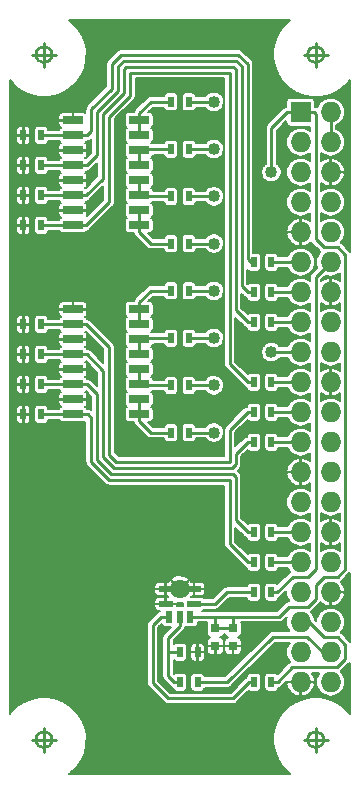
<source format=gbl>
%TF.GenerationSoftware,KiCad,Pcbnew,(2017-03-19 revision 2637835)-master*%
%TF.CreationDate,2017-03-30T20:36:30+01:00*%
%TF.ProjectId,kicad-rtep-audio-spectrum-analyser,6B696361642D727465702D617564696F,1.0.0*%
%TF.FileFunction,Copper,L2,Bot,Signal*%
%TF.FilePolarity,Positive*%
%FSLAX46Y46*%
G04 Gerber Fmt 4.6, Leading zero omitted, Abs format (unit mm)*
G04 Created by KiCad (PCBNEW (2017-03-19 revision 2637835)-master) date Thursday, 30 March 2017 20:36:30*
%MOMM*%
%LPD*%
G01*
G04 APERTURE LIST*
%ADD10C,0.203200*%
%ADD11C,0.254000*%
%TA.AperFunction,ViaPad*%
%ADD12C,1.016000*%
%TD*%
%TA.AperFunction,SMDPad,CuDef*%
%ADD13R,1.200000X0.522000*%
%TD*%
%TA.AperFunction,SMDPad,CuDef*%
%ADD14R,0.600000X1.044000*%
%TD*%
%TA.AperFunction,ComponentPad*%
%ADD15C,1.624000*%
%TD*%
%TA.AperFunction,SMDPad,CuDef*%
%ADD16R,1.750000X0.650000*%
%TD*%
%TA.AperFunction,SMDPad,CuDef*%
%ADD17R,0.500000X0.900000*%
%TD*%
%TA.AperFunction,SMDPad,CuDef*%
%ADD18R,0.750000X0.800000*%
%TD*%
%TA.AperFunction,ComponentPad*%
%ADD19O,1.727200X1.727200*%
%TD*%
%TA.AperFunction,ComponentPad*%
%ADD20R,1.727200X1.727200*%
%TD*%
%TA.AperFunction,Conductor*%
%ADD21C,0.254000*%
%TD*%
%TA.AperFunction,Conductor*%
%ADD22C,0.203200*%
%TD*%
G04 APERTURE END LIST*
D10*
D11*
X12177333Y-29000000D02*
G75*
G03X12177333Y-29000000I-677333J0D01*
G01*
X10484000Y-29000000D02*
X12516000Y-29000000D01*
X11500000Y-27984000D02*
X11500000Y-30016000D01*
X-10822667Y-29000000D02*
G75*
G03X-10822667Y-29000000I-677333J0D01*
G01*
X-12516000Y-29000000D02*
X-10484000Y-29000000D01*
X-11500000Y-27984000D02*
X-11500000Y-30016000D01*
X12177333Y29000000D02*
G75*
G03X12177333Y29000000I-677333J0D01*
G01*
X10484000Y29000000D02*
X12516000Y29000000D01*
X11500000Y30016000D02*
X11500000Y27984000D01*
X-10822667Y29000000D02*
G75*
G03X-10822667Y29000000I-677333J0D01*
G01*
X-12516000Y29000000D02*
X-10484000Y29000000D01*
X-11500000Y30016000D02*
X-11500000Y27984000D01*
D12*
%TO.N,GND*%
%TO.C,STITCH*%
X-6200000Y-8890000D03*
%TD*%
%TO.N,GND*%
%TO.C,STITCH*%
X-6200000Y-20000000D03*
%TD*%
%TO.N,GND*%
%TO.C,STITCH*%
X-6200000Y-29000000D03*
%TD*%
%TO.N,GND*%
%TO.C,STITCH*%
X0Y-8890000D03*
%TD*%
%TO.N,GND*%
%TO.C,STITCH*%
X6200000Y-8890000D03*
%TD*%
%TO.N,GND*%
%TO.C,STITCH*%
X6200000Y-29000000D03*
%TD*%
%TO.N,GND*%
%TO.C,STITCH*%
X0Y-29000000D03*
%TD*%
%TO.N,GND*%
%TO.C,STITCH*%
X6200000Y-20000000D03*
%TD*%
D13*
%TO.P,MK1,GND*%
%TO.N,GND*%
X1200000Y-16250000D03*
X-1200000Y-16250000D03*
%TO.P,MK1,BCLK*%
%TO.N,/BCLK*%
X1200000Y-17502000D03*
%TO.P,MK1,SEL*%
%TO.N,GND*%
X-1200000Y-17502000D03*
D14*
%TO.P,MK1,VDD*%
%TO.N,+3V3*%
X900000Y-18585000D03*
%TO.P,MK1,WS*%
%TO.N,/WS*%
X-900000Y-18585000D03*
%TO.P,MK1,DATA*%
%TO.N,Net-(MK1-PadDATA)*%
X0Y-18585000D03*
D15*
%TO.P,MK1,GND*%
%TO.N,GND*%
X0Y-16250000D03*
%TD*%
D16*
%TO.P,Q1,AE*%
%TO.N,GND*%
X-9050000Y23445000D03*
%TO.P,Q1,AB*%
%TO.N,Net-(Q1-PadAB)*%
X-9050000Y22175000D03*
%TO.P,Q1,BE*%
%TO.N,GND*%
X-9050000Y20905000D03*
%TO.P,Q1,BB*%
%TO.N,Net-(Q1-PadBB)*%
X-9050000Y19635000D03*
%TO.P,Q1,CE*%
%TO.N,GND*%
X-9050000Y18365000D03*
%TO.P,Q1,CB*%
%TO.N,Net-(Q1-PadCB)*%
X-9050000Y17095000D03*
%TO.P,Q1,DE*%
%TO.N,GND*%
X-9050000Y15825000D03*
%TO.P,Q1,DB*%
%TO.N,Net-(Q1-PadDB)*%
X-9050000Y14555000D03*
%TO.P,Q1,DC2*%
%TO.N,Net-(Q1-PadDC1)*%
X-3450000Y14555000D03*
%TO.P,Q1,DC1*%
X-3450000Y15825000D03*
%TO.P,Q1,CC2*%
%TO.N,Net-(Q1-PadCC1)*%
X-3450000Y17095000D03*
%TO.P,Q1,CC1*%
X-3450000Y18365000D03*
%TO.P,Q1,BC2*%
%TO.N,Net-(Q1-PadBC1)*%
X-3450000Y19635000D03*
%TO.P,Q1,BC1*%
X-3450000Y20905000D03*
%TO.P,Q1,AC2*%
%TO.N,Net-(Q1-PadAC1)*%
X-3450000Y22175000D03*
%TO.P,Q1,AC1*%
X-3450000Y23445000D03*
%TD*%
%TO.P,Q2,AE*%
%TO.N,GND*%
X-9050000Y7445000D03*
%TO.P,Q2,AB*%
%TO.N,Net-(Q2-PadAB)*%
X-9050000Y6175000D03*
%TO.P,Q2,BE*%
%TO.N,GND*%
X-9050000Y4905000D03*
%TO.P,Q2,BB*%
%TO.N,Net-(Q2-PadBB)*%
X-9050000Y3635000D03*
%TO.P,Q2,CE*%
%TO.N,GND*%
X-9050000Y2365000D03*
%TO.P,Q2,CB*%
%TO.N,Net-(Q2-PadCB)*%
X-9050000Y1095000D03*
%TO.P,Q2,DE*%
%TO.N,GND*%
X-9050000Y-175000D03*
%TO.P,Q2,DB*%
%TO.N,Net-(Q2-PadDB)*%
X-9050000Y-1445000D03*
%TO.P,Q2,DC2*%
%TO.N,Net-(Q2-PadDC1)*%
X-3450000Y-1445000D03*
%TO.P,Q2,DC1*%
X-3450000Y-175000D03*
%TO.P,Q2,CC2*%
%TO.N,Net-(Q2-PadCC1)*%
X-3450000Y1095000D03*
%TO.P,Q2,CC1*%
X-3450000Y2365000D03*
%TO.P,Q2,BC2*%
%TO.N,Net-(Q2-PadBC1)*%
X-3450000Y3635000D03*
%TO.P,Q2,BC1*%
X-3450000Y4905000D03*
%TO.P,Q2,AC2*%
%TO.N,Net-(Q2-PadAC1)*%
X-3450000Y6175000D03*
%TO.P,Q2,AC1*%
X-3450000Y7445000D03*
%TD*%
D17*
%TO.P,R1,2*%
%TO.N,Net-(Q1-PadAB)*%
X6250000Y11430000D03*
%TO.P,R1,1*%
%TO.N,/LED1*%
X7750000Y11430000D03*
%TD*%
%TO.P,R2,2*%
%TO.N,Net-(Q1-PadAB)*%
X-11750000Y22175000D03*
%TO.P,R2,1*%
%TO.N,GND*%
X-13250000Y22175000D03*
%TD*%
%TO.P,R3,2*%
%TO.N,Net-(D1-PadC)*%
X750000Y25000000D03*
%TO.P,R3,1*%
%TO.N,Net-(Q1-PadAC1)*%
X-750000Y25000000D03*
%TD*%
%TO.P,R4,2*%
%TO.N,Net-(Q1-PadBB)*%
X6250000Y8890000D03*
%TO.P,R4,1*%
%TO.N,/LED2*%
X7750000Y8890000D03*
%TD*%
%TO.P,R5,2*%
%TO.N,Net-(Q1-PadBB)*%
X-11750000Y19635000D03*
%TO.P,R5,1*%
%TO.N,GND*%
X-13250000Y19635000D03*
%TD*%
%TO.P,R6,2*%
%TO.N,Net-(D2-PadC)*%
X750000Y21000000D03*
%TO.P,R6,1*%
%TO.N,Net-(Q1-PadBC1)*%
X-750000Y21000000D03*
%TD*%
%TO.P,R7,2*%
%TO.N,Net-(Q1-PadCB)*%
X6250000Y6350000D03*
%TO.P,R7,1*%
%TO.N,/LED3*%
X7750000Y6350000D03*
%TD*%
%TO.P,R8,2*%
%TO.N,Net-(Q1-PadCB)*%
X-11750000Y17095000D03*
%TO.P,R8,1*%
%TO.N,GND*%
X-13250000Y17095000D03*
%TD*%
%TO.P,R9,2*%
%TO.N,Net-(D3-PadC)*%
X750000Y17000000D03*
%TO.P,R9,1*%
%TO.N,Net-(Q1-PadCC1)*%
X-750000Y17000000D03*
%TD*%
%TO.P,R10,2*%
%TO.N,Net-(Q1-PadDB)*%
X6250000Y1270000D03*
%TO.P,R10,1*%
%TO.N,/LED4*%
X7750000Y1270000D03*
%TD*%
%TO.P,R11,2*%
%TO.N,Net-(Q1-PadDB)*%
X-11750000Y14555000D03*
%TO.P,R11,1*%
%TO.N,GND*%
X-13250000Y14555000D03*
%TD*%
%TO.P,R12,2*%
%TO.N,Net-(D4-PadC)*%
X750000Y13000000D03*
%TO.P,R12,1*%
%TO.N,Net-(Q1-PadDC1)*%
X-750000Y13000000D03*
%TD*%
%TO.P,R13,2*%
%TO.N,Net-(Q2-PadAB)*%
X6250000Y-1270000D03*
%TO.P,R13,1*%
%TO.N,/LED5*%
X7750000Y-1270000D03*
%TD*%
%TO.P,R14,2*%
%TO.N,Net-(Q2-PadAB)*%
X-11750000Y6175000D03*
%TO.P,R14,1*%
%TO.N,GND*%
X-13250000Y6175000D03*
%TD*%
%TO.P,R15,2*%
%TO.N,Net-(D5-PadC)*%
X750000Y9000000D03*
%TO.P,R15,1*%
%TO.N,Net-(Q2-PadAC1)*%
X-750000Y9000000D03*
%TD*%
%TO.P,R16,2*%
%TO.N,Net-(Q2-PadBB)*%
X6250000Y-3810000D03*
%TO.P,R16,1*%
%TO.N,/LED6*%
X7750000Y-3810000D03*
%TD*%
%TO.P,R17,2*%
%TO.N,Net-(Q2-PadBB)*%
X-11750000Y3635000D03*
%TO.P,R17,1*%
%TO.N,GND*%
X-13250000Y3635000D03*
%TD*%
%TO.P,R18,2*%
%TO.N,Net-(D6-PadC)*%
X750000Y5000000D03*
%TO.P,R18,1*%
%TO.N,Net-(Q2-PadBC1)*%
X-750000Y5000000D03*
%TD*%
%TO.P,R19,2*%
%TO.N,Net-(Q2-PadCB)*%
X6250000Y-11430000D03*
%TO.P,R19,1*%
%TO.N,/LED7*%
X7750000Y-11430000D03*
%TD*%
%TO.P,R20,2*%
%TO.N,Net-(Q2-PadCB)*%
X-11750000Y1095000D03*
%TO.P,R20,1*%
%TO.N,GND*%
X-13250000Y1095000D03*
%TD*%
%TO.P,R21,2*%
%TO.N,Net-(D7-PadC)*%
X750000Y1000000D03*
%TO.P,R21,1*%
%TO.N,Net-(Q2-PadCC1)*%
X-750000Y1000000D03*
%TD*%
%TO.P,R22,2*%
%TO.N,Net-(Q2-PadDB)*%
X6250000Y-13970000D03*
%TO.P,R22,1*%
%TO.N,/LED8*%
X7750000Y-13970000D03*
%TD*%
%TO.P,R23,2*%
%TO.N,Net-(Q2-PadDB)*%
X-11750000Y-1445000D03*
%TO.P,R23,1*%
%TO.N,GND*%
X-13250000Y-1445000D03*
%TD*%
%TO.P,R24,2*%
%TO.N,Net-(D8-PadC)*%
X750000Y-3000000D03*
%TO.P,R24,1*%
%TO.N,Net-(Q2-PadDC1)*%
X-750000Y-3000000D03*
%TD*%
%TO.P,R25,2*%
%TO.N,Net-(P1-Pad12)*%
X7750000Y-16510000D03*
%TO.P,R25,1*%
%TO.N,/BCLK*%
X6250000Y-16510000D03*
%TD*%
%TO.P,R26,2*%
%TO.N,Net-(P1-Pad35)*%
X7750000Y-24130000D03*
%TO.P,R26,1*%
%TO.N,/WS*%
X6250000Y-24130000D03*
%TD*%
%TO.P,R27,2*%
%TO.N,Net-(MK1-PadDATA)*%
X0Y-24130000D03*
%TO.P,R27,1*%
%TO.N,/DATA*%
X1500000Y-24130000D03*
%TD*%
%TO.P,R28,2*%
%TO.N,Net-(MK1-PadDATA)*%
X0Y-21590000D03*
%TO.P,R28,1*%
%TO.N,GND*%
X1500000Y-21590000D03*
%TD*%
D18*
%TO.P,C1,1*%
%TO.N,+3V3*%
X4500000Y-19570000D03*
%TO.P,C1,2*%
%TO.N,GND*%
X4500000Y-21070000D03*
%TD*%
%TO.P,C2,2*%
%TO.N,GND*%
X3000000Y-21070000D03*
%TO.P,C2,1*%
%TO.N,+3V3*%
X3000000Y-19570000D03*
%TD*%
D19*
%TO.P,P1,40*%
%TO.N,Net-(P1-Pad40)*%
X12770000Y-24130000D03*
%TO.P,P1,39*%
%TO.N,GND*%
X10230000Y-24130000D03*
%TO.P,P1,38*%
%TO.N,/DATA*%
X12770000Y-21590000D03*
%TO.P,P1,37*%
%TO.N,Net-(P1-Pad37)*%
X10230000Y-21590000D03*
%TO.P,P1,36*%
%TO.N,Net-(P1-Pad36)*%
X12770000Y-19050000D03*
%TO.P,P1,35*%
%TO.N,Net-(P1-Pad35)*%
X10230000Y-19050000D03*
%TO.P,P1,34*%
%TO.N,GND*%
X12770000Y-16510000D03*
%TO.P,P1,33*%
%TO.N,Net-(P1-Pad33)*%
X10230000Y-16510000D03*
%TO.P,P1,32*%
%TO.N,Net-(P1-Pad32)*%
X12770000Y-13970000D03*
%TO.P,P1,31*%
%TO.N,/LED8*%
X10230000Y-13970000D03*
%TO.P,P1,30*%
%TO.N,GND*%
X12770000Y-11430000D03*
%TO.P,P1,29*%
%TO.N,/LED7*%
X10230000Y-11430000D03*
%TO.P,P1,28*%
%TO.N,Net-(P1-Pad28)*%
X12770000Y-8890000D03*
%TO.P,P1,27*%
%TO.N,Net-(P1-Pad27)*%
X10230000Y-8890000D03*
%TO.P,P1,26*%
%TO.N,Net-(P1-Pad26)*%
X12770000Y-6350000D03*
%TO.P,P1,25*%
%TO.N,GND*%
X10230000Y-6350000D03*
%TO.P,P1,24*%
%TO.N,Net-(P1-Pad24)*%
X12770000Y-3810000D03*
%TO.P,P1,23*%
%TO.N,/LED6*%
X10230000Y-3810000D03*
%TO.P,P1,22*%
%TO.N,Net-(P1-Pad22)*%
X12770000Y-1270000D03*
%TO.P,P1,21*%
%TO.N,/LED5*%
X10230000Y-1270000D03*
%TO.P,P1,20*%
%TO.N,GND*%
X12770000Y1270000D03*
%TO.P,P1,19*%
%TO.N,/LED4*%
X10230000Y1270000D03*
%TO.P,P1,18*%
%TO.N,Net-(P1-Pad18)*%
X12770000Y3810000D03*
%TO.P,P1,17*%
%TO.N,+3V3*%
X10230000Y3810000D03*
%TO.P,P1,16*%
%TO.N,Net-(P1-Pad16)*%
X12770000Y6350000D03*
%TO.P,P1,15*%
%TO.N,/LED3*%
X10230000Y6350000D03*
%TO.P,P1,14*%
%TO.N,GND*%
X12770000Y8890000D03*
%TO.P,P1,13*%
%TO.N,/LED2*%
X10230000Y8890000D03*
%TO.P,P1,12*%
%TO.N,Net-(P1-Pad12)*%
X12770000Y11430000D03*
%TO.P,P1,11*%
%TO.N,/LED1*%
X10230000Y11430000D03*
%TO.P,P1,10*%
%TO.N,Net-(P1-Pad10)*%
X12770000Y13970000D03*
%TO.P,P1,09*%
%TO.N,GND*%
X10230000Y13970000D03*
%TO.P,P1,08*%
%TO.N,Net-(P1-Pad08)*%
X12770000Y16510000D03*
%TO.P,P1,07*%
%TO.N,Net-(P1-Pad07)*%
X10230000Y16510000D03*
%TO.P,P1,06*%
%TO.N,GND*%
X12770000Y19050000D03*
%TO.P,P1,05*%
%TO.N,Net-(P1-Pad05)*%
X10230000Y19050000D03*
%TO.P,P1,04*%
%TO.N,+5V*%
X12770000Y21590000D03*
%TO.P,P1,03*%
%TO.N,Net-(P1-Pad03)*%
X10230000Y21590000D03*
%TO.P,P1,02*%
%TO.N,+5V*%
X12770000Y24130000D03*
D20*
%TO.P,P1,01*%
%TO.N,+3V3*%
X10230000Y24130000D03*
%TD*%
D12*
%TO.N,+3V3*%
X7750000Y19050000D03*
X7750000Y3810000D03*
%TO.N,Net-(D1-PadC)*%
X2873000Y25000000D03*
%TO.N,Net-(D2-PadC)*%
X2873000Y21000000D03*
%TO.N,Net-(D3-PadC)*%
X2873000Y17000000D03*
%TO.N,Net-(D4-PadC)*%
X2873000Y13000000D03*
%TO.N,Net-(D5-PadC)*%
X2873000Y9000000D03*
%TO.N,Net-(D6-PadC)*%
X2873000Y5000000D03*
%TO.N,Net-(D7-PadC)*%
X2873000Y1000000D03*
%TO.N,Net-(D8-PadC)*%
X2873000Y-3000000D03*
%TD*%
D21*
%TO.N,+3V3*%
X4500000Y-19570000D02*
X3000000Y-19570000D01*
X900000Y-18585000D02*
X3000000Y-18585000D01*
X3000000Y-18585000D02*
X4500000Y-18585000D01*
X3000000Y-19570000D02*
X3000000Y-18585000D01*
X4500000Y-18585000D02*
X8415000Y-18585000D01*
X4500000Y-19570000D02*
X4500000Y-18585000D01*
X8415000Y-18585000D02*
X9245399Y-17754601D01*
X10230000Y24130000D02*
X11347600Y24130000D01*
X11347600Y24130000D02*
X11500000Y23977600D01*
X11500000Y23977600D02*
X11500000Y13347192D01*
X11500000Y13347192D02*
X12172591Y12674601D01*
X12172591Y12674601D02*
X13367409Y12674601D01*
X13367409Y12674601D02*
X14014601Y12027409D01*
X14014601Y12027409D02*
X14014601Y-14567409D01*
X14014601Y-14567409D02*
X13367409Y-15214601D01*
X13367409Y-15214601D02*
X12172591Y-15214601D01*
X12172591Y-15214601D02*
X11500000Y-15887192D01*
X11500000Y-15887192D02*
X11500000Y-17082010D01*
X11500000Y-17082010D02*
X10827409Y-17754601D01*
X10827409Y-17754601D02*
X9245399Y-17754601D01*
X10230000Y24130000D02*
X9112400Y24130000D01*
X9112400Y24130000D02*
X7750000Y22767600D01*
X7750000Y22767600D02*
X7750000Y19050000D01*
X7750000Y3810000D02*
X10230000Y3810000D01*
%TO.N,Net-(D1-PadC)*%
X2873000Y25000000D02*
X750000Y25000000D01*
%TO.N,+5V*%
X12770000Y24130000D02*
X12770000Y21590000D01*
%TO.N,Net-(D2-PadC)*%
X2873000Y21000000D02*
X750000Y21000000D01*
%TO.N,Net-(D3-PadC)*%
X2873000Y17000000D02*
X750000Y17000000D01*
%TO.N,Net-(D4-PadC)*%
X2873000Y13000000D02*
X750000Y13000000D01*
%TO.N,Net-(D5-PadC)*%
X2873000Y9000000D02*
X750000Y9000000D01*
%TO.N,Net-(D6-PadC)*%
X2873000Y5000000D02*
X750000Y5000000D01*
%TO.N,Net-(D7-PadC)*%
X2873000Y1000000D02*
X750000Y1000000D01*
%TO.N,Net-(D8-PadC)*%
X2873000Y-3000000D02*
X750000Y-3000000D01*
%TO.N,Net-(MK1-PadDATA)*%
X-1000000Y-20361000D02*
X-1000000Y-21590000D01*
X-1000000Y-21590000D02*
X-1000000Y-23634000D01*
X0Y-21590000D02*
X-1000000Y-21590000D01*
X0Y-18585000D02*
X0Y-19361000D01*
X0Y-19361000D02*
X-1000000Y-20361000D01*
X-1000000Y-23634000D02*
X-504000Y-24130000D01*
X-504000Y-24130000D02*
X0Y-24130000D01*
%TO.N,/WS*%
X-900000Y-18585000D02*
X-1585000Y-18585000D01*
X-1585000Y-18585000D02*
X-2300000Y-19300000D01*
X-2300000Y-19300000D02*
X-2300000Y-24200000D01*
X-2300000Y-24200000D02*
X-1000000Y-25500000D01*
X-1000000Y-25500000D02*
X4500000Y-25500000D01*
X4500000Y-25500000D02*
X5870000Y-24130000D01*
X5870000Y-24130000D02*
X6250000Y-24130000D01*
%TO.N,/BCLK*%
X1200000Y-17502000D02*
X2998000Y-17502000D01*
X2998000Y-17502000D02*
X3990000Y-16510000D01*
X3990000Y-16510000D02*
X6250000Y-16510000D01*
%TO.N,/DATA*%
X12770000Y-21590000D02*
X12090000Y-21590000D01*
X12090000Y-21590000D02*
X10794601Y-20294601D01*
X10794601Y-20294601D02*
X7855399Y-20294601D01*
X7855399Y-20294601D02*
X4020000Y-24130000D01*
X4020000Y-24130000D02*
X1500000Y-24130000D01*
%TO.N,Net-(P1-Pad35)*%
X10230000Y-19050000D02*
X10948434Y-19050000D01*
X10948434Y-19050000D02*
X12243833Y-20345399D01*
X12243833Y-20345399D02*
X13367409Y-20345399D01*
X13367409Y-20345399D02*
X14014601Y-20992591D01*
X14014601Y-20992591D02*
X14014601Y-22187409D01*
X14014601Y-22187409D02*
X13316611Y-22885399D01*
X13316611Y-22885399D02*
X9514601Y-22885399D01*
X9514601Y-22885399D02*
X8270000Y-24130000D01*
X8270000Y-24130000D02*
X7750000Y-24130000D01*
%TO.N,/LED8*%
X10230000Y-13970000D02*
X7750000Y-13970000D01*
%TO.N,/LED7*%
X10230000Y-11430000D02*
X7750000Y-11430000D01*
%TO.N,/LED6*%
X10230000Y-3810000D02*
X7750000Y-3810000D01*
%TO.N,/LED5*%
X10230000Y-1270000D02*
X7750000Y-1270000D01*
%TO.N,/LED4*%
X10230000Y1270000D02*
X7750000Y1270000D01*
%TO.N,/LED3*%
X10230000Y6350000D02*
X7750000Y6350000D01*
%TO.N,/LED2*%
X10230000Y8890000D02*
X7750000Y8890000D01*
%TO.N,Net-(P1-Pad12)*%
X8254000Y-16510000D02*
X7750000Y-16510000D01*
X9549399Y-15214601D02*
X8254000Y-16510000D01*
X10827409Y-15214601D02*
X9549399Y-15214601D01*
X11500000Y-14542010D02*
X10827409Y-15214601D01*
X11500000Y10160000D02*
X11500000Y-14542010D01*
X12770000Y11430000D02*
X11500000Y10160000D01*
%TO.N,/LED1*%
X10230000Y11430000D02*
X7750000Y11430000D01*
%TO.N,Net-(Q1-PadAB)*%
X-7508009Y22491991D02*
X-7508009Y24377263D01*
X-9050000Y22175000D02*
X-7825000Y22175000D01*
X-7825000Y22175000D02*
X-7508009Y22491991D01*
X-5754000Y28210424D02*
X-4964424Y29000000D01*
X-4964424Y29000000D02*
X4964424Y29000000D01*
X4964424Y29000000D02*
X5754000Y28210424D01*
X-7508009Y24377263D02*
X-5754000Y26131272D01*
X-5754000Y26131272D02*
X-5754000Y28210424D01*
X5754000Y28210424D02*
X5754000Y11676000D01*
X5754000Y11676000D02*
X6000000Y11430000D01*
X6000000Y11430000D02*
X6250000Y11430000D01*
X-9050000Y22175000D02*
X-11750000Y22175000D01*
%TO.N,Net-(Q1-PadBB)*%
X-6999999Y20500001D02*
X-6999999Y24166839D01*
X6250000Y8890000D02*
X5746000Y8890000D01*
X5245990Y9390010D02*
X5245990Y28000000D01*
X-4754000Y28491990D02*
X-5245990Y28000000D01*
X5746000Y8890000D02*
X5245990Y9390010D01*
X5245990Y28000000D02*
X4754000Y28491990D01*
X4754000Y28491990D02*
X-4754000Y28491990D01*
X-5245990Y28000000D02*
X-5245990Y25920848D01*
X-5245990Y25920848D02*
X-6999999Y24166839D01*
X-6999999Y20500001D02*
X-7865000Y19635000D01*
X-7865000Y19635000D02*
X-9050000Y19635000D01*
X-9050000Y19635000D02*
X-11750000Y19635000D01*
X-9050000Y19635000D02*
X-9600000Y19635000D01*
%TO.N,Net-(Q1-PadCB)*%
X-9050000Y17095000D02*
X-7905000Y17095000D01*
X-7905000Y17095000D02*
X-6491989Y18508011D01*
X-4737980Y27762020D02*
X-4516020Y27983980D01*
X-4516020Y27983980D02*
X4516020Y27983980D01*
X4516020Y27983980D02*
X4737980Y27762020D01*
X-6491989Y18508011D02*
X-6491989Y23956415D01*
X-6491989Y23956415D02*
X-4737980Y25710424D01*
X-4737980Y25710424D02*
X-4737980Y27762020D01*
X4737980Y27762020D02*
X4737980Y7358020D01*
X4737980Y7358020D02*
X5746000Y6350000D01*
X5746000Y6350000D02*
X6250000Y6350000D01*
X-9050000Y17095000D02*
X-11750000Y17095000D01*
%TO.N,Net-(Q1-PadDB)*%
X-9050000Y14555000D02*
X-7945000Y14555000D01*
X-7945000Y14555000D02*
X-5983979Y16516021D01*
X-5983979Y16516021D02*
X-5983979Y23745991D01*
X-5983979Y23745991D02*
X-4229970Y25500000D01*
X-4229970Y25500000D02*
X-4229970Y27475970D01*
X-4229970Y27475970D02*
X4229970Y27475970D01*
X4229970Y27475970D02*
X4229970Y2786030D01*
X4229970Y2786030D02*
X5746000Y1270000D01*
X5746000Y1270000D02*
X6250000Y1270000D01*
X-9050000Y14555000D02*
X-11750000Y14555000D01*
%TO.N,Net-(Q1-PadDC1)*%
X-3450000Y15825000D02*
X-3450000Y14555000D01*
X-750000Y13000000D02*
X-2474000Y13000000D01*
X-2474000Y13000000D02*
X-3450000Y13976000D01*
X-3450000Y13976000D02*
X-3450000Y14555000D01*
%TO.N,Net-(Q1-PadCC1)*%
X-3450000Y18365000D02*
X-3450000Y17095000D01*
X-750000Y17000000D02*
X-3355000Y17000000D01*
X-3355000Y17000000D02*
X-3450000Y17095000D01*
%TO.N,Net-(Q1-PadBC1)*%
X-3450000Y19635000D02*
X-3450000Y20905000D01*
X-750000Y21000000D02*
X-3355000Y21000000D01*
X-3355000Y21000000D02*
X-3450000Y20905000D01*
%TO.N,Net-(Q1-PadAC1)*%
X-3450000Y22175000D02*
X-3450000Y23445000D01*
X-750000Y25000000D02*
X-2474000Y25000000D01*
X-2474000Y25000000D02*
X-3450000Y24024000D01*
X-3450000Y24024000D02*
X-3450000Y23445000D01*
%TO.N,Net-(Q2-PadAC1)*%
X-3450000Y6175000D02*
X-3450000Y7445000D01*
X-750000Y9000000D02*
X-2474000Y9000000D01*
X-2474000Y9000000D02*
X-3450000Y8024000D01*
X-3450000Y8024000D02*
X-3450000Y7445000D01*
%TO.N,Net-(Q2-PadBC1)*%
X-3450000Y3635000D02*
X-3450000Y4905000D01*
X-750000Y5000000D02*
X-3355000Y5000000D01*
X-3355000Y5000000D02*
X-3450000Y4905000D01*
%TO.N,Net-(Q2-PadCC1)*%
X-3450000Y2365000D02*
X-3450000Y1095000D01*
X-750000Y1000000D02*
X-3355000Y1000000D01*
X-3355000Y1000000D02*
X-3450000Y1095000D01*
%TO.N,Net-(Q2-PadDC1)*%
X-3450000Y-175000D02*
X-3450000Y-1445000D01*
X-750000Y-3000000D02*
X-2474000Y-3000000D01*
X-2474000Y-3000000D02*
X-3450000Y-2024000D01*
X-3450000Y-2024000D02*
X-3450000Y-1445000D01*
%TO.N,Net-(Q2-PadDB)*%
X6250000Y-13970000D02*
X5746000Y-13970000D01*
X-7508009Y-1741991D02*
X-7805000Y-1445000D01*
X5746000Y-13970000D02*
X4229970Y-12453970D01*
X-7805000Y-1445000D02*
X-9050000Y-1445000D01*
X4229970Y-12453970D02*
X4229970Y-7000000D01*
X4229970Y-7000000D02*
X-6008010Y-6999999D01*
X-6008010Y-6999999D02*
X-7508009Y-5500000D01*
X-7508009Y-5500000D02*
X-7508009Y-1741991D01*
X-9050000Y-1445000D02*
X-11750000Y-1445000D01*
%TO.N,Net-(Q2-PadCB)*%
X6250000Y-11430000D02*
X5746000Y-11430000D01*
X5746000Y-11430000D02*
X4737980Y-10421980D01*
X4737980Y-10421980D02*
X4737980Y-6737980D01*
X4737980Y-6737980D02*
X4491990Y-6491990D01*
X4491990Y-6491990D02*
X-5797585Y-6491990D01*
X-5797585Y-6491990D02*
X-6999999Y-5289576D01*
X-6999999Y-5289576D02*
X-6999999Y249999D01*
X-6999999Y249999D02*
X-7845000Y1095000D01*
X-7845000Y1095000D02*
X-9050000Y1095000D01*
X-9050000Y1095000D02*
X-11750000Y1095000D01*
%TO.N,Net-(Q2-PadBB)*%
X6250000Y-3810000D02*
X5746000Y-3810000D01*
X5746000Y-3810000D02*
X4737980Y-4818020D01*
X4737980Y-4818020D02*
X4737980Y-5686394D01*
X4737980Y-5686394D02*
X4440394Y-5983980D01*
X4440394Y-5983980D02*
X-5587161Y-5983980D01*
X-5587161Y-5983980D02*
X-6491989Y-5079152D01*
X-6491989Y-5079152D02*
X-6491989Y2241989D01*
X-6491989Y2241989D02*
X-7885000Y3635000D01*
X-7885000Y3635000D02*
X-9050000Y3635000D01*
X-9050000Y3635000D02*
X-11750000Y3635000D01*
%TO.N,Net-(Q2-PadAB)*%
X6250000Y-1270000D02*
X5730000Y-1270000D01*
X5730000Y-1270000D02*
X4229970Y-2770030D01*
X4229970Y-2770030D02*
X4229970Y-5475970D01*
X4229970Y-5475970D02*
X-5376737Y-5475970D01*
X-5376737Y-5475970D02*
X-5983979Y-4868728D01*
X-5983979Y-4868728D02*
X-5983979Y4233979D01*
X-5983979Y4233979D02*
X-7925000Y6175000D01*
X-7925000Y6175000D02*
X-9050000Y6175000D01*
X-9050000Y6175000D02*
X-11750000Y6175000D01*
%TD*%
D22*
%TO.N,GND*%
G36*
X9232304Y31820445D02*
X8727664Y31326266D01*
X8328622Y30743480D01*
X8050377Y30094285D01*
X7903527Y29403409D01*
X7893665Y28697168D01*
X8021168Y28002461D01*
X8281178Y27345750D01*
X8663792Y26752049D01*
X9154437Y26243972D01*
X9734423Y25840871D01*
X10381659Y25558101D01*
X11071493Y25406431D01*
X11777648Y25391639D01*
X12473228Y25514289D01*
X13131738Y25769708D01*
X13728096Y26148168D01*
X14239586Y26635253D01*
X14398400Y26860386D01*
X14398400Y12316753D01*
X14388384Y12329034D01*
X14360582Y12363861D01*
X14357096Y12367397D01*
X14357040Y12367465D01*
X14356977Y12367517D01*
X14355851Y12368659D01*
X13708659Y13015851D01*
X13674212Y13044146D01*
X13640062Y13072801D01*
X13637839Y13074023D01*
X13635878Y13075634D01*
X13613698Y13087527D01*
X13634989Y13104891D01*
X13786662Y13288232D01*
X13899835Y13497541D01*
X13970197Y13724846D01*
X13995069Y13961488D01*
X13973504Y14198455D01*
X13906322Y14426720D01*
X13796082Y14637589D01*
X13646984Y14823030D01*
X13464707Y14975978D01*
X13256193Y15090610D01*
X13029385Y15162558D01*
X12792922Y15189081D01*
X12775899Y15189200D01*
X12764101Y15189200D01*
X12527290Y15165981D01*
X12299500Y15097207D01*
X12089406Y14985498D01*
X11982600Y14898389D01*
X11982600Y15581800D01*
X12075293Y15504022D01*
X12283807Y15389390D01*
X12510615Y15317442D01*
X12747078Y15290919D01*
X12764101Y15290800D01*
X12775899Y15290800D01*
X13012710Y15314019D01*
X13240500Y15382793D01*
X13450594Y15494502D01*
X13634989Y15644891D01*
X13786662Y15828232D01*
X13899835Y16037541D01*
X13970197Y16264846D01*
X13995069Y16501488D01*
X13973504Y16738455D01*
X13906322Y16966720D01*
X13796082Y17177589D01*
X13646984Y17363030D01*
X13464707Y17515978D01*
X13256193Y17630610D01*
X13029385Y17702558D01*
X12792922Y17729081D01*
X12775899Y17729200D01*
X12764101Y17729200D01*
X12527290Y17705981D01*
X12299500Y17637207D01*
X12089406Y17525498D01*
X11982600Y17438389D01*
X11982600Y18125786D01*
X12111450Y18023958D01*
X12324275Y17915196D01*
X12554229Y17850044D01*
X12744600Y17919963D01*
X12744600Y19024600D01*
X12795400Y19024600D01*
X12795400Y17919963D01*
X12985771Y17850044D01*
X13215725Y17915196D01*
X13428550Y18023958D01*
X13616067Y18172150D01*
X13771070Y18354077D01*
X13887603Y18562748D01*
X13961187Y18790144D01*
X13969954Y18834229D01*
X13900015Y19024600D01*
X12795400Y19024600D01*
X12744600Y19024600D01*
X12724600Y19024600D01*
X12724600Y19075400D01*
X12744600Y19075400D01*
X12744600Y20180037D01*
X12795400Y20180037D01*
X12795400Y19075400D01*
X13900015Y19075400D01*
X13969954Y19265771D01*
X13961187Y19309856D01*
X13887603Y19537252D01*
X13771070Y19745923D01*
X13616067Y19927850D01*
X13428550Y20076042D01*
X13215725Y20184804D01*
X12985771Y20249956D01*
X12795400Y20180037D01*
X12744600Y20180037D01*
X12554229Y20249956D01*
X12324275Y20184804D01*
X12111450Y20076042D01*
X11982600Y19974214D01*
X11982600Y20661800D01*
X12075293Y20584022D01*
X12283807Y20469390D01*
X12510615Y20397442D01*
X12747078Y20370919D01*
X12764101Y20370800D01*
X12775899Y20370800D01*
X13012710Y20394019D01*
X13240500Y20462793D01*
X13450594Y20574502D01*
X13634989Y20724891D01*
X13786662Y20908232D01*
X13899835Y21117541D01*
X13970197Y21344846D01*
X13995069Y21581488D01*
X13973504Y21818455D01*
X13906322Y22046720D01*
X13796082Y22257589D01*
X13646984Y22443030D01*
X13464707Y22595978D01*
X13256193Y22710610D01*
X13252600Y22711750D01*
X13252600Y23009227D01*
X13450594Y23114502D01*
X13634989Y23264891D01*
X13786662Y23448232D01*
X13899835Y23657541D01*
X13970197Y23884846D01*
X13995069Y24121488D01*
X13973504Y24358455D01*
X13906322Y24586720D01*
X13796082Y24797589D01*
X13646984Y24983030D01*
X13464707Y25135978D01*
X13256193Y25250610D01*
X13029385Y25322558D01*
X12792922Y25349081D01*
X12775899Y25349200D01*
X12764101Y25349200D01*
X12527290Y25325981D01*
X12299500Y25257207D01*
X12089406Y25145498D01*
X11905011Y24995109D01*
X11753338Y24811768D01*
X11640165Y24602459D01*
X11617653Y24529732D01*
X11616069Y24531033D01*
X11576752Y24552115D01*
X11537716Y24573575D01*
X11535300Y24574341D01*
X11533061Y24575542D01*
X11490398Y24588585D01*
X11450920Y24601108D01*
X11450920Y24993600D01*
X11444054Y25063310D01*
X11423721Y25130340D01*
X11390701Y25192116D01*
X11346263Y25246263D01*
X11292116Y25290701D01*
X11230340Y25323721D01*
X11163310Y25344054D01*
X11093600Y25350920D01*
X9366400Y25350920D01*
X9296690Y25344054D01*
X9229660Y25323721D01*
X9167884Y25290701D01*
X9113737Y25246263D01*
X9069299Y25192116D01*
X9036279Y25130340D01*
X9015946Y25063310D01*
X9009080Y24993600D01*
X9009080Y24600516D01*
X8976033Y24590538D01*
X8933178Y24578088D01*
X8930923Y24576919D01*
X8928495Y24576186D01*
X8889162Y24555272D01*
X8849557Y24534743D01*
X8847572Y24533159D01*
X8845333Y24531968D01*
X8810803Y24503805D01*
X8775948Y24475981D01*
X8772417Y24472498D01*
X8772344Y24472439D01*
X8772288Y24472372D01*
X8771151Y24471250D01*
X7408750Y23108850D01*
X7380455Y23074403D01*
X7351800Y23040253D01*
X7350578Y23038030D01*
X7348967Y23036069D01*
X7327885Y22996752D01*
X7306425Y22957716D01*
X7305659Y22955300D01*
X7304458Y22953061D01*
X7291415Y22910398D01*
X7277946Y22867938D01*
X7277663Y22865417D01*
X7276921Y22862989D01*
X7272416Y22818634D01*
X7267447Y22774338D01*
X7267412Y22769378D01*
X7267403Y22769285D01*
X7267411Y22769199D01*
X7267400Y22767600D01*
X7267400Y19766311D01*
X7206246Y19726293D01*
X7085243Y19607798D01*
X6989559Y19468056D01*
X6922841Y19312390D01*
X6887629Y19146730D01*
X6885264Y18977386D01*
X6915837Y18810808D01*
X6978183Y18653340D01*
X7069927Y18510981D01*
X7187575Y18389153D01*
X7326646Y18292497D01*
X7481842Y18224693D01*
X7647252Y18188325D01*
X7816575Y18184779D01*
X7983363Y18214188D01*
X8141262Y18275433D01*
X8284258Y18366181D01*
X8406904Y18482975D01*
X8504529Y18621368D01*
X8573415Y18776086D01*
X8610936Y18941238D01*
X8613637Y19134680D01*
X8580742Y19300816D01*
X8516203Y19457398D01*
X8422481Y19598462D01*
X8303143Y19718635D01*
X8232600Y19766217D01*
X8232600Y22567700D01*
X9009080Y23344181D01*
X9009080Y23266400D01*
X9015946Y23196690D01*
X9036279Y23129660D01*
X9069299Y23067884D01*
X9113737Y23013737D01*
X9167884Y22969299D01*
X9229660Y22936279D01*
X9296690Y22915946D01*
X9366400Y22909080D01*
X11017400Y22909080D01*
X11017400Y22518200D01*
X10924707Y22595978D01*
X10716193Y22710610D01*
X10489385Y22782558D01*
X10252922Y22809081D01*
X10235899Y22809200D01*
X10224101Y22809200D01*
X9987290Y22785981D01*
X9759500Y22717207D01*
X9549406Y22605498D01*
X9365011Y22455109D01*
X9213338Y22271768D01*
X9100165Y22062459D01*
X9029803Y21835154D01*
X9004931Y21598512D01*
X9026496Y21361545D01*
X9093678Y21133280D01*
X9203918Y20922411D01*
X9353016Y20736970D01*
X9535293Y20584022D01*
X9743807Y20469390D01*
X9970615Y20397442D01*
X10207078Y20370919D01*
X10224101Y20370800D01*
X10235899Y20370800D01*
X10472710Y20394019D01*
X10700500Y20462793D01*
X10910594Y20574502D01*
X11017400Y20661611D01*
X11017400Y19978200D01*
X10924707Y20055978D01*
X10716193Y20170610D01*
X10489385Y20242558D01*
X10252922Y20269081D01*
X10235899Y20269200D01*
X10224101Y20269200D01*
X9987290Y20245981D01*
X9759500Y20177207D01*
X9549406Y20065498D01*
X9365011Y19915109D01*
X9213338Y19731768D01*
X9100165Y19522459D01*
X9029803Y19295154D01*
X9004931Y19058512D01*
X9026496Y18821545D01*
X9093678Y18593280D01*
X9203918Y18382411D01*
X9353016Y18196970D01*
X9535293Y18044022D01*
X9743807Y17929390D01*
X9970615Y17857442D01*
X10207078Y17830919D01*
X10224101Y17830800D01*
X10235899Y17830800D01*
X10472710Y17854019D01*
X10700500Y17922793D01*
X10910594Y18034502D01*
X11017400Y18121611D01*
X11017400Y17438200D01*
X10924707Y17515978D01*
X10716193Y17630610D01*
X10489385Y17702558D01*
X10252922Y17729081D01*
X10235899Y17729200D01*
X10224101Y17729200D01*
X9987290Y17705981D01*
X9759500Y17637207D01*
X9549406Y17525498D01*
X9365011Y17375109D01*
X9213338Y17191768D01*
X9100165Y16982459D01*
X9029803Y16755154D01*
X9004931Y16518512D01*
X9026496Y16281545D01*
X9093678Y16053280D01*
X9203918Y15842411D01*
X9353016Y15656970D01*
X9535293Y15504022D01*
X9743807Y15389390D01*
X9970615Y15317442D01*
X10207078Y15290919D01*
X10224101Y15290800D01*
X10235899Y15290800D01*
X10472710Y15314019D01*
X10700500Y15382793D01*
X10910594Y15494502D01*
X11017400Y15581611D01*
X11017400Y14894214D01*
X10888550Y14996042D01*
X10675725Y15104804D01*
X10445771Y15169956D01*
X10255400Y15100037D01*
X10255400Y13995400D01*
X10275400Y13995400D01*
X10275400Y13944600D01*
X10255400Y13944600D01*
X10255400Y12839963D01*
X10445771Y12770044D01*
X10675725Y12835196D01*
X10888550Y12943958D01*
X11076067Y13092150D01*
X11085485Y13103203D01*
X11095258Y13084349D01*
X11096839Y13082368D01*
X11098032Y13080125D01*
X11126217Y13045567D01*
X11154019Y13010740D01*
X11157505Y13007204D01*
X11157561Y13007136D01*
X11157624Y13007084D01*
X11158750Y13005942D01*
X11831341Y12333351D01*
X11865788Y12305056D01*
X11893797Y12281554D01*
X11753338Y12111768D01*
X11640165Y11902459D01*
X11569803Y11675154D01*
X11544931Y11438512D01*
X11566496Y11201545D01*
X11633019Y10975519D01*
X11158750Y10501250D01*
X11130455Y10466803D01*
X11101800Y10432653D01*
X11100578Y10430430D01*
X11098967Y10428469D01*
X11077885Y10389152D01*
X11056425Y10350116D01*
X11055659Y10347700D01*
X11054458Y10345461D01*
X11041415Y10302798D01*
X11027946Y10260338D01*
X11027663Y10257817D01*
X11026921Y10255389D01*
X11022416Y10211034D01*
X11017447Y10166738D01*
X11017412Y10161778D01*
X11017403Y10161685D01*
X11017411Y10161599D01*
X11017400Y10160000D01*
X11017400Y9818200D01*
X10924707Y9895978D01*
X10716193Y10010610D01*
X10489385Y10082558D01*
X10252922Y10109081D01*
X10235899Y10109200D01*
X10224101Y10109200D01*
X9987290Y10085981D01*
X9759500Y10017207D01*
X9549406Y9905498D01*
X9365011Y9755109D01*
X9213338Y9571768D01*
X9105648Y9372600D01*
X8354109Y9372600D01*
X8350454Y9409710D01*
X8330121Y9476740D01*
X8297101Y9538516D01*
X8252663Y9592663D01*
X8198516Y9637101D01*
X8136740Y9670121D01*
X8069710Y9690454D01*
X8000000Y9697320D01*
X7500000Y9697320D01*
X7430290Y9690454D01*
X7363260Y9670121D01*
X7301484Y9637101D01*
X7247337Y9592663D01*
X7202899Y9538516D01*
X7169879Y9476740D01*
X7149546Y9409710D01*
X7142680Y9340000D01*
X7142680Y8440000D01*
X7149546Y8370290D01*
X7169879Y8303260D01*
X7202899Y8241484D01*
X7247337Y8187337D01*
X7301484Y8142899D01*
X7363260Y8109879D01*
X7430290Y8089546D01*
X7500000Y8082680D01*
X8000000Y8082680D01*
X8069710Y8089546D01*
X8136740Y8109879D01*
X8198516Y8142899D01*
X8252663Y8187337D01*
X8297101Y8241484D01*
X8330121Y8303260D01*
X8350454Y8370290D01*
X8354109Y8407400D01*
X9107208Y8407400D01*
X9203918Y8222411D01*
X9353016Y8036970D01*
X9535293Y7884022D01*
X9743807Y7769390D01*
X9970615Y7697442D01*
X10207078Y7670919D01*
X10224101Y7670800D01*
X10235899Y7670800D01*
X10472710Y7694019D01*
X10700500Y7762793D01*
X10910594Y7874502D01*
X11017400Y7961611D01*
X11017400Y7278200D01*
X10924707Y7355978D01*
X10716193Y7470610D01*
X10489385Y7542558D01*
X10252922Y7569081D01*
X10235899Y7569200D01*
X10224101Y7569200D01*
X9987290Y7545981D01*
X9759500Y7477207D01*
X9549406Y7365498D01*
X9365011Y7215109D01*
X9213338Y7031768D01*
X9105648Y6832600D01*
X8354109Y6832600D01*
X8350454Y6869710D01*
X8330121Y6936740D01*
X8297101Y6998516D01*
X8252663Y7052663D01*
X8198516Y7097101D01*
X8136740Y7130121D01*
X8069710Y7150454D01*
X8000000Y7157320D01*
X7500000Y7157320D01*
X7430290Y7150454D01*
X7363260Y7130121D01*
X7301484Y7097101D01*
X7247337Y7052663D01*
X7202899Y6998516D01*
X7169879Y6936740D01*
X7149546Y6869710D01*
X7142680Y6800000D01*
X7142680Y5900000D01*
X7149546Y5830290D01*
X7169879Y5763260D01*
X7202899Y5701484D01*
X7247337Y5647337D01*
X7301484Y5602899D01*
X7363260Y5569879D01*
X7430290Y5549546D01*
X7500000Y5542680D01*
X8000000Y5542680D01*
X8069710Y5549546D01*
X8136740Y5569879D01*
X8198516Y5602899D01*
X8252663Y5647337D01*
X8297101Y5701484D01*
X8330121Y5763260D01*
X8350454Y5830290D01*
X8354109Y5867400D01*
X9107208Y5867400D01*
X9203918Y5682411D01*
X9353016Y5496970D01*
X9535293Y5344022D01*
X9743807Y5229390D01*
X9970615Y5157442D01*
X10207078Y5130919D01*
X10224101Y5130800D01*
X10235899Y5130800D01*
X10472710Y5154019D01*
X10700500Y5222793D01*
X10910594Y5334502D01*
X11017400Y5421611D01*
X11017400Y4738200D01*
X10924707Y4815978D01*
X10716193Y4930610D01*
X10489385Y5002558D01*
X10252922Y5029081D01*
X10235899Y5029200D01*
X10224101Y5029200D01*
X9987290Y5005981D01*
X9759500Y4937207D01*
X9549406Y4825498D01*
X9365011Y4675109D01*
X9213338Y4491768D01*
X9105648Y4292600D01*
X8466239Y4292600D01*
X8422481Y4358462D01*
X8303143Y4478635D01*
X8162737Y4573341D01*
X8006609Y4638971D01*
X7840708Y4673025D01*
X7671351Y4674208D01*
X7504990Y4642473D01*
X7347961Y4579029D01*
X7206246Y4486293D01*
X7085243Y4367798D01*
X6989559Y4228056D01*
X6922841Y4072390D01*
X6887629Y3906730D01*
X6885264Y3737386D01*
X6915837Y3570808D01*
X6978183Y3413340D01*
X7069927Y3270981D01*
X7187575Y3149153D01*
X7326646Y3052497D01*
X7481842Y2984693D01*
X7647252Y2948325D01*
X7816575Y2944779D01*
X7983363Y2974188D01*
X8141262Y3035433D01*
X8284258Y3126181D01*
X8406904Y3242975D01*
X8466459Y3327400D01*
X9107208Y3327400D01*
X9203918Y3142411D01*
X9353016Y2956970D01*
X9535293Y2804022D01*
X9743807Y2689390D01*
X9970615Y2617442D01*
X10207078Y2590919D01*
X10224101Y2590800D01*
X10235899Y2590800D01*
X10472710Y2614019D01*
X10700500Y2682793D01*
X10910594Y2794502D01*
X11017400Y2881611D01*
X11017400Y2198200D01*
X10924707Y2275978D01*
X10716193Y2390610D01*
X10489385Y2462558D01*
X10252922Y2489081D01*
X10235899Y2489200D01*
X10224101Y2489200D01*
X9987290Y2465981D01*
X9759500Y2397207D01*
X9549406Y2285498D01*
X9365011Y2135109D01*
X9213338Y1951768D01*
X9105648Y1752600D01*
X8354109Y1752600D01*
X8350454Y1789710D01*
X8330121Y1856740D01*
X8297101Y1918516D01*
X8252663Y1972663D01*
X8198516Y2017101D01*
X8136740Y2050121D01*
X8069710Y2070454D01*
X8000000Y2077320D01*
X7500000Y2077320D01*
X7430290Y2070454D01*
X7363260Y2050121D01*
X7301484Y2017101D01*
X7247337Y1972663D01*
X7202899Y1918516D01*
X7169879Y1856740D01*
X7149546Y1789710D01*
X7142680Y1720000D01*
X7142680Y820000D01*
X7149546Y750290D01*
X7169879Y683260D01*
X7202899Y621484D01*
X7247337Y567337D01*
X7301484Y522899D01*
X7363260Y489879D01*
X7430290Y469546D01*
X7500000Y462680D01*
X8000000Y462680D01*
X8069710Y469546D01*
X8136740Y489879D01*
X8198516Y522899D01*
X8252663Y567337D01*
X8297101Y621484D01*
X8330121Y683260D01*
X8350454Y750290D01*
X8354109Y787400D01*
X9107208Y787400D01*
X9203918Y602411D01*
X9353016Y416970D01*
X9535293Y264022D01*
X9743807Y149390D01*
X9970615Y77442D01*
X10207078Y50919D01*
X10224101Y50800D01*
X10235899Y50800D01*
X10472710Y74019D01*
X10700500Y142793D01*
X10910594Y254502D01*
X11017400Y341611D01*
X11017400Y-341800D01*
X10924707Y-264022D01*
X10716193Y-149390D01*
X10489385Y-77442D01*
X10252922Y-50919D01*
X10235899Y-50800D01*
X10224101Y-50800D01*
X9987290Y-74019D01*
X9759500Y-142793D01*
X9549406Y-254502D01*
X9365011Y-404891D01*
X9213338Y-588232D01*
X9105648Y-787400D01*
X8354109Y-787400D01*
X8350454Y-750290D01*
X8330121Y-683260D01*
X8297101Y-621484D01*
X8252663Y-567337D01*
X8198516Y-522899D01*
X8136740Y-489879D01*
X8069710Y-469546D01*
X8000000Y-462680D01*
X7500000Y-462680D01*
X7430290Y-469546D01*
X7363260Y-489879D01*
X7301484Y-522899D01*
X7247337Y-567337D01*
X7202899Y-621484D01*
X7169879Y-683260D01*
X7149546Y-750290D01*
X7142680Y-820000D01*
X7142680Y-1720000D01*
X7149546Y-1789710D01*
X7169879Y-1856740D01*
X7202899Y-1918516D01*
X7247337Y-1972663D01*
X7301484Y-2017101D01*
X7363260Y-2050121D01*
X7430290Y-2070454D01*
X7500000Y-2077320D01*
X8000000Y-2077320D01*
X8069710Y-2070454D01*
X8136740Y-2050121D01*
X8198516Y-2017101D01*
X8252663Y-1972663D01*
X8297101Y-1918516D01*
X8330121Y-1856740D01*
X8350454Y-1789710D01*
X8354109Y-1752600D01*
X9107208Y-1752600D01*
X9203918Y-1937589D01*
X9353016Y-2123030D01*
X9535293Y-2275978D01*
X9743807Y-2390610D01*
X9970615Y-2462558D01*
X10207078Y-2489081D01*
X10224101Y-2489200D01*
X10235899Y-2489200D01*
X10472710Y-2465981D01*
X10700500Y-2397207D01*
X10910594Y-2285498D01*
X11017400Y-2198389D01*
X11017400Y-2881800D01*
X10924707Y-2804022D01*
X10716193Y-2689390D01*
X10489385Y-2617442D01*
X10252922Y-2590919D01*
X10235899Y-2590800D01*
X10224101Y-2590800D01*
X9987290Y-2614019D01*
X9759500Y-2682793D01*
X9549406Y-2794502D01*
X9365011Y-2944891D01*
X9213338Y-3128232D01*
X9105648Y-3327400D01*
X8354109Y-3327400D01*
X8350454Y-3290290D01*
X8330121Y-3223260D01*
X8297101Y-3161484D01*
X8252663Y-3107337D01*
X8198516Y-3062899D01*
X8136740Y-3029879D01*
X8069710Y-3009546D01*
X8000000Y-3002680D01*
X7500000Y-3002680D01*
X7430290Y-3009546D01*
X7363260Y-3029879D01*
X7301484Y-3062899D01*
X7247337Y-3107337D01*
X7202899Y-3161484D01*
X7169879Y-3223260D01*
X7149546Y-3290290D01*
X7142680Y-3360000D01*
X7142680Y-4260000D01*
X7149546Y-4329710D01*
X7169879Y-4396740D01*
X7202899Y-4458516D01*
X7247337Y-4512663D01*
X7301484Y-4557101D01*
X7363260Y-4590121D01*
X7430290Y-4610454D01*
X7500000Y-4617320D01*
X8000000Y-4617320D01*
X8069710Y-4610454D01*
X8136740Y-4590121D01*
X8198516Y-4557101D01*
X8252663Y-4512663D01*
X8297101Y-4458516D01*
X8330121Y-4396740D01*
X8350454Y-4329710D01*
X8354109Y-4292600D01*
X9107208Y-4292600D01*
X9203918Y-4477589D01*
X9353016Y-4663030D01*
X9535293Y-4815978D01*
X9743807Y-4930610D01*
X9970615Y-5002558D01*
X10207078Y-5029081D01*
X10224101Y-5029200D01*
X10235899Y-5029200D01*
X10472710Y-5005981D01*
X10700500Y-4937207D01*
X10910594Y-4825498D01*
X11017400Y-4738389D01*
X11017400Y-5425786D01*
X10888550Y-5323958D01*
X10675725Y-5215196D01*
X10445771Y-5150044D01*
X10255400Y-5219963D01*
X10255400Y-6324600D01*
X10275400Y-6324600D01*
X10275400Y-6375400D01*
X10255400Y-6375400D01*
X10255400Y-7480037D01*
X10445771Y-7549956D01*
X10675725Y-7484804D01*
X10888550Y-7376042D01*
X11017400Y-7274214D01*
X11017400Y-7961800D01*
X10924707Y-7884022D01*
X10716193Y-7769390D01*
X10489385Y-7697442D01*
X10252922Y-7670919D01*
X10235899Y-7670800D01*
X10224101Y-7670800D01*
X9987290Y-7694019D01*
X9759500Y-7762793D01*
X9549406Y-7874502D01*
X9365011Y-8024891D01*
X9213338Y-8208232D01*
X9100165Y-8417541D01*
X9029803Y-8644846D01*
X9004931Y-8881488D01*
X9026496Y-9118455D01*
X9093678Y-9346720D01*
X9203918Y-9557589D01*
X9353016Y-9743030D01*
X9535293Y-9895978D01*
X9743807Y-10010610D01*
X9970615Y-10082558D01*
X10207078Y-10109081D01*
X10224101Y-10109200D01*
X10235899Y-10109200D01*
X10472710Y-10085981D01*
X10700500Y-10017207D01*
X10910594Y-9905498D01*
X11017400Y-9818389D01*
X11017400Y-10501800D01*
X10924707Y-10424022D01*
X10716193Y-10309390D01*
X10489385Y-10237442D01*
X10252922Y-10210919D01*
X10235899Y-10210800D01*
X10224101Y-10210800D01*
X9987290Y-10234019D01*
X9759500Y-10302793D01*
X9549406Y-10414502D01*
X9365011Y-10564891D01*
X9213338Y-10748232D01*
X9105648Y-10947400D01*
X8354109Y-10947400D01*
X8350454Y-10910290D01*
X8330121Y-10843260D01*
X8297101Y-10781484D01*
X8252663Y-10727337D01*
X8198516Y-10682899D01*
X8136740Y-10649879D01*
X8069710Y-10629546D01*
X8000000Y-10622680D01*
X7500000Y-10622680D01*
X7430290Y-10629546D01*
X7363260Y-10649879D01*
X7301484Y-10682899D01*
X7247337Y-10727337D01*
X7202899Y-10781484D01*
X7169879Y-10843260D01*
X7149546Y-10910290D01*
X7142680Y-10980000D01*
X7142680Y-11880000D01*
X7149546Y-11949710D01*
X7169879Y-12016740D01*
X7202899Y-12078516D01*
X7247337Y-12132663D01*
X7301484Y-12177101D01*
X7363260Y-12210121D01*
X7430290Y-12230454D01*
X7500000Y-12237320D01*
X8000000Y-12237320D01*
X8069710Y-12230454D01*
X8136740Y-12210121D01*
X8198516Y-12177101D01*
X8252663Y-12132663D01*
X8297101Y-12078516D01*
X8330121Y-12016740D01*
X8350454Y-11949710D01*
X8354109Y-11912600D01*
X9107208Y-11912600D01*
X9203918Y-12097589D01*
X9353016Y-12283030D01*
X9535293Y-12435978D01*
X9743807Y-12550610D01*
X9970615Y-12622558D01*
X10207078Y-12649081D01*
X10224101Y-12649200D01*
X10235899Y-12649200D01*
X10472710Y-12625981D01*
X10700500Y-12557207D01*
X10910594Y-12445498D01*
X11017400Y-12358389D01*
X11017400Y-13041800D01*
X10924707Y-12964022D01*
X10716193Y-12849390D01*
X10489385Y-12777442D01*
X10252922Y-12750919D01*
X10235899Y-12750800D01*
X10224101Y-12750800D01*
X9987290Y-12774019D01*
X9759500Y-12842793D01*
X9549406Y-12954502D01*
X9365011Y-13104891D01*
X9213338Y-13288232D01*
X9105648Y-13487400D01*
X8354109Y-13487400D01*
X8350454Y-13450290D01*
X8330121Y-13383260D01*
X8297101Y-13321484D01*
X8252663Y-13267337D01*
X8198516Y-13222899D01*
X8136740Y-13189879D01*
X8069710Y-13169546D01*
X8000000Y-13162680D01*
X7500000Y-13162680D01*
X7430290Y-13169546D01*
X7363260Y-13189879D01*
X7301484Y-13222899D01*
X7247337Y-13267337D01*
X7202899Y-13321484D01*
X7169879Y-13383260D01*
X7149546Y-13450290D01*
X7142680Y-13520000D01*
X7142680Y-14420000D01*
X7149546Y-14489710D01*
X7169879Y-14556740D01*
X7202899Y-14618516D01*
X7247337Y-14672663D01*
X7301484Y-14717101D01*
X7363260Y-14750121D01*
X7430290Y-14770454D01*
X7500000Y-14777320D01*
X8000000Y-14777320D01*
X8069710Y-14770454D01*
X8136740Y-14750121D01*
X8198516Y-14717101D01*
X8252663Y-14672663D01*
X8297101Y-14618516D01*
X8330121Y-14556740D01*
X8350454Y-14489710D01*
X8354109Y-14452600D01*
X9107208Y-14452600D01*
X9203918Y-14637589D01*
X9325991Y-14789418D01*
X9286556Y-14809859D01*
X9284575Y-14811440D01*
X9282332Y-14812633D01*
X9247774Y-14840818D01*
X9212947Y-14868620D01*
X9209411Y-14872106D01*
X9209343Y-14872162D01*
X9209291Y-14872225D01*
X9208149Y-14873351D01*
X8262354Y-15819146D01*
X8252663Y-15807337D01*
X8198516Y-15762899D01*
X8136740Y-15729879D01*
X8069710Y-15709546D01*
X8000000Y-15702680D01*
X7500000Y-15702680D01*
X7430290Y-15709546D01*
X7363260Y-15729879D01*
X7301484Y-15762899D01*
X7247337Y-15807337D01*
X7202899Y-15861484D01*
X7169879Y-15923260D01*
X7149546Y-15990290D01*
X7142680Y-16060000D01*
X7142680Y-16960000D01*
X7149546Y-17029710D01*
X7169879Y-17096740D01*
X7202899Y-17158516D01*
X7247337Y-17212663D01*
X7301484Y-17257101D01*
X7363260Y-17290121D01*
X7430290Y-17310454D01*
X7500000Y-17317320D01*
X8000000Y-17317320D01*
X8069710Y-17310454D01*
X8136740Y-17290121D01*
X8198516Y-17257101D01*
X8252663Y-17212663D01*
X8297101Y-17158516D01*
X8330121Y-17096740D01*
X8350454Y-17029710D01*
X8355237Y-16981145D01*
X8390400Y-16970528D01*
X8433223Y-16958087D01*
X8435475Y-16956920D01*
X8437905Y-16956186D01*
X8477295Y-16935242D01*
X8516843Y-16914742D01*
X8518824Y-16913161D01*
X8521067Y-16911968D01*
X8555625Y-16883783D01*
X8590452Y-16855981D01*
X8593988Y-16852495D01*
X8594056Y-16852439D01*
X8594108Y-16852376D01*
X8595250Y-16851250D01*
X9011968Y-16434532D01*
X9004931Y-16501488D01*
X9026496Y-16738455D01*
X9093678Y-16966720D01*
X9203918Y-17177589D01*
X9279827Y-17272001D01*
X9245399Y-17272001D01*
X9201118Y-17276343D01*
X9156624Y-17280236D01*
X9154185Y-17280945D01*
X9151662Y-17281192D01*
X9109032Y-17294063D01*
X9066177Y-17306513D01*
X9063922Y-17307682D01*
X9061494Y-17308415D01*
X9022161Y-17329329D01*
X8982556Y-17349858D01*
X8980571Y-17351442D01*
X8978332Y-17352633D01*
X8943802Y-17380796D01*
X8908947Y-17408620D01*
X8905416Y-17412103D01*
X8905343Y-17412162D01*
X8905287Y-17412229D01*
X8904150Y-17413351D01*
X8215100Y-18102400D01*
X1906151Y-18102400D01*
X1936740Y-18093121D01*
X1998516Y-18060101D01*
X2052663Y-18015663D01*
X2078156Y-17984600D01*
X2998000Y-17984600D01*
X3042326Y-17980254D01*
X3086775Y-17976365D01*
X3089214Y-17975656D01*
X3091737Y-17975409D01*
X3134400Y-17962528D01*
X3177223Y-17950087D01*
X3179475Y-17948920D01*
X3181905Y-17948186D01*
X3221295Y-17927242D01*
X3260843Y-17906742D01*
X3262824Y-17905161D01*
X3265067Y-17903968D01*
X3299625Y-17875783D01*
X3334452Y-17847981D01*
X3337988Y-17844495D01*
X3338056Y-17844439D01*
X3338108Y-17844376D01*
X3339250Y-17843250D01*
X4189900Y-16992600D01*
X5645891Y-16992600D01*
X5649546Y-17029710D01*
X5669879Y-17096740D01*
X5702899Y-17158516D01*
X5747337Y-17212663D01*
X5801484Y-17257101D01*
X5863260Y-17290121D01*
X5930290Y-17310454D01*
X6000000Y-17317320D01*
X6500000Y-17317320D01*
X6569710Y-17310454D01*
X6636740Y-17290121D01*
X6698516Y-17257101D01*
X6752663Y-17212663D01*
X6797101Y-17158516D01*
X6830121Y-17096740D01*
X6850454Y-17029710D01*
X6857320Y-16960000D01*
X6857320Y-16060000D01*
X6850454Y-15990290D01*
X6830121Y-15923260D01*
X6797101Y-15861484D01*
X6752663Y-15807337D01*
X6698516Y-15762899D01*
X6636740Y-15729879D01*
X6569710Y-15709546D01*
X6500000Y-15702680D01*
X6000000Y-15702680D01*
X5930290Y-15709546D01*
X5863260Y-15729879D01*
X5801484Y-15762899D01*
X5747337Y-15807337D01*
X5702899Y-15861484D01*
X5669879Y-15923260D01*
X5649546Y-15990290D01*
X5645891Y-16027400D01*
X3990000Y-16027400D01*
X3945674Y-16031746D01*
X3901225Y-16035635D01*
X3898786Y-16036344D01*
X3896263Y-16036591D01*
X3853587Y-16049476D01*
X3810778Y-16061913D01*
X3808527Y-16063080D01*
X3806095Y-16063814D01*
X3766687Y-16084768D01*
X3727157Y-16105258D01*
X3725176Y-16106839D01*
X3722933Y-16108032D01*
X3688375Y-16136217D01*
X3653548Y-16164019D01*
X3650012Y-16167505D01*
X3649944Y-16167561D01*
X3649892Y-16167624D01*
X3648750Y-16168750D01*
X2798100Y-17019400D01*
X2078156Y-17019400D01*
X2052663Y-16988337D01*
X1998516Y-16943899D01*
X1936740Y-16910879D01*
X1869710Y-16890546D01*
X1800000Y-16883680D01*
X983521Y-16883680D01*
X993042Y-16866600D01*
X1085700Y-16866600D01*
X1174600Y-16777700D01*
X1174600Y-16275400D01*
X1225400Y-16275400D01*
X1225400Y-16777700D01*
X1314300Y-16866600D01*
X1835024Y-16866600D01*
X1903725Y-16852934D01*
X1968440Y-16826128D01*
X2026682Y-16787212D01*
X2076213Y-16737681D01*
X2115129Y-16679439D01*
X2141935Y-16614724D01*
X2155600Y-16546023D01*
X2155600Y-16364300D01*
X2066700Y-16275400D01*
X1225400Y-16275400D01*
X1174600Y-16275400D01*
X1172517Y-16275400D01*
X1173067Y-16270669D01*
X1169348Y-16224600D01*
X1174600Y-16224600D01*
X1174600Y-15722300D01*
X1225400Y-15722300D01*
X1225400Y-16224600D01*
X2066700Y-16224600D01*
X2155600Y-16135700D01*
X2155600Y-15953977D01*
X2141935Y-15885276D01*
X2115129Y-15820561D01*
X2076213Y-15762319D01*
X2026682Y-15712788D01*
X1968440Y-15673872D01*
X1903725Y-15647066D01*
X1835024Y-15633400D01*
X1314300Y-15633400D01*
X1225400Y-15722300D01*
X1174600Y-15722300D01*
X1085700Y-15633400D01*
X996036Y-15633400D01*
X986852Y-15615465D01*
X963886Y-15581092D01*
X784501Y-15501420D01*
X652521Y-15633400D01*
X580679Y-15633400D01*
X748580Y-15465499D01*
X668908Y-15286114D01*
X468010Y-15174137D01*
X249126Y-15103506D01*
X20669Y-15076933D01*
X-208582Y-15095441D01*
X-429817Y-15158318D01*
X-634535Y-15263148D01*
X-668908Y-15286114D01*
X-748580Y-15465499D01*
X-580679Y-15633400D01*
X-652521Y-15633400D01*
X-784501Y-15501420D01*
X-963886Y-15581092D01*
X-993042Y-15633400D01*
X-1085700Y-15633400D01*
X-1174600Y-15722300D01*
X-1174600Y-16224600D01*
X-1172517Y-16224600D01*
X-1173067Y-16229331D01*
X-1169348Y-16275400D01*
X-1174600Y-16275400D01*
X-1174600Y-16777700D01*
X-1085700Y-16866600D01*
X-996036Y-16866600D01*
X-986852Y-16884535D01*
X-986274Y-16885400D01*
X-1085700Y-16885400D01*
X-1174600Y-16974300D01*
X-1174600Y-17476600D01*
X-333300Y-17476600D01*
X-252202Y-17395502D01*
X-249126Y-17396494D01*
X-20669Y-17423067D01*
X208582Y-17404559D01*
X242680Y-17394868D01*
X242680Y-17705680D01*
X-244400Y-17705680D01*
X-244400Y-17616300D01*
X-333300Y-17527400D01*
X-1174600Y-17527400D01*
X-1174600Y-17547400D01*
X-1225400Y-17547400D01*
X-1225400Y-17527400D01*
X-2066700Y-17527400D01*
X-2155600Y-17616300D01*
X-2155600Y-17798023D01*
X-2141935Y-17866724D01*
X-2115129Y-17931439D01*
X-2076213Y-17989681D01*
X-2026682Y-18039212D01*
X-1968440Y-18078128D01*
X-1903725Y-18104934D01*
X-1835024Y-18118600D01*
X-1701952Y-18118600D01*
X-1721413Y-18124476D01*
X-1764222Y-18136913D01*
X-1766473Y-18138080D01*
X-1768905Y-18138814D01*
X-1808313Y-18159768D01*
X-1847843Y-18180258D01*
X-1849824Y-18181839D01*
X-1852067Y-18183032D01*
X-1886625Y-18211217D01*
X-1921452Y-18239019D01*
X-1924988Y-18242505D01*
X-1925056Y-18242561D01*
X-1925108Y-18242624D01*
X-1926250Y-18243750D01*
X-2641250Y-18958750D01*
X-2669545Y-18993197D01*
X-2698200Y-19027347D01*
X-2699422Y-19029570D01*
X-2701033Y-19031531D01*
X-2722115Y-19070848D01*
X-2743575Y-19109884D01*
X-2744341Y-19112300D01*
X-2745542Y-19114539D01*
X-2758585Y-19157202D01*
X-2772054Y-19199662D01*
X-2772337Y-19202183D01*
X-2773079Y-19204611D01*
X-2777584Y-19248966D01*
X-2782553Y-19293262D01*
X-2782588Y-19298222D01*
X-2782597Y-19298315D01*
X-2782589Y-19298401D01*
X-2782600Y-19300000D01*
X-2782600Y-24200000D01*
X-2778254Y-24244326D01*
X-2774365Y-24288775D01*
X-2773656Y-24291214D01*
X-2773409Y-24293737D01*
X-2760528Y-24336400D01*
X-2748087Y-24379223D01*
X-2746920Y-24381475D01*
X-2746186Y-24383905D01*
X-2725242Y-24423295D01*
X-2704742Y-24462843D01*
X-2703161Y-24464824D01*
X-2701968Y-24467067D01*
X-2673783Y-24501625D01*
X-2645981Y-24536452D01*
X-2642495Y-24539988D01*
X-2642439Y-24540056D01*
X-2642376Y-24540108D01*
X-2641250Y-24541250D01*
X-1341249Y-25841250D01*
X-1306849Y-25869506D01*
X-1272653Y-25898200D01*
X-1270427Y-25899424D01*
X-1268468Y-25901033D01*
X-1229191Y-25922093D01*
X-1190116Y-25943575D01*
X-1187698Y-25944342D01*
X-1185460Y-25945542D01*
X-1142812Y-25958581D01*
X-1100338Y-25972054D01*
X-1097817Y-25972337D01*
X-1095389Y-25973079D01*
X-1051034Y-25977584D01*
X-1006738Y-25982553D01*
X-1001778Y-25982588D01*
X-1001685Y-25982597D01*
X-1001599Y-25982589D01*
X-1000000Y-25982600D01*
X4500000Y-25982600D01*
X4544326Y-25978254D01*
X4588775Y-25974365D01*
X4591214Y-25973656D01*
X4593737Y-25973409D01*
X4636400Y-25960528D01*
X4679223Y-25948087D01*
X4681475Y-25946920D01*
X4683905Y-25946186D01*
X4723295Y-25925242D01*
X4762843Y-25904742D01*
X4764824Y-25903161D01*
X4767067Y-25901968D01*
X4801625Y-25873783D01*
X4836452Y-25845981D01*
X4839988Y-25842495D01*
X4840056Y-25842439D01*
X4840108Y-25842376D01*
X4841250Y-25841250D01*
X5804035Y-24878464D01*
X5863260Y-24910121D01*
X5930290Y-24930454D01*
X6000000Y-24937320D01*
X6500000Y-24937320D01*
X6569710Y-24930454D01*
X6636740Y-24910121D01*
X6698516Y-24877101D01*
X6752663Y-24832663D01*
X6797101Y-24778516D01*
X6830121Y-24716740D01*
X6850454Y-24649710D01*
X6857320Y-24580000D01*
X6857320Y-23680000D01*
X6850454Y-23610290D01*
X6830121Y-23543260D01*
X6797101Y-23481484D01*
X6752663Y-23427337D01*
X6698516Y-23382899D01*
X6636740Y-23349879D01*
X6569710Y-23329546D01*
X6500000Y-23322680D01*
X6000000Y-23322680D01*
X5930290Y-23329546D01*
X5863260Y-23349879D01*
X5801484Y-23382899D01*
X5747337Y-23427337D01*
X5702899Y-23481484D01*
X5669879Y-23543260D01*
X5649546Y-23610290D01*
X5642680Y-23680000D01*
X5642680Y-23706844D01*
X5607157Y-23725257D01*
X5605172Y-23726841D01*
X5602933Y-23728032D01*
X5568403Y-23756195D01*
X5533548Y-23784019D01*
X5530017Y-23787502D01*
X5529944Y-23787561D01*
X5529888Y-23787628D01*
X5528751Y-23788750D01*
X4300100Y-25017400D01*
X-800101Y-25017400D01*
X-1817400Y-24000100D01*
X-1817400Y-19499900D01*
X-1537364Y-19219864D01*
X-1530121Y-19243740D01*
X-1497101Y-19305516D01*
X-1452663Y-19359663D01*
X-1398516Y-19404101D01*
X-1336740Y-19437121D01*
X-1269710Y-19457454D01*
X-1200000Y-19464320D01*
X-785819Y-19464320D01*
X-1341250Y-20019750D01*
X-1369545Y-20054197D01*
X-1398200Y-20088347D01*
X-1399422Y-20090570D01*
X-1401033Y-20092531D01*
X-1422115Y-20131848D01*
X-1443575Y-20170884D01*
X-1444341Y-20173300D01*
X-1445542Y-20175539D01*
X-1458585Y-20218202D01*
X-1472054Y-20260662D01*
X-1472337Y-20263183D01*
X-1473079Y-20265611D01*
X-1477584Y-20309966D01*
X-1482553Y-20354262D01*
X-1482588Y-20359222D01*
X-1482597Y-20359315D01*
X-1482589Y-20359401D01*
X-1482600Y-20361000D01*
X-1482600Y-23634000D01*
X-1478254Y-23678326D01*
X-1474365Y-23722775D01*
X-1473656Y-23725214D01*
X-1473409Y-23727737D01*
X-1460528Y-23770400D01*
X-1448087Y-23813223D01*
X-1446920Y-23815475D01*
X-1446186Y-23817905D01*
X-1425242Y-23857295D01*
X-1404742Y-23896843D01*
X-1403161Y-23898824D01*
X-1401968Y-23901067D01*
X-1373783Y-23935625D01*
X-1345981Y-23970452D01*
X-1342495Y-23973988D01*
X-1342439Y-23974056D01*
X-1342376Y-23974108D01*
X-1341250Y-23975250D01*
X-845250Y-24471250D01*
X-810803Y-24499545D01*
X-776653Y-24528200D01*
X-774430Y-24529422D01*
X-772469Y-24531033D01*
X-733152Y-24552115D01*
X-694116Y-24573575D01*
X-691700Y-24574341D01*
X-689461Y-24575542D01*
X-646798Y-24588585D01*
X-605174Y-24601789D01*
X-600454Y-24649710D01*
X-580121Y-24716740D01*
X-547101Y-24778516D01*
X-502663Y-24832663D01*
X-448516Y-24877101D01*
X-386740Y-24910121D01*
X-319710Y-24930454D01*
X-250000Y-24937320D01*
X250000Y-24937320D01*
X319710Y-24930454D01*
X386740Y-24910121D01*
X448516Y-24877101D01*
X502663Y-24832663D01*
X547101Y-24778516D01*
X580121Y-24716740D01*
X600454Y-24649710D01*
X607320Y-24580000D01*
X607320Y-23680000D01*
X600454Y-23610290D01*
X580121Y-23543260D01*
X547101Y-23481484D01*
X502663Y-23427337D01*
X448516Y-23382899D01*
X386740Y-23349879D01*
X319710Y-23329546D01*
X250000Y-23322680D01*
X-250000Y-23322680D01*
X-319710Y-23329546D01*
X-386740Y-23349879D01*
X-448516Y-23382899D01*
X-502663Y-23427337D01*
X-512354Y-23439146D01*
X-517400Y-23434100D01*
X-517400Y-22274706D01*
X-502663Y-22292663D01*
X-448516Y-22337101D01*
X-386740Y-22370121D01*
X-319710Y-22390454D01*
X-250000Y-22397320D01*
X250000Y-22397320D01*
X319710Y-22390454D01*
X386740Y-22370121D01*
X448516Y-22337101D01*
X502663Y-22292663D01*
X547101Y-22238516D01*
X580121Y-22176740D01*
X600454Y-22109710D01*
X607320Y-22040000D01*
X607320Y-21704300D01*
X894400Y-21704300D01*
X894400Y-22075023D01*
X908065Y-22143724D01*
X934871Y-22208439D01*
X973787Y-22266681D01*
X1023318Y-22316212D01*
X1081560Y-22355128D01*
X1146275Y-22381934D01*
X1214976Y-22395600D01*
X1385700Y-22395600D01*
X1474600Y-22306700D01*
X1474600Y-21615400D01*
X1525400Y-21615400D01*
X1525400Y-22306700D01*
X1614300Y-22395600D01*
X1785024Y-22395600D01*
X1853725Y-22381934D01*
X1918440Y-22355128D01*
X1976682Y-22316212D01*
X2026213Y-22266681D01*
X2065129Y-22208439D01*
X2091935Y-22143724D01*
X2105600Y-22075023D01*
X2105600Y-21704300D01*
X2016700Y-21615400D01*
X1525400Y-21615400D01*
X1474600Y-21615400D01*
X983300Y-21615400D01*
X894400Y-21704300D01*
X607320Y-21704300D01*
X607320Y-21140000D01*
X603871Y-21104977D01*
X894400Y-21104977D01*
X894400Y-21475700D01*
X983300Y-21564600D01*
X1474600Y-21564600D01*
X1474600Y-20873300D01*
X1525400Y-20873300D01*
X1525400Y-21564600D01*
X2016700Y-21564600D01*
X2105600Y-21475700D01*
X2105600Y-21184300D01*
X2269400Y-21184300D01*
X2269400Y-21505024D01*
X2283066Y-21573725D01*
X2309872Y-21638440D01*
X2348788Y-21696682D01*
X2398319Y-21746213D01*
X2456561Y-21785129D01*
X2521276Y-21811935D01*
X2589977Y-21825600D01*
X2885700Y-21825600D01*
X2974600Y-21736700D01*
X2974600Y-21095400D01*
X3025400Y-21095400D01*
X3025400Y-21736700D01*
X3114300Y-21825600D01*
X3410023Y-21825600D01*
X3478724Y-21811935D01*
X3543439Y-21785129D01*
X3601681Y-21746213D01*
X3651212Y-21696682D01*
X3690128Y-21638440D01*
X3716934Y-21573725D01*
X3730600Y-21505024D01*
X3730600Y-21184300D01*
X3769400Y-21184300D01*
X3769400Y-21505024D01*
X3783066Y-21573725D01*
X3809872Y-21638440D01*
X3848788Y-21696682D01*
X3898319Y-21746213D01*
X3956561Y-21785129D01*
X4021276Y-21811935D01*
X4089977Y-21825600D01*
X4385700Y-21825600D01*
X4474600Y-21736700D01*
X4474600Y-21095400D01*
X4525400Y-21095400D01*
X4525400Y-21736700D01*
X4614300Y-21825600D01*
X4910023Y-21825600D01*
X4978724Y-21811935D01*
X5043439Y-21785129D01*
X5101681Y-21746213D01*
X5151212Y-21696682D01*
X5190128Y-21638440D01*
X5216934Y-21573725D01*
X5230600Y-21505024D01*
X5230600Y-21184300D01*
X5141700Y-21095400D01*
X4525400Y-21095400D01*
X4474600Y-21095400D01*
X3858300Y-21095400D01*
X3769400Y-21184300D01*
X3730600Y-21184300D01*
X3641700Y-21095400D01*
X3025400Y-21095400D01*
X2974600Y-21095400D01*
X2358300Y-21095400D01*
X2269400Y-21184300D01*
X2105600Y-21184300D01*
X2105600Y-21104977D01*
X2091935Y-21036276D01*
X2065129Y-20971561D01*
X2026213Y-20913319D01*
X1976682Y-20863788D01*
X1918440Y-20824872D01*
X1853725Y-20798066D01*
X1785024Y-20784400D01*
X1614300Y-20784400D01*
X1525400Y-20873300D01*
X1474600Y-20873300D01*
X1385700Y-20784400D01*
X1214976Y-20784400D01*
X1146275Y-20798066D01*
X1081560Y-20824872D01*
X1023318Y-20863788D01*
X973787Y-20913319D01*
X934871Y-20971561D01*
X908065Y-21036276D01*
X894400Y-21104977D01*
X603871Y-21104977D01*
X600454Y-21070290D01*
X580121Y-21003260D01*
X547101Y-20941484D01*
X502663Y-20887337D01*
X448516Y-20842899D01*
X386740Y-20809879D01*
X319710Y-20789546D01*
X250000Y-20782680D01*
X-250000Y-20782680D01*
X-319710Y-20789546D01*
X-386740Y-20809879D01*
X-448516Y-20842899D01*
X-502663Y-20887337D01*
X-517400Y-20905294D01*
X-517400Y-20560900D01*
X341250Y-19702249D01*
X369506Y-19667849D01*
X398200Y-19633653D01*
X399424Y-19631427D01*
X401033Y-19629468D01*
X422093Y-19590191D01*
X443575Y-19551116D01*
X444342Y-19548698D01*
X445542Y-19546460D01*
X458581Y-19503812D01*
X472054Y-19461338D01*
X472337Y-19458817D01*
X473079Y-19456389D01*
X474684Y-19440586D01*
X530290Y-19457454D01*
X600000Y-19464320D01*
X1200000Y-19464320D01*
X1269710Y-19457454D01*
X1336740Y-19437121D01*
X1398516Y-19404101D01*
X1452663Y-19359663D01*
X1497101Y-19305516D01*
X1530121Y-19243740D01*
X1550454Y-19176710D01*
X1557320Y-19107000D01*
X1557320Y-19067600D01*
X2284462Y-19067600D01*
X2274546Y-19100290D01*
X2267680Y-19170000D01*
X2267680Y-19970000D01*
X2274546Y-20039710D01*
X2294879Y-20106740D01*
X2327899Y-20168516D01*
X2372337Y-20222663D01*
X2426484Y-20267101D01*
X2488260Y-20300121D01*
X2555290Y-20320454D01*
X2558133Y-20320734D01*
X2521276Y-20328065D01*
X2456561Y-20354871D01*
X2398319Y-20393787D01*
X2348788Y-20443318D01*
X2309872Y-20501560D01*
X2283066Y-20566275D01*
X2269400Y-20634976D01*
X2269400Y-20955700D01*
X2358300Y-21044600D01*
X2974600Y-21044600D01*
X2974600Y-21024600D01*
X3025400Y-21024600D01*
X3025400Y-21044600D01*
X3641700Y-21044600D01*
X3730600Y-20955700D01*
X3730600Y-20634976D01*
X3716934Y-20566275D01*
X3690128Y-20501560D01*
X3651212Y-20443318D01*
X3601681Y-20393787D01*
X3543439Y-20354871D01*
X3478724Y-20328065D01*
X3441867Y-20320734D01*
X3444710Y-20320454D01*
X3511740Y-20300121D01*
X3573516Y-20267101D01*
X3627663Y-20222663D01*
X3672101Y-20168516D01*
X3705121Y-20106740D01*
X3721544Y-20052600D01*
X3778456Y-20052600D01*
X3794879Y-20106740D01*
X3827899Y-20168516D01*
X3872337Y-20222663D01*
X3926484Y-20267101D01*
X3988260Y-20300121D01*
X4055290Y-20320454D01*
X4058133Y-20320734D01*
X4021276Y-20328065D01*
X3956561Y-20354871D01*
X3898319Y-20393787D01*
X3848788Y-20443318D01*
X3809872Y-20501560D01*
X3783066Y-20566275D01*
X3769400Y-20634976D01*
X3769400Y-20955700D01*
X3858300Y-21044600D01*
X4474600Y-21044600D01*
X4474600Y-21024600D01*
X4525400Y-21024600D01*
X4525400Y-21044600D01*
X5141700Y-21044600D01*
X5230600Y-20955700D01*
X5230600Y-20634976D01*
X5216934Y-20566275D01*
X5190128Y-20501560D01*
X5151212Y-20443318D01*
X5101681Y-20393787D01*
X5043439Y-20354871D01*
X4978724Y-20328065D01*
X4941867Y-20320734D01*
X4944710Y-20320454D01*
X5011740Y-20300121D01*
X5073516Y-20267101D01*
X5127663Y-20222663D01*
X5172101Y-20168516D01*
X5205121Y-20106740D01*
X5225454Y-20039710D01*
X5232320Y-19970000D01*
X5232320Y-19170000D01*
X5225454Y-19100290D01*
X5215538Y-19067600D01*
X8415000Y-19067600D01*
X8459326Y-19063254D01*
X8503775Y-19059365D01*
X8506214Y-19058656D01*
X8508737Y-19058409D01*
X8551400Y-19045528D01*
X8594223Y-19033087D01*
X8596475Y-19031920D01*
X8598905Y-19031186D01*
X8638295Y-19010242D01*
X8677843Y-18989742D01*
X8679824Y-18988161D01*
X8682067Y-18986968D01*
X8716625Y-18958783D01*
X8751452Y-18930981D01*
X8754988Y-18927495D01*
X8755056Y-18927439D01*
X8755108Y-18927376D01*
X8756250Y-18926250D01*
X9098016Y-18584484D01*
X9029803Y-18804846D01*
X9004931Y-19041488D01*
X9026496Y-19278455D01*
X9093678Y-19506720D01*
X9203918Y-19717589D01*
X9279827Y-19812001D01*
X7855399Y-19812001D01*
X7811077Y-19816347D01*
X7766624Y-19820236D01*
X7764185Y-19820945D01*
X7761662Y-19821192D01*
X7718999Y-19834073D01*
X7676176Y-19846514D01*
X7673924Y-19847681D01*
X7671494Y-19848415D01*
X7632104Y-19869359D01*
X7592556Y-19889859D01*
X7590575Y-19891440D01*
X7588332Y-19892633D01*
X7553774Y-19920818D01*
X7518947Y-19948620D01*
X7515411Y-19952106D01*
X7515343Y-19952162D01*
X7515291Y-19952225D01*
X7514149Y-19953351D01*
X3820100Y-23647400D01*
X2104109Y-23647400D01*
X2100454Y-23610290D01*
X2080121Y-23543260D01*
X2047101Y-23481484D01*
X2002663Y-23427337D01*
X1948516Y-23382899D01*
X1886740Y-23349879D01*
X1819710Y-23329546D01*
X1750000Y-23322680D01*
X1250000Y-23322680D01*
X1180290Y-23329546D01*
X1113260Y-23349879D01*
X1051484Y-23382899D01*
X997337Y-23427337D01*
X952899Y-23481484D01*
X919879Y-23543260D01*
X899546Y-23610290D01*
X892680Y-23680000D01*
X892680Y-24580000D01*
X899546Y-24649710D01*
X919879Y-24716740D01*
X952899Y-24778516D01*
X997337Y-24832663D01*
X1051484Y-24877101D01*
X1113260Y-24910121D01*
X1180290Y-24930454D01*
X1250000Y-24937320D01*
X1750000Y-24937320D01*
X1819710Y-24930454D01*
X1886740Y-24910121D01*
X1948516Y-24877101D01*
X2002663Y-24832663D01*
X2047101Y-24778516D01*
X2080121Y-24716740D01*
X2100454Y-24649710D01*
X2104109Y-24612600D01*
X4020000Y-24612600D01*
X4064326Y-24608254D01*
X4108775Y-24604365D01*
X4111214Y-24603656D01*
X4113737Y-24603409D01*
X4156400Y-24590528D01*
X4199223Y-24578087D01*
X4201475Y-24576920D01*
X4203905Y-24576186D01*
X4243295Y-24555242D01*
X4282843Y-24534742D01*
X4284824Y-24533161D01*
X4287067Y-24531968D01*
X4321625Y-24503783D01*
X4356452Y-24475981D01*
X4359988Y-24472495D01*
X4360056Y-24472439D01*
X4360108Y-24472376D01*
X4361250Y-24471250D01*
X8055299Y-20777201D01*
X9321736Y-20777201D01*
X9213338Y-20908232D01*
X9100165Y-21117541D01*
X9029803Y-21344846D01*
X9004931Y-21581488D01*
X9026496Y-21818455D01*
X9093678Y-22046720D01*
X9203918Y-22257589D01*
X9345949Y-22434241D01*
X9335379Y-22437312D01*
X9333128Y-22438479D01*
X9330696Y-22439213D01*
X9291327Y-22460146D01*
X9251758Y-22480656D01*
X9249773Y-22482240D01*
X9247534Y-22483431D01*
X9213004Y-22511594D01*
X9178149Y-22539418D01*
X9174618Y-22542901D01*
X9174545Y-22542960D01*
X9174489Y-22543027D01*
X9173352Y-22544149D01*
X8269567Y-23447934D01*
X8252663Y-23427337D01*
X8198516Y-23382899D01*
X8136740Y-23349879D01*
X8069710Y-23329546D01*
X8000000Y-23322680D01*
X7500000Y-23322680D01*
X7430290Y-23329546D01*
X7363260Y-23349879D01*
X7301484Y-23382899D01*
X7247337Y-23427337D01*
X7202899Y-23481484D01*
X7169879Y-23543260D01*
X7149546Y-23610290D01*
X7142680Y-23680000D01*
X7142680Y-24580000D01*
X7149546Y-24649710D01*
X7169879Y-24716740D01*
X7202899Y-24778516D01*
X7247337Y-24832663D01*
X7301484Y-24877101D01*
X7363260Y-24910121D01*
X7430290Y-24930454D01*
X7500000Y-24937320D01*
X8000000Y-24937320D01*
X8069710Y-24930454D01*
X8136740Y-24910121D01*
X8198516Y-24877101D01*
X8252663Y-24832663D01*
X8297101Y-24778516D01*
X8330121Y-24716740D01*
X8350454Y-24649710D01*
X8354887Y-24604705D01*
X8358775Y-24604365D01*
X8361214Y-24603656D01*
X8363737Y-24603409D01*
X8406400Y-24590528D01*
X8449223Y-24578087D01*
X8451475Y-24576920D01*
X8453905Y-24576186D01*
X8493295Y-24555242D01*
X8532843Y-24534742D01*
X8534824Y-24533161D01*
X8537067Y-24531968D01*
X8571625Y-24503783D01*
X8606452Y-24475981D01*
X8609988Y-24472495D01*
X8610056Y-24472439D01*
X8610108Y-24472376D01*
X8611250Y-24471250D01*
X8736729Y-24345771D01*
X9030046Y-24345771D01*
X9038813Y-24389856D01*
X9112397Y-24617252D01*
X9228930Y-24825923D01*
X9383933Y-25007850D01*
X9571450Y-25156042D01*
X9784275Y-25264804D01*
X10014229Y-25329956D01*
X10204600Y-25260037D01*
X10204600Y-24155400D01*
X10255400Y-24155400D01*
X10255400Y-25260037D01*
X10445771Y-25329956D01*
X10675725Y-25264804D01*
X10888550Y-25156042D01*
X11076067Y-25007850D01*
X11231070Y-24825923D01*
X11347603Y-24617252D01*
X11421187Y-24389856D01*
X11429954Y-24345771D01*
X11360015Y-24155400D01*
X10255400Y-24155400D01*
X10204600Y-24155400D01*
X9099985Y-24155400D01*
X9030046Y-24345771D01*
X8736729Y-24345771D01*
X9067184Y-24015316D01*
X9099985Y-24104600D01*
X10204600Y-24104600D01*
X10204600Y-24084600D01*
X10255400Y-24084600D01*
X10255400Y-24104600D01*
X11360015Y-24104600D01*
X11429954Y-23914229D01*
X11421187Y-23870144D01*
X11347603Y-23642748D01*
X11231070Y-23434077D01*
X11174771Y-23367999D01*
X11819713Y-23367999D01*
X11753338Y-23448232D01*
X11640165Y-23657541D01*
X11569803Y-23884846D01*
X11544931Y-24121488D01*
X11566496Y-24358455D01*
X11633678Y-24586720D01*
X11743918Y-24797589D01*
X11893016Y-24983030D01*
X12075293Y-25135978D01*
X12283807Y-25250610D01*
X12510615Y-25322558D01*
X12747078Y-25349081D01*
X12764101Y-25349200D01*
X12775899Y-25349200D01*
X13012710Y-25325981D01*
X13240500Y-25257207D01*
X13450594Y-25145498D01*
X13634989Y-24995109D01*
X13786662Y-24811768D01*
X13899835Y-24602459D01*
X13970197Y-24375154D01*
X13995069Y-24138512D01*
X13973504Y-23901545D01*
X13906322Y-23673280D01*
X13796082Y-23462411D01*
X13646984Y-23276970D01*
X13622105Y-23256094D01*
X13653063Y-23231380D01*
X13656599Y-23227894D01*
X13656667Y-23227838D01*
X13656719Y-23227775D01*
X13657861Y-23226649D01*
X14355851Y-22528659D01*
X14384146Y-22494212D01*
X14398400Y-22477225D01*
X14398400Y-26853932D01*
X14304545Y-26712669D01*
X13806855Y-26211492D01*
X13221297Y-25816528D01*
X12570175Y-25542822D01*
X11878291Y-25400798D01*
X11171998Y-25395867D01*
X10478199Y-25528217D01*
X9823319Y-25792805D01*
X9232304Y-26179555D01*
X8727664Y-26673734D01*
X8328622Y-27256520D01*
X8050377Y-27905715D01*
X7903527Y-28596591D01*
X7893665Y-29302832D01*
X8021168Y-29997539D01*
X8281178Y-30654250D01*
X8663792Y-31247951D01*
X9154437Y-31756028D01*
X9359283Y-31898400D01*
X-9345283Y-31898400D01*
X-9271904Y-31851832D01*
X-8760414Y-31364747D01*
X-8353274Y-30787589D01*
X-8065992Y-30142342D01*
X-7909510Y-29453584D01*
X-7898245Y-28646845D01*
X-8035435Y-27953986D01*
X-8304589Y-27300970D01*
X-8695455Y-26712669D01*
X-9193145Y-26211492D01*
X-9778703Y-25816528D01*
X-10429825Y-25542822D01*
X-11121709Y-25400798D01*
X-11828002Y-25395867D01*
X-12521801Y-25528217D01*
X-13176681Y-25792805D01*
X-13767696Y-26179555D01*
X-14272336Y-26673734D01*
X-14398400Y-26857846D01*
X-14398400Y-17205977D01*
X-2155600Y-17205977D01*
X-2155600Y-17387700D01*
X-2066700Y-17476600D01*
X-1225400Y-17476600D01*
X-1225400Y-16974300D01*
X-1314300Y-16885400D01*
X-1835024Y-16885400D01*
X-1903725Y-16899066D01*
X-1968440Y-16925872D01*
X-2026682Y-16964788D01*
X-2076213Y-17014319D01*
X-2115129Y-17072561D01*
X-2141935Y-17137276D01*
X-2155600Y-17205977D01*
X-14398400Y-17205977D01*
X-14398400Y-16364300D01*
X-2155600Y-16364300D01*
X-2155600Y-16546023D01*
X-2141935Y-16614724D01*
X-2115129Y-16679439D01*
X-2076213Y-16737681D01*
X-2026682Y-16787212D01*
X-1968440Y-16826128D01*
X-1903725Y-16852934D01*
X-1835024Y-16866600D01*
X-1314300Y-16866600D01*
X-1225400Y-16777700D01*
X-1225400Y-16275400D01*
X-2066700Y-16275400D01*
X-2155600Y-16364300D01*
X-14398400Y-16364300D01*
X-14398400Y-15953977D01*
X-2155600Y-15953977D01*
X-2155600Y-16135700D01*
X-2066700Y-16224600D01*
X-1225400Y-16224600D01*
X-1225400Y-15722300D01*
X-1314300Y-15633400D01*
X-1835024Y-15633400D01*
X-1903725Y-15647066D01*
X-1968440Y-15673872D01*
X-2026682Y-15712788D01*
X-2076213Y-15762319D01*
X-2115129Y-15820561D01*
X-2141935Y-15885276D01*
X-2155600Y-15953977D01*
X-14398400Y-15953977D01*
X-14398400Y-1559300D01*
X-13855600Y-1559300D01*
X-13855600Y-1930023D01*
X-13841935Y-1998724D01*
X-13815129Y-2063439D01*
X-13776213Y-2121681D01*
X-13726682Y-2171212D01*
X-13668440Y-2210128D01*
X-13603725Y-2236934D01*
X-13535024Y-2250600D01*
X-13364300Y-2250600D01*
X-13275400Y-2161700D01*
X-13275400Y-1470400D01*
X-13224600Y-1470400D01*
X-13224600Y-2161700D01*
X-13135700Y-2250600D01*
X-12964976Y-2250600D01*
X-12896275Y-2236934D01*
X-12831560Y-2210128D01*
X-12773318Y-2171212D01*
X-12723787Y-2121681D01*
X-12684871Y-2063439D01*
X-12658065Y-1998724D01*
X-12644400Y-1930023D01*
X-12644400Y-1559300D01*
X-12733300Y-1470400D01*
X-13224600Y-1470400D01*
X-13275400Y-1470400D01*
X-13766700Y-1470400D01*
X-13855600Y-1559300D01*
X-14398400Y-1559300D01*
X-14398400Y-959977D01*
X-13855600Y-959977D01*
X-13855600Y-1330700D01*
X-13766700Y-1419600D01*
X-13275400Y-1419600D01*
X-13275400Y-728300D01*
X-13224600Y-728300D01*
X-13224600Y-1419600D01*
X-12733300Y-1419600D01*
X-12644400Y-1330700D01*
X-12644400Y-959977D01*
X-12658065Y-891276D01*
X-12684871Y-826561D01*
X-12723787Y-768319D01*
X-12773318Y-718788D01*
X-12831560Y-679872D01*
X-12896275Y-653066D01*
X-12964976Y-639400D01*
X-13135700Y-639400D01*
X-13224600Y-728300D01*
X-13275400Y-728300D01*
X-13364300Y-639400D01*
X-13535024Y-639400D01*
X-13603725Y-653066D01*
X-13668440Y-679872D01*
X-13726682Y-718788D01*
X-13776213Y-768319D01*
X-13815129Y-826561D01*
X-13841935Y-891276D01*
X-13855600Y-959977D01*
X-14398400Y-959977D01*
X-14398400Y980700D01*
X-13855600Y980700D01*
X-13855600Y609977D01*
X-13841935Y541276D01*
X-13815129Y476561D01*
X-13776213Y418319D01*
X-13726682Y368788D01*
X-13668440Y329872D01*
X-13603725Y303066D01*
X-13535024Y289400D01*
X-13364300Y289400D01*
X-13275400Y378300D01*
X-13275400Y1069600D01*
X-13224600Y1069600D01*
X-13224600Y378300D01*
X-13135700Y289400D01*
X-12964976Y289400D01*
X-12896275Y303066D01*
X-12831560Y329872D01*
X-12773318Y368788D01*
X-12723787Y418319D01*
X-12684871Y476561D01*
X-12658065Y541276D01*
X-12644400Y609977D01*
X-12644400Y980700D01*
X-12733300Y1069600D01*
X-13224600Y1069600D01*
X-13275400Y1069600D01*
X-13766700Y1069600D01*
X-13855600Y980700D01*
X-14398400Y980700D01*
X-14398400Y1580023D01*
X-13855600Y1580023D01*
X-13855600Y1209300D01*
X-13766700Y1120400D01*
X-13275400Y1120400D01*
X-13275400Y1811700D01*
X-13224600Y1811700D01*
X-13224600Y1120400D01*
X-12733300Y1120400D01*
X-12644400Y1209300D01*
X-12644400Y1580023D01*
X-12658065Y1648724D01*
X-12684871Y1713439D01*
X-12723787Y1771681D01*
X-12773318Y1821212D01*
X-12831560Y1860128D01*
X-12896275Y1886934D01*
X-12964976Y1900600D01*
X-13135700Y1900600D01*
X-13224600Y1811700D01*
X-13275400Y1811700D01*
X-13364300Y1900600D01*
X-13535024Y1900600D01*
X-13603725Y1886934D01*
X-13668440Y1860128D01*
X-13726682Y1821212D01*
X-13776213Y1771681D01*
X-13815129Y1713439D01*
X-13841935Y1648724D01*
X-13855600Y1580023D01*
X-14398400Y1580023D01*
X-14398400Y3520700D01*
X-13855600Y3520700D01*
X-13855600Y3149977D01*
X-13841935Y3081276D01*
X-13815129Y3016561D01*
X-13776213Y2958319D01*
X-13726682Y2908788D01*
X-13668440Y2869872D01*
X-13603725Y2843066D01*
X-13535024Y2829400D01*
X-13364300Y2829400D01*
X-13275400Y2918300D01*
X-13275400Y3609600D01*
X-13224600Y3609600D01*
X-13224600Y2918300D01*
X-13135700Y2829400D01*
X-12964976Y2829400D01*
X-12896275Y2843066D01*
X-12831560Y2869872D01*
X-12773318Y2908788D01*
X-12723787Y2958319D01*
X-12684871Y3016561D01*
X-12658065Y3081276D01*
X-12644400Y3149977D01*
X-12644400Y3520700D01*
X-12733300Y3609600D01*
X-13224600Y3609600D01*
X-13275400Y3609600D01*
X-13766700Y3609600D01*
X-13855600Y3520700D01*
X-14398400Y3520700D01*
X-14398400Y4120023D01*
X-13855600Y4120023D01*
X-13855600Y3749300D01*
X-13766700Y3660400D01*
X-13275400Y3660400D01*
X-13275400Y4351700D01*
X-13224600Y4351700D01*
X-13224600Y3660400D01*
X-12733300Y3660400D01*
X-12644400Y3749300D01*
X-12644400Y4120023D01*
X-12658065Y4188724D01*
X-12684871Y4253439D01*
X-12723787Y4311681D01*
X-12773318Y4361212D01*
X-12831560Y4400128D01*
X-12896275Y4426934D01*
X-12964976Y4440600D01*
X-13135700Y4440600D01*
X-13224600Y4351700D01*
X-13275400Y4351700D01*
X-13364300Y4440600D01*
X-13535024Y4440600D01*
X-13603725Y4426934D01*
X-13668440Y4400128D01*
X-13726682Y4361212D01*
X-13776213Y4311681D01*
X-13815129Y4253439D01*
X-13841935Y4188724D01*
X-13855600Y4120023D01*
X-14398400Y4120023D01*
X-14398400Y6060700D01*
X-13855600Y6060700D01*
X-13855600Y5689977D01*
X-13841935Y5621276D01*
X-13815129Y5556561D01*
X-13776213Y5498319D01*
X-13726682Y5448788D01*
X-13668440Y5409872D01*
X-13603725Y5383066D01*
X-13535024Y5369400D01*
X-13364300Y5369400D01*
X-13275400Y5458300D01*
X-13275400Y6149600D01*
X-13224600Y6149600D01*
X-13224600Y5458300D01*
X-13135700Y5369400D01*
X-12964976Y5369400D01*
X-12896275Y5383066D01*
X-12831560Y5409872D01*
X-12773318Y5448788D01*
X-12723787Y5498319D01*
X-12684871Y5556561D01*
X-12658065Y5621276D01*
X-12644400Y5689977D01*
X-12644400Y6060700D01*
X-12733300Y6149600D01*
X-13224600Y6149600D01*
X-13275400Y6149600D01*
X-13766700Y6149600D01*
X-13855600Y6060700D01*
X-14398400Y6060700D01*
X-14398400Y6660023D01*
X-13855600Y6660023D01*
X-13855600Y6289300D01*
X-13766700Y6200400D01*
X-13275400Y6200400D01*
X-13275400Y6891700D01*
X-13224600Y6891700D01*
X-13224600Y6200400D01*
X-12733300Y6200400D01*
X-12644400Y6289300D01*
X-12644400Y6625000D01*
X-12357320Y6625000D01*
X-12357320Y5725000D01*
X-12350454Y5655290D01*
X-12330121Y5588260D01*
X-12297101Y5526484D01*
X-12252663Y5472337D01*
X-12198516Y5427899D01*
X-12136740Y5394879D01*
X-12069710Y5374546D01*
X-12000000Y5367680D01*
X-11500000Y5367680D01*
X-11430290Y5374546D01*
X-11363260Y5394879D01*
X-11301484Y5427899D01*
X-11247337Y5472337D01*
X-11202899Y5526484D01*
X-11169879Y5588260D01*
X-11149546Y5655290D01*
X-11145891Y5692400D01*
X-10243971Y5692400D01*
X-10222101Y5651484D01*
X-10177663Y5597337D01*
X-10123516Y5552899D01*
X-10100345Y5540514D01*
X-10151682Y5506212D01*
X-10201213Y5456681D01*
X-10240129Y5398439D01*
X-10266935Y5333724D01*
X-10280600Y5265023D01*
X-10280600Y5019300D01*
X-10191700Y4930400D01*
X-9075400Y4930400D01*
X-9075400Y4950400D01*
X-9024600Y4950400D01*
X-9024600Y4930400D01*
X-7908300Y4930400D01*
X-7819400Y5019300D01*
X-7819400Y5265023D01*
X-7833065Y5333724D01*
X-7859871Y5398439D01*
X-7898787Y5456681D01*
X-7948318Y5506212D01*
X-7999655Y5540514D01*
X-7982294Y5549794D01*
X-6466579Y4034079D01*
X-6466579Y2899079D01*
X-7543750Y3976250D01*
X-7578197Y4004545D01*
X-7612347Y4033200D01*
X-7614570Y4034422D01*
X-7616531Y4036033D01*
X-7655848Y4057115D01*
X-7694884Y4078575D01*
X-7697300Y4079341D01*
X-7699539Y4080542D01*
X-7742202Y4093585D01*
X-7784662Y4107054D01*
X-7787183Y4107337D01*
X-7789611Y4108079D01*
X-7833966Y4112584D01*
X-7854584Y4114897D01*
X-7877899Y4158516D01*
X-7922337Y4212663D01*
X-7976484Y4257101D01*
X-7999655Y4269486D01*
X-7948318Y4303788D01*
X-7898787Y4353319D01*
X-7859871Y4411561D01*
X-7833065Y4476276D01*
X-7819400Y4544977D01*
X-7819400Y4790700D01*
X-7908300Y4879600D01*
X-9024600Y4879600D01*
X-9024600Y4859600D01*
X-9075400Y4859600D01*
X-9075400Y4879600D01*
X-10191700Y4879600D01*
X-10280600Y4790700D01*
X-10280600Y4544977D01*
X-10266935Y4476276D01*
X-10240129Y4411561D01*
X-10201213Y4353319D01*
X-10151682Y4303788D01*
X-10100345Y4269486D01*
X-10123516Y4257101D01*
X-10177663Y4212663D01*
X-10222101Y4158516D01*
X-10243971Y4117600D01*
X-11145891Y4117600D01*
X-11149546Y4154710D01*
X-11169879Y4221740D01*
X-11202899Y4283516D01*
X-11247337Y4337663D01*
X-11301484Y4382101D01*
X-11363260Y4415121D01*
X-11430290Y4435454D01*
X-11500000Y4442320D01*
X-12000000Y4442320D01*
X-12069710Y4435454D01*
X-12136740Y4415121D01*
X-12198516Y4382101D01*
X-12252663Y4337663D01*
X-12297101Y4283516D01*
X-12330121Y4221740D01*
X-12350454Y4154710D01*
X-12357320Y4085000D01*
X-12357320Y3185000D01*
X-12350454Y3115290D01*
X-12330121Y3048260D01*
X-12297101Y2986484D01*
X-12252663Y2932337D01*
X-12198516Y2887899D01*
X-12136740Y2854879D01*
X-12069710Y2834546D01*
X-12000000Y2827680D01*
X-11500000Y2827680D01*
X-11430290Y2834546D01*
X-11363260Y2854879D01*
X-11301484Y2887899D01*
X-11247337Y2932337D01*
X-11202899Y2986484D01*
X-11169879Y3048260D01*
X-11149546Y3115290D01*
X-11145891Y3152400D01*
X-10243971Y3152400D01*
X-10222101Y3111484D01*
X-10177663Y3057337D01*
X-10123516Y3012899D01*
X-10100345Y3000514D01*
X-10151682Y2966212D01*
X-10201213Y2916681D01*
X-10240129Y2858439D01*
X-10266935Y2793724D01*
X-10280600Y2725023D01*
X-10280600Y2479300D01*
X-10191700Y2390400D01*
X-9075400Y2390400D01*
X-9075400Y2410400D01*
X-9024600Y2410400D01*
X-9024600Y2390400D01*
X-7908300Y2390400D01*
X-7819400Y2479300D01*
X-7819400Y2725023D01*
X-7833065Y2793724D01*
X-7859871Y2858439D01*
X-7898787Y2916681D01*
X-7948318Y2966212D01*
X-7999655Y3000514D01*
X-7976484Y3012899D01*
X-7959411Y3026911D01*
X-6974589Y2042089D01*
X-6974589Y907089D01*
X-7503750Y1436250D01*
X-7538197Y1464545D01*
X-7572347Y1493200D01*
X-7574570Y1494422D01*
X-7576531Y1496033D01*
X-7615848Y1517115D01*
X-7654884Y1538575D01*
X-7657300Y1539341D01*
X-7659539Y1540542D01*
X-7702202Y1553585D01*
X-7744662Y1567054D01*
X-7747183Y1567337D01*
X-7749611Y1568079D01*
X-7793966Y1572584D01*
X-7838262Y1577553D01*
X-7843222Y1577588D01*
X-7843315Y1577597D01*
X-7843401Y1577589D01*
X-7845000Y1577600D01*
X-7856029Y1577600D01*
X-7877899Y1618516D01*
X-7922337Y1672663D01*
X-7976484Y1717101D01*
X-7999655Y1729486D01*
X-7948318Y1763788D01*
X-7898787Y1813319D01*
X-7859871Y1871561D01*
X-7833065Y1936276D01*
X-7819400Y2004977D01*
X-7819400Y2250700D01*
X-7908300Y2339600D01*
X-9024600Y2339600D01*
X-9024600Y2319600D01*
X-9075400Y2319600D01*
X-9075400Y2339600D01*
X-10191700Y2339600D01*
X-10280600Y2250700D01*
X-10280600Y2004977D01*
X-10266935Y1936276D01*
X-10240129Y1871561D01*
X-10201213Y1813319D01*
X-10151682Y1763788D01*
X-10100345Y1729486D01*
X-10123516Y1717101D01*
X-10177663Y1672663D01*
X-10222101Y1618516D01*
X-10243971Y1577600D01*
X-11145891Y1577600D01*
X-11149546Y1614710D01*
X-11169879Y1681740D01*
X-11202899Y1743516D01*
X-11247337Y1797663D01*
X-11301484Y1842101D01*
X-11363260Y1875121D01*
X-11430290Y1895454D01*
X-11500000Y1902320D01*
X-12000000Y1902320D01*
X-12069710Y1895454D01*
X-12136740Y1875121D01*
X-12198516Y1842101D01*
X-12252663Y1797663D01*
X-12297101Y1743516D01*
X-12330121Y1681740D01*
X-12350454Y1614710D01*
X-12357320Y1545000D01*
X-12357320Y645000D01*
X-12350454Y575290D01*
X-12330121Y508260D01*
X-12297101Y446484D01*
X-12252663Y392337D01*
X-12198516Y347899D01*
X-12136740Y314879D01*
X-12069710Y294546D01*
X-12000000Y287680D01*
X-11500000Y287680D01*
X-11430290Y294546D01*
X-11363260Y314879D01*
X-11301484Y347899D01*
X-11247337Y392337D01*
X-11202899Y446484D01*
X-11169879Y508260D01*
X-11149546Y575290D01*
X-11145891Y612400D01*
X-10243971Y612400D01*
X-10222101Y571484D01*
X-10177663Y517337D01*
X-10123516Y472899D01*
X-10100345Y460514D01*
X-10151682Y426212D01*
X-10201213Y376681D01*
X-10240129Y318439D01*
X-10266935Y253724D01*
X-10280600Y185023D01*
X-10280600Y-60700D01*
X-10191700Y-149600D01*
X-9075400Y-149600D01*
X-9075400Y-129600D01*
X-9024600Y-129600D01*
X-9024600Y-149600D01*
X-7908300Y-149600D01*
X-7819400Y-60700D01*
X-7819400Y185023D01*
X-7833065Y253724D01*
X-7859871Y318439D01*
X-7898787Y376681D01*
X-7948318Y426212D01*
X-7999655Y460514D01*
X-7976484Y472899D01*
X-7937441Y504941D01*
X-7482599Y50099D01*
X-7482599Y-1088267D01*
X-7498197Y-1075455D01*
X-7532347Y-1046800D01*
X-7534570Y-1045578D01*
X-7536531Y-1043967D01*
X-7575848Y-1022885D01*
X-7614884Y-1001425D01*
X-7617300Y-1000659D01*
X-7619539Y-999458D01*
X-7662202Y-986415D01*
X-7704662Y-972946D01*
X-7707183Y-972663D01*
X-7709611Y-971921D01*
X-7753966Y-967416D01*
X-7798262Y-962447D01*
X-7803222Y-962412D01*
X-7803315Y-962403D01*
X-7803401Y-962411D01*
X-7805000Y-962400D01*
X-7856029Y-962400D01*
X-7877899Y-921484D01*
X-7922337Y-867337D01*
X-7976484Y-822899D01*
X-7999655Y-810514D01*
X-7948318Y-776212D01*
X-7898787Y-726681D01*
X-7859871Y-668439D01*
X-7833065Y-603724D01*
X-7819400Y-535023D01*
X-7819400Y-289300D01*
X-7908300Y-200400D01*
X-9024600Y-200400D01*
X-9024600Y-220400D01*
X-9075400Y-220400D01*
X-9075400Y-200400D01*
X-10191700Y-200400D01*
X-10280600Y-289300D01*
X-10280600Y-535023D01*
X-10266935Y-603724D01*
X-10240129Y-668439D01*
X-10201213Y-726681D01*
X-10151682Y-776212D01*
X-10100345Y-810514D01*
X-10123516Y-822899D01*
X-10177663Y-867337D01*
X-10222101Y-921484D01*
X-10243971Y-962400D01*
X-11145891Y-962400D01*
X-11149546Y-925290D01*
X-11169879Y-858260D01*
X-11202899Y-796484D01*
X-11247337Y-742337D01*
X-11301484Y-697899D01*
X-11363260Y-664879D01*
X-11430290Y-644546D01*
X-11500000Y-637680D01*
X-12000000Y-637680D01*
X-12069710Y-644546D01*
X-12136740Y-664879D01*
X-12198516Y-697899D01*
X-12252663Y-742337D01*
X-12297101Y-796484D01*
X-12330121Y-858260D01*
X-12350454Y-925290D01*
X-12357320Y-995000D01*
X-12357320Y-1895000D01*
X-12350454Y-1964710D01*
X-12330121Y-2031740D01*
X-12297101Y-2093516D01*
X-12252663Y-2147663D01*
X-12198516Y-2192101D01*
X-12136740Y-2225121D01*
X-12069710Y-2245454D01*
X-12000000Y-2252320D01*
X-11500000Y-2252320D01*
X-11430290Y-2245454D01*
X-11363260Y-2225121D01*
X-11301484Y-2192101D01*
X-11247337Y-2147663D01*
X-11202899Y-2093516D01*
X-11169879Y-2031740D01*
X-11149546Y-1964710D01*
X-11145891Y-1927600D01*
X-10243971Y-1927600D01*
X-10222101Y-1968516D01*
X-10177663Y-2022663D01*
X-10123516Y-2067101D01*
X-10061740Y-2100121D01*
X-9994710Y-2120454D01*
X-9925000Y-2127320D01*
X-8175000Y-2127320D01*
X-8105290Y-2120454D01*
X-8038260Y-2100121D01*
X-7990609Y-2074651D01*
X-7990609Y-5500000D01*
X-7986263Y-5544326D01*
X-7982374Y-5588775D01*
X-7981665Y-5591214D01*
X-7981418Y-5593737D01*
X-7968537Y-5636400D01*
X-7956096Y-5679223D01*
X-7954929Y-5681475D01*
X-7954195Y-5683905D01*
X-7933251Y-5723295D01*
X-7912751Y-5762843D01*
X-7911170Y-5764824D01*
X-7909977Y-5767067D01*
X-7881792Y-5801625D01*
X-7853990Y-5836452D01*
X-7850504Y-5839988D01*
X-7850448Y-5840056D01*
X-7850385Y-5840108D01*
X-7849259Y-5841250D01*
X-6349260Y-7341249D01*
X-6314813Y-7369544D01*
X-6280663Y-7398199D01*
X-6278440Y-7399421D01*
X-6276479Y-7401032D01*
X-6237162Y-7422114D01*
X-6198126Y-7443574D01*
X-6195710Y-7444340D01*
X-6193471Y-7445541D01*
X-6150808Y-7458584D01*
X-6108348Y-7472053D01*
X-6105827Y-7472336D01*
X-6103399Y-7473078D01*
X-6059044Y-7477583D01*
X-6014748Y-7482552D01*
X-6009788Y-7482587D01*
X-6009695Y-7482596D01*
X-6009609Y-7482588D01*
X-6008010Y-7482599D01*
X3747370Y-7482600D01*
X3747370Y-12453970D01*
X3751716Y-12498296D01*
X3755605Y-12542745D01*
X3756314Y-12545184D01*
X3756561Y-12547707D01*
X3769442Y-12590370D01*
X3781883Y-12633193D01*
X3783050Y-12635445D01*
X3783784Y-12637875D01*
X3804728Y-12677265D01*
X3825228Y-12716813D01*
X3826809Y-12718794D01*
X3828002Y-12721037D01*
X3856187Y-12755595D01*
X3883989Y-12790422D01*
X3887475Y-12793958D01*
X3887531Y-12794026D01*
X3887594Y-12794078D01*
X3888720Y-12795220D01*
X5404750Y-14311250D01*
X5439197Y-14339545D01*
X5473347Y-14368200D01*
X5475570Y-14369422D01*
X5477531Y-14371033D01*
X5516813Y-14392096D01*
X5555884Y-14413575D01*
X5558304Y-14414343D01*
X5560539Y-14415541D01*
X5603169Y-14428575D01*
X5644826Y-14441789D01*
X5649546Y-14489710D01*
X5669879Y-14556740D01*
X5702899Y-14618516D01*
X5747337Y-14672663D01*
X5801484Y-14717101D01*
X5863260Y-14750121D01*
X5930290Y-14770454D01*
X6000000Y-14777320D01*
X6500000Y-14777320D01*
X6569710Y-14770454D01*
X6636740Y-14750121D01*
X6698516Y-14717101D01*
X6752663Y-14672663D01*
X6797101Y-14618516D01*
X6830121Y-14556740D01*
X6850454Y-14489710D01*
X6857320Y-14420000D01*
X6857320Y-13520000D01*
X6850454Y-13450290D01*
X6830121Y-13383260D01*
X6797101Y-13321484D01*
X6752663Y-13267337D01*
X6698516Y-13222899D01*
X6636740Y-13189879D01*
X6569710Y-13169546D01*
X6500000Y-13162680D01*
X6000000Y-13162680D01*
X5930290Y-13169546D01*
X5863260Y-13189879D01*
X5801484Y-13222899D01*
X5747337Y-13267337D01*
X5737646Y-13279146D01*
X4712570Y-12254070D01*
X4712570Y-11079070D01*
X5404751Y-11771250D01*
X5439151Y-11799506D01*
X5473347Y-11828200D01*
X5475573Y-11829424D01*
X5477532Y-11831033D01*
X5516809Y-11852093D01*
X5555884Y-11873575D01*
X5558302Y-11874342D01*
X5560540Y-11875542D01*
X5603188Y-11888581D01*
X5644826Y-11901789D01*
X5649546Y-11949710D01*
X5669879Y-12016740D01*
X5702899Y-12078516D01*
X5747337Y-12132663D01*
X5801484Y-12177101D01*
X5863260Y-12210121D01*
X5930290Y-12230454D01*
X6000000Y-12237320D01*
X6500000Y-12237320D01*
X6569710Y-12230454D01*
X6636740Y-12210121D01*
X6698516Y-12177101D01*
X6752663Y-12132663D01*
X6797101Y-12078516D01*
X6830121Y-12016740D01*
X6850454Y-11949710D01*
X6857320Y-11880000D01*
X6857320Y-10980000D01*
X6850454Y-10910290D01*
X6830121Y-10843260D01*
X6797101Y-10781484D01*
X6752663Y-10727337D01*
X6698516Y-10682899D01*
X6636740Y-10649879D01*
X6569710Y-10629546D01*
X6500000Y-10622680D01*
X6000000Y-10622680D01*
X5930290Y-10629546D01*
X5863260Y-10649879D01*
X5801484Y-10682899D01*
X5747337Y-10727337D01*
X5737645Y-10739146D01*
X5220580Y-10222080D01*
X5220580Y-6737980D01*
X5216229Y-6693608D01*
X5212344Y-6649205D01*
X5211637Y-6646771D01*
X5211389Y-6644243D01*
X5198496Y-6601538D01*
X5188105Y-6565771D01*
X9030046Y-6565771D01*
X9038813Y-6609856D01*
X9112397Y-6837252D01*
X9228930Y-7045923D01*
X9383933Y-7227850D01*
X9571450Y-7376042D01*
X9784275Y-7484804D01*
X10014229Y-7549956D01*
X10204600Y-7480037D01*
X10204600Y-6375400D01*
X9099985Y-6375400D01*
X9030046Y-6565771D01*
X5188105Y-6565771D01*
X5186067Y-6558757D01*
X5184900Y-6556505D01*
X5184166Y-6554075D01*
X5163222Y-6514685D01*
X5142722Y-6475137D01*
X5141141Y-6473156D01*
X5139948Y-6470913D01*
X5111763Y-6436355D01*
X5083961Y-6401528D01*
X5080478Y-6397997D01*
X5080419Y-6397924D01*
X5080352Y-6397868D01*
X5079229Y-6396730D01*
X4894687Y-6212187D01*
X4972645Y-6134229D01*
X9030046Y-6134229D01*
X9099985Y-6324600D01*
X10204600Y-6324600D01*
X10204600Y-5219963D01*
X10014229Y-5150044D01*
X9784275Y-5215196D01*
X9571450Y-5323958D01*
X9383933Y-5472150D01*
X9228930Y-5654077D01*
X9112397Y-5862748D01*
X9038813Y-6090144D01*
X9030046Y-6134229D01*
X4972645Y-6134229D01*
X5079230Y-6027644D01*
X5107525Y-5993197D01*
X5136180Y-5959047D01*
X5137402Y-5956824D01*
X5139013Y-5954863D01*
X5160095Y-5915546D01*
X5181555Y-5876510D01*
X5182321Y-5874094D01*
X5183522Y-5871855D01*
X5196569Y-5829179D01*
X5210034Y-5786732D01*
X5210317Y-5784212D01*
X5211059Y-5781784D01*
X5215565Y-5737423D01*
X5220533Y-5693132D01*
X5220568Y-5688172D01*
X5220577Y-5688079D01*
X5220569Y-5687993D01*
X5220580Y-5686394D01*
X5220580Y-5017920D01*
X5737645Y-4500854D01*
X5747337Y-4512663D01*
X5801484Y-4557101D01*
X5863260Y-4590121D01*
X5930290Y-4610454D01*
X6000000Y-4617320D01*
X6500000Y-4617320D01*
X6569710Y-4610454D01*
X6636740Y-4590121D01*
X6698516Y-4557101D01*
X6752663Y-4512663D01*
X6797101Y-4458516D01*
X6830121Y-4396740D01*
X6850454Y-4329710D01*
X6857320Y-4260000D01*
X6857320Y-3360000D01*
X6850454Y-3290290D01*
X6830121Y-3223260D01*
X6797101Y-3161484D01*
X6752663Y-3107337D01*
X6698516Y-3062899D01*
X6636740Y-3029879D01*
X6569710Y-3009546D01*
X6500000Y-3002680D01*
X6000000Y-3002680D01*
X5930290Y-3009546D01*
X5863260Y-3029879D01*
X5801484Y-3062899D01*
X5747337Y-3107337D01*
X5702899Y-3161484D01*
X5669879Y-3223260D01*
X5649546Y-3290290D01*
X5644763Y-3338855D01*
X5609633Y-3349462D01*
X5566778Y-3361912D01*
X5564523Y-3363081D01*
X5562095Y-3363814D01*
X5522762Y-3384728D01*
X5483157Y-3405257D01*
X5481172Y-3406841D01*
X5478933Y-3408032D01*
X5444403Y-3436195D01*
X5409548Y-3464019D01*
X5406017Y-3467502D01*
X5405944Y-3467561D01*
X5405888Y-3467628D01*
X5404751Y-3468750D01*
X4712570Y-4160930D01*
X4712570Y-2969930D01*
X5730434Y-1952066D01*
X5747337Y-1972663D01*
X5801484Y-2017101D01*
X5863260Y-2050121D01*
X5930290Y-2070454D01*
X6000000Y-2077320D01*
X6500000Y-2077320D01*
X6569710Y-2070454D01*
X6636740Y-2050121D01*
X6698516Y-2017101D01*
X6752663Y-1972663D01*
X6797101Y-1918516D01*
X6830121Y-1856740D01*
X6850454Y-1789710D01*
X6857320Y-1720000D01*
X6857320Y-820000D01*
X6850454Y-750290D01*
X6830121Y-683260D01*
X6797101Y-621484D01*
X6752663Y-567337D01*
X6698516Y-522899D01*
X6636740Y-489879D01*
X6569710Y-469546D01*
X6500000Y-462680D01*
X6000000Y-462680D01*
X5930290Y-469546D01*
X5863260Y-489879D01*
X5801484Y-522899D01*
X5747337Y-567337D01*
X5702899Y-621484D01*
X5669879Y-683260D01*
X5649546Y-750290D01*
X5645113Y-795295D01*
X5641225Y-795635D01*
X5638786Y-796344D01*
X5636263Y-796591D01*
X5593587Y-809476D01*
X5550778Y-821913D01*
X5548527Y-823080D01*
X5546095Y-823814D01*
X5506687Y-844768D01*
X5467157Y-865258D01*
X5465176Y-866839D01*
X5462933Y-868032D01*
X5428375Y-896217D01*
X5393548Y-924019D01*
X5390012Y-927505D01*
X5389944Y-927561D01*
X5389892Y-927624D01*
X5388750Y-928750D01*
X3888720Y-2428780D01*
X3860425Y-2463227D01*
X3831770Y-2497377D01*
X3830548Y-2499600D01*
X3828937Y-2501561D01*
X3807855Y-2540878D01*
X3786395Y-2579914D01*
X3785629Y-2582330D01*
X3784428Y-2584569D01*
X3771385Y-2627232D01*
X3757916Y-2669692D01*
X3757633Y-2672213D01*
X3756891Y-2674641D01*
X3752386Y-2718996D01*
X3747417Y-2763292D01*
X3747382Y-2768252D01*
X3747373Y-2768345D01*
X3747381Y-2768431D01*
X3747370Y-2770030D01*
X3747370Y-4993370D01*
X-5176837Y-4993370D01*
X-5501379Y-4668828D01*
X-5501379Y4233979D01*
X-5505725Y4278305D01*
X-5509614Y4322754D01*
X-5510323Y4325193D01*
X-5510570Y4327716D01*
X-5523451Y4370379D01*
X-5535892Y4413202D01*
X-5537059Y4415454D01*
X-5537793Y4417884D01*
X-5558737Y4457274D01*
X-5579237Y4496822D01*
X-5580818Y4498803D01*
X-5582011Y4501046D01*
X-5610196Y4535604D01*
X-5637998Y4570431D01*
X-5641484Y4573967D01*
X-5641540Y4574035D01*
X-5641603Y4574087D01*
X-5642729Y4575229D01*
X-7583750Y6516250D01*
X-7618197Y6544545D01*
X-7652347Y6573200D01*
X-7654570Y6574422D01*
X-7656531Y6576033D01*
X-7695848Y6597115D01*
X-7734884Y6618575D01*
X-7737300Y6619341D01*
X-7739539Y6620542D01*
X-7782202Y6633585D01*
X-7824662Y6647054D01*
X-7827183Y6647337D01*
X-7829611Y6648079D01*
X-7852164Y6650370D01*
X-7877899Y6698516D01*
X-7922337Y6752663D01*
X-7976484Y6797101D01*
X-7999655Y6809486D01*
X-7948318Y6843788D01*
X-7898787Y6893319D01*
X-7859871Y6951561D01*
X-7833065Y7016276D01*
X-7819400Y7084977D01*
X-7819400Y7330700D01*
X-7908300Y7419600D01*
X-9024600Y7419600D01*
X-9024600Y7399600D01*
X-9075400Y7399600D01*
X-9075400Y7419600D01*
X-10191700Y7419600D01*
X-10280600Y7330700D01*
X-10280600Y7084977D01*
X-10266935Y7016276D01*
X-10240129Y6951561D01*
X-10201213Y6893319D01*
X-10151682Y6843788D01*
X-10100345Y6809486D01*
X-10123516Y6797101D01*
X-10177663Y6752663D01*
X-10222101Y6698516D01*
X-10243971Y6657600D01*
X-11145891Y6657600D01*
X-11149546Y6694710D01*
X-11169879Y6761740D01*
X-11202899Y6823516D01*
X-11247337Y6877663D01*
X-11301484Y6922101D01*
X-11363260Y6955121D01*
X-11430290Y6975454D01*
X-11500000Y6982320D01*
X-12000000Y6982320D01*
X-12069710Y6975454D01*
X-12136740Y6955121D01*
X-12198516Y6922101D01*
X-12252663Y6877663D01*
X-12297101Y6823516D01*
X-12330121Y6761740D01*
X-12350454Y6694710D01*
X-12357320Y6625000D01*
X-12644400Y6625000D01*
X-12644400Y6660023D01*
X-12658065Y6728724D01*
X-12684871Y6793439D01*
X-12723787Y6851681D01*
X-12773318Y6901212D01*
X-12831560Y6940128D01*
X-12896275Y6966934D01*
X-12964976Y6980600D01*
X-13135700Y6980600D01*
X-13224600Y6891700D01*
X-13275400Y6891700D01*
X-13364300Y6980600D01*
X-13535024Y6980600D01*
X-13603725Y6966934D01*
X-13668440Y6940128D01*
X-13726682Y6901212D01*
X-13776213Y6851681D01*
X-13815129Y6793439D01*
X-13841935Y6728724D01*
X-13855600Y6660023D01*
X-14398400Y6660023D01*
X-14398400Y7805023D01*
X-10280600Y7805023D01*
X-10280600Y7559300D01*
X-10191700Y7470400D01*
X-9075400Y7470400D01*
X-9075400Y8036700D01*
X-9024600Y8036700D01*
X-9024600Y7470400D01*
X-7908300Y7470400D01*
X-7819400Y7559300D01*
X-7819400Y7770000D01*
X-4682320Y7770000D01*
X-4682320Y7120000D01*
X-4675454Y7050290D01*
X-4655121Y6983260D01*
X-4622101Y6921484D01*
X-4577663Y6867337D01*
X-4523516Y6822899D01*
X-4499384Y6810000D01*
X-4523516Y6797101D01*
X-4577663Y6752663D01*
X-4622101Y6698516D01*
X-4655121Y6636740D01*
X-4675454Y6569710D01*
X-4682320Y6500000D01*
X-4682320Y5850000D01*
X-4675454Y5780290D01*
X-4655121Y5713260D01*
X-4622101Y5651484D01*
X-4577663Y5597337D01*
X-4523516Y5552899D01*
X-4499384Y5540000D01*
X-4523516Y5527101D01*
X-4577663Y5482663D01*
X-4622101Y5428516D01*
X-4655121Y5366740D01*
X-4675454Y5299710D01*
X-4682320Y5230000D01*
X-4682320Y4580000D01*
X-4675454Y4510290D01*
X-4655121Y4443260D01*
X-4622101Y4381484D01*
X-4577663Y4327337D01*
X-4523516Y4282899D01*
X-4499384Y4270000D01*
X-4523516Y4257101D01*
X-4577663Y4212663D01*
X-4622101Y4158516D01*
X-4655121Y4096740D01*
X-4675454Y4029710D01*
X-4682320Y3960000D01*
X-4682320Y3310000D01*
X-4675454Y3240290D01*
X-4655121Y3173260D01*
X-4622101Y3111484D01*
X-4577663Y3057337D01*
X-4523516Y3012899D01*
X-4499384Y3000000D01*
X-4523516Y2987101D01*
X-4577663Y2942663D01*
X-4622101Y2888516D01*
X-4655121Y2826740D01*
X-4675454Y2759710D01*
X-4682320Y2690000D01*
X-4682320Y2040000D01*
X-4675454Y1970290D01*
X-4655121Y1903260D01*
X-4622101Y1841484D01*
X-4577663Y1787337D01*
X-4523516Y1742899D01*
X-4499384Y1730000D01*
X-4523516Y1717101D01*
X-4577663Y1672663D01*
X-4622101Y1618516D01*
X-4655121Y1556740D01*
X-4675454Y1489710D01*
X-4682320Y1420000D01*
X-4682320Y770000D01*
X-4675454Y700290D01*
X-4655121Y633260D01*
X-4622101Y571484D01*
X-4577663Y517337D01*
X-4523516Y472899D01*
X-4499384Y460000D01*
X-4523516Y447101D01*
X-4577663Y402663D01*
X-4622101Y348516D01*
X-4655121Y286740D01*
X-4675454Y219710D01*
X-4682320Y150000D01*
X-4682320Y-500000D01*
X-4675454Y-569710D01*
X-4655121Y-636740D01*
X-4622101Y-698516D01*
X-4577663Y-752663D01*
X-4523516Y-797101D01*
X-4499384Y-810000D01*
X-4523516Y-822899D01*
X-4577663Y-867337D01*
X-4622101Y-921484D01*
X-4655121Y-983260D01*
X-4675454Y-1050290D01*
X-4682320Y-1120000D01*
X-4682320Y-1770000D01*
X-4675454Y-1839710D01*
X-4655121Y-1906740D01*
X-4622101Y-1968516D01*
X-4577663Y-2022663D01*
X-4523516Y-2067101D01*
X-4461740Y-2100121D01*
X-4394710Y-2120454D01*
X-4325000Y-2127320D01*
X-3920516Y-2127320D01*
X-3910528Y-2160400D01*
X-3898087Y-2203223D01*
X-3896920Y-2205475D01*
X-3896186Y-2207905D01*
X-3875242Y-2247295D01*
X-3854742Y-2286843D01*
X-3853161Y-2288824D01*
X-3851968Y-2291067D01*
X-3823783Y-2325625D01*
X-3795981Y-2360452D01*
X-3792495Y-2363988D01*
X-3792439Y-2364056D01*
X-3792376Y-2364108D01*
X-3791250Y-2365250D01*
X-2815250Y-3341249D01*
X-2780859Y-3369498D01*
X-2746653Y-3398200D01*
X-2744427Y-3399424D01*
X-2742469Y-3401032D01*
X-2703226Y-3422074D01*
X-2664116Y-3443575D01*
X-2661696Y-3444343D01*
X-2659461Y-3445541D01*
X-2616831Y-3458575D01*
X-2574338Y-3472054D01*
X-2571818Y-3472337D01*
X-2569390Y-3473079D01*
X-2525029Y-3477585D01*
X-2480738Y-3482553D01*
X-2475778Y-3482588D01*
X-2475685Y-3482597D01*
X-2475599Y-3482589D01*
X-2474000Y-3482600D01*
X-1354109Y-3482600D01*
X-1350454Y-3519710D01*
X-1330121Y-3586740D01*
X-1297101Y-3648516D01*
X-1252663Y-3702663D01*
X-1198516Y-3747101D01*
X-1136740Y-3780121D01*
X-1069710Y-3800454D01*
X-1000000Y-3807320D01*
X-500000Y-3807320D01*
X-430290Y-3800454D01*
X-363260Y-3780121D01*
X-301484Y-3747101D01*
X-247337Y-3702663D01*
X-202899Y-3648516D01*
X-169879Y-3586740D01*
X-149546Y-3519710D01*
X-142680Y-3450000D01*
X-142680Y-2550000D01*
X142680Y-2550000D01*
X142680Y-3450000D01*
X149546Y-3519710D01*
X169879Y-3586740D01*
X202899Y-3648516D01*
X247337Y-3702663D01*
X301484Y-3747101D01*
X363260Y-3780121D01*
X430290Y-3800454D01*
X500000Y-3807320D01*
X1000000Y-3807320D01*
X1069710Y-3800454D01*
X1136740Y-3780121D01*
X1198516Y-3747101D01*
X1252663Y-3702663D01*
X1297101Y-3648516D01*
X1330121Y-3586740D01*
X1350454Y-3519710D01*
X1354109Y-3482600D01*
X2156567Y-3482600D01*
X2192927Y-3539019D01*
X2310575Y-3660847D01*
X2449646Y-3757503D01*
X2604842Y-3825307D01*
X2770252Y-3861675D01*
X2939575Y-3865221D01*
X3106363Y-3835812D01*
X3264262Y-3774567D01*
X3407258Y-3683819D01*
X3529904Y-3567025D01*
X3627529Y-3428632D01*
X3696415Y-3273914D01*
X3733936Y-3108762D01*
X3736637Y-2915320D01*
X3703742Y-2749184D01*
X3639203Y-2592602D01*
X3545481Y-2451538D01*
X3426143Y-2331365D01*
X3285737Y-2236659D01*
X3129609Y-2171029D01*
X2963708Y-2136975D01*
X2794351Y-2135792D01*
X2627990Y-2167527D01*
X2470961Y-2230971D01*
X2329246Y-2323707D01*
X2208243Y-2442202D01*
X2156754Y-2517400D01*
X1354109Y-2517400D01*
X1350454Y-2480290D01*
X1330121Y-2413260D01*
X1297101Y-2351484D01*
X1252663Y-2297337D01*
X1198516Y-2252899D01*
X1136740Y-2219879D01*
X1069710Y-2199546D01*
X1000000Y-2192680D01*
X500000Y-2192680D01*
X430290Y-2199546D01*
X363260Y-2219879D01*
X301484Y-2252899D01*
X247337Y-2297337D01*
X202899Y-2351484D01*
X169879Y-2413260D01*
X149546Y-2480290D01*
X142680Y-2550000D01*
X-142680Y-2550000D01*
X-149546Y-2480290D01*
X-169879Y-2413260D01*
X-202899Y-2351484D01*
X-247337Y-2297337D01*
X-301484Y-2252899D01*
X-363260Y-2219879D01*
X-430290Y-2199546D01*
X-500000Y-2192680D01*
X-1000000Y-2192680D01*
X-1069710Y-2199546D01*
X-1136740Y-2219879D01*
X-1198516Y-2252899D01*
X-1252663Y-2297337D01*
X-1297101Y-2351484D01*
X-1330121Y-2413260D01*
X-1350454Y-2480290D01*
X-1354109Y-2517400D01*
X-2274101Y-2517400D01*
X-2664180Y-2127320D01*
X-2575000Y-2127320D01*
X-2505290Y-2120454D01*
X-2438260Y-2100121D01*
X-2376484Y-2067101D01*
X-2322337Y-2022663D01*
X-2277899Y-1968516D01*
X-2244879Y-1906740D01*
X-2224546Y-1839710D01*
X-2217680Y-1770000D01*
X-2217680Y-1120000D01*
X-2224546Y-1050290D01*
X-2244879Y-983260D01*
X-2277899Y-921484D01*
X-2322337Y-867337D01*
X-2376484Y-822899D01*
X-2400616Y-810000D01*
X-2376484Y-797101D01*
X-2322337Y-752663D01*
X-2277899Y-698516D01*
X-2244879Y-636740D01*
X-2224546Y-569710D01*
X-2217680Y-500000D01*
X-2217680Y150000D01*
X-2224546Y219710D01*
X-2244879Y286740D01*
X-2277899Y348516D01*
X-2322337Y402663D01*
X-2376484Y447101D01*
X-2400616Y460000D01*
X-2376484Y472899D01*
X-2322337Y517337D01*
X-2322285Y517400D01*
X-1354109Y517400D01*
X-1350454Y480290D01*
X-1330121Y413260D01*
X-1297101Y351484D01*
X-1252663Y297337D01*
X-1198516Y252899D01*
X-1136740Y219879D01*
X-1069710Y199546D01*
X-1000000Y192680D01*
X-500000Y192680D01*
X-430290Y199546D01*
X-363260Y219879D01*
X-301484Y252899D01*
X-247337Y297337D01*
X-202899Y351484D01*
X-169879Y413260D01*
X-149546Y480290D01*
X-142680Y550000D01*
X-142680Y1450000D01*
X142680Y1450000D01*
X142680Y550000D01*
X149546Y480290D01*
X169879Y413260D01*
X202899Y351484D01*
X247337Y297337D01*
X301484Y252899D01*
X363260Y219879D01*
X430290Y199546D01*
X500000Y192680D01*
X1000000Y192680D01*
X1069710Y199546D01*
X1136740Y219879D01*
X1198516Y252899D01*
X1252663Y297337D01*
X1297101Y351484D01*
X1330121Y413260D01*
X1350454Y480290D01*
X1354109Y517400D01*
X2156567Y517400D01*
X2192927Y460981D01*
X2310575Y339153D01*
X2449646Y242497D01*
X2604842Y174693D01*
X2770252Y138325D01*
X2939575Y134779D01*
X3106363Y164188D01*
X3264262Y225433D01*
X3407258Y316181D01*
X3529904Y432975D01*
X3627529Y571368D01*
X3696415Y726086D01*
X3733936Y891238D01*
X3736637Y1084680D01*
X3703742Y1250816D01*
X3639203Y1407398D01*
X3545481Y1548462D01*
X3426143Y1668635D01*
X3285737Y1763341D01*
X3129609Y1828971D01*
X2963708Y1863025D01*
X2794351Y1864208D01*
X2627990Y1832473D01*
X2470961Y1769029D01*
X2329246Y1676293D01*
X2208243Y1557798D01*
X2156754Y1482600D01*
X1354109Y1482600D01*
X1350454Y1519710D01*
X1330121Y1586740D01*
X1297101Y1648516D01*
X1252663Y1702663D01*
X1198516Y1747101D01*
X1136740Y1780121D01*
X1069710Y1800454D01*
X1000000Y1807320D01*
X500000Y1807320D01*
X430290Y1800454D01*
X363260Y1780121D01*
X301484Y1747101D01*
X247337Y1702663D01*
X202899Y1648516D01*
X169879Y1586740D01*
X149546Y1519710D01*
X142680Y1450000D01*
X-142680Y1450000D01*
X-149546Y1519710D01*
X-169879Y1586740D01*
X-202899Y1648516D01*
X-247337Y1702663D01*
X-301484Y1747101D01*
X-363260Y1780121D01*
X-430290Y1800454D01*
X-500000Y1807320D01*
X-1000000Y1807320D01*
X-1069710Y1800454D01*
X-1136740Y1780121D01*
X-1198516Y1747101D01*
X-1252663Y1702663D01*
X-1297101Y1648516D01*
X-1330121Y1586740D01*
X-1350454Y1519710D01*
X-1354109Y1482600D01*
X-2223846Y1482600D01*
X-2224546Y1489710D01*
X-2244879Y1556740D01*
X-2277899Y1618516D01*
X-2322337Y1672663D01*
X-2376484Y1717101D01*
X-2400616Y1730000D01*
X-2376484Y1742899D01*
X-2322337Y1787337D01*
X-2277899Y1841484D01*
X-2244879Y1903260D01*
X-2224546Y1970290D01*
X-2217680Y2040000D01*
X-2217680Y2690000D01*
X-2224546Y2759710D01*
X-2244879Y2826740D01*
X-2277899Y2888516D01*
X-2322337Y2942663D01*
X-2376484Y2987101D01*
X-2400616Y3000000D01*
X-2376484Y3012899D01*
X-2322337Y3057337D01*
X-2277899Y3111484D01*
X-2244879Y3173260D01*
X-2224546Y3240290D01*
X-2217680Y3310000D01*
X-2217680Y3960000D01*
X-2224546Y4029710D01*
X-2244879Y4096740D01*
X-2277899Y4158516D01*
X-2322337Y4212663D01*
X-2376484Y4257101D01*
X-2400616Y4270000D01*
X-2376484Y4282899D01*
X-2322337Y4327337D01*
X-2277899Y4381484D01*
X-2244879Y4443260D01*
X-2224546Y4510290D01*
X-2223846Y4517400D01*
X-1354109Y4517400D01*
X-1350454Y4480290D01*
X-1330121Y4413260D01*
X-1297101Y4351484D01*
X-1252663Y4297337D01*
X-1198516Y4252899D01*
X-1136740Y4219879D01*
X-1069710Y4199546D01*
X-1000000Y4192680D01*
X-500000Y4192680D01*
X-430290Y4199546D01*
X-363260Y4219879D01*
X-301484Y4252899D01*
X-247337Y4297337D01*
X-202899Y4351484D01*
X-169879Y4413260D01*
X-149546Y4480290D01*
X-142680Y4550000D01*
X-142680Y5450000D01*
X142680Y5450000D01*
X142680Y4550000D01*
X149546Y4480290D01*
X169879Y4413260D01*
X202899Y4351484D01*
X247337Y4297337D01*
X301484Y4252899D01*
X363260Y4219879D01*
X430290Y4199546D01*
X500000Y4192680D01*
X1000000Y4192680D01*
X1069710Y4199546D01*
X1136740Y4219879D01*
X1198516Y4252899D01*
X1252663Y4297337D01*
X1297101Y4351484D01*
X1330121Y4413260D01*
X1350454Y4480290D01*
X1354109Y4517400D01*
X2156567Y4517400D01*
X2192927Y4460981D01*
X2310575Y4339153D01*
X2449646Y4242497D01*
X2604842Y4174693D01*
X2770252Y4138325D01*
X2939575Y4134779D01*
X3106363Y4164188D01*
X3264262Y4225433D01*
X3407258Y4316181D01*
X3529904Y4432975D01*
X3627529Y4571368D01*
X3696415Y4726086D01*
X3733936Y4891238D01*
X3736637Y5084680D01*
X3703742Y5250816D01*
X3639203Y5407398D01*
X3545481Y5548462D01*
X3426143Y5668635D01*
X3285737Y5763341D01*
X3129609Y5828971D01*
X2963708Y5863025D01*
X2794351Y5864208D01*
X2627990Y5832473D01*
X2470961Y5769029D01*
X2329246Y5676293D01*
X2208243Y5557798D01*
X2156754Y5482600D01*
X1354109Y5482600D01*
X1350454Y5519710D01*
X1330121Y5586740D01*
X1297101Y5648516D01*
X1252663Y5702663D01*
X1198516Y5747101D01*
X1136740Y5780121D01*
X1069710Y5800454D01*
X1000000Y5807320D01*
X500000Y5807320D01*
X430290Y5800454D01*
X363260Y5780121D01*
X301484Y5747101D01*
X247337Y5702663D01*
X202899Y5648516D01*
X169879Y5586740D01*
X149546Y5519710D01*
X142680Y5450000D01*
X-142680Y5450000D01*
X-149546Y5519710D01*
X-169879Y5586740D01*
X-202899Y5648516D01*
X-247337Y5702663D01*
X-301484Y5747101D01*
X-363260Y5780121D01*
X-430290Y5800454D01*
X-500000Y5807320D01*
X-1000000Y5807320D01*
X-1069710Y5800454D01*
X-1136740Y5780121D01*
X-1198516Y5747101D01*
X-1252663Y5702663D01*
X-1297101Y5648516D01*
X-1330121Y5586740D01*
X-1350454Y5519710D01*
X-1354109Y5482600D01*
X-2322285Y5482600D01*
X-2322337Y5482663D01*
X-2376484Y5527101D01*
X-2400616Y5540000D01*
X-2376484Y5552899D01*
X-2322337Y5597337D01*
X-2277899Y5651484D01*
X-2244879Y5713260D01*
X-2224546Y5780290D01*
X-2217680Y5850000D01*
X-2217680Y6500000D01*
X-2224546Y6569710D01*
X-2244879Y6636740D01*
X-2277899Y6698516D01*
X-2322337Y6752663D01*
X-2376484Y6797101D01*
X-2400616Y6810000D01*
X-2376484Y6822899D01*
X-2322337Y6867337D01*
X-2277899Y6921484D01*
X-2244879Y6983260D01*
X-2224546Y7050290D01*
X-2217680Y7120000D01*
X-2217680Y7770000D01*
X-2224546Y7839710D01*
X-2244879Y7906740D01*
X-2277899Y7968516D01*
X-2322337Y8022663D01*
X-2376484Y8067101D01*
X-2438260Y8100121D01*
X-2505290Y8120454D01*
X-2575000Y8127320D01*
X-2664180Y8127320D01*
X-2274101Y8517400D01*
X-1354109Y8517400D01*
X-1350454Y8480290D01*
X-1330121Y8413260D01*
X-1297101Y8351484D01*
X-1252663Y8297337D01*
X-1198516Y8252899D01*
X-1136740Y8219879D01*
X-1069710Y8199546D01*
X-1000000Y8192680D01*
X-500000Y8192680D01*
X-430290Y8199546D01*
X-363260Y8219879D01*
X-301484Y8252899D01*
X-247337Y8297337D01*
X-202899Y8351484D01*
X-169879Y8413260D01*
X-149546Y8480290D01*
X-142680Y8550000D01*
X-142680Y9450000D01*
X142680Y9450000D01*
X142680Y8550000D01*
X149546Y8480290D01*
X169879Y8413260D01*
X202899Y8351484D01*
X247337Y8297337D01*
X301484Y8252899D01*
X363260Y8219879D01*
X430290Y8199546D01*
X500000Y8192680D01*
X1000000Y8192680D01*
X1069710Y8199546D01*
X1136740Y8219879D01*
X1198516Y8252899D01*
X1252663Y8297337D01*
X1297101Y8351484D01*
X1330121Y8413260D01*
X1350454Y8480290D01*
X1354109Y8517400D01*
X2156567Y8517400D01*
X2192927Y8460981D01*
X2310575Y8339153D01*
X2449646Y8242497D01*
X2604842Y8174693D01*
X2770252Y8138325D01*
X2939575Y8134779D01*
X3106363Y8164188D01*
X3264262Y8225433D01*
X3407258Y8316181D01*
X3529904Y8432975D01*
X3627529Y8571368D01*
X3696415Y8726086D01*
X3733936Y8891238D01*
X3736637Y9084680D01*
X3703742Y9250816D01*
X3639203Y9407398D01*
X3545481Y9548462D01*
X3426143Y9668635D01*
X3285737Y9763341D01*
X3129609Y9828971D01*
X2963708Y9863025D01*
X2794351Y9864208D01*
X2627990Y9832473D01*
X2470961Y9769029D01*
X2329246Y9676293D01*
X2208243Y9557798D01*
X2156754Y9482600D01*
X1354109Y9482600D01*
X1350454Y9519710D01*
X1330121Y9586740D01*
X1297101Y9648516D01*
X1252663Y9702663D01*
X1198516Y9747101D01*
X1136740Y9780121D01*
X1069710Y9800454D01*
X1000000Y9807320D01*
X500000Y9807320D01*
X430290Y9800454D01*
X363260Y9780121D01*
X301484Y9747101D01*
X247337Y9702663D01*
X202899Y9648516D01*
X169879Y9586740D01*
X149546Y9519710D01*
X142680Y9450000D01*
X-142680Y9450000D01*
X-149546Y9519710D01*
X-169879Y9586740D01*
X-202899Y9648516D01*
X-247337Y9702663D01*
X-301484Y9747101D01*
X-363260Y9780121D01*
X-430290Y9800454D01*
X-500000Y9807320D01*
X-1000000Y9807320D01*
X-1069710Y9800454D01*
X-1136740Y9780121D01*
X-1198516Y9747101D01*
X-1252663Y9702663D01*
X-1297101Y9648516D01*
X-1330121Y9586740D01*
X-1350454Y9519710D01*
X-1354109Y9482600D01*
X-2474000Y9482600D01*
X-2518372Y9478249D01*
X-2562775Y9474364D01*
X-2565209Y9473657D01*
X-2567737Y9473409D01*
X-2610442Y9460516D01*
X-2653223Y9448087D01*
X-2655475Y9446920D01*
X-2657905Y9446186D01*
X-2697295Y9425242D01*
X-2736843Y9404742D01*
X-2738824Y9403161D01*
X-2741067Y9401968D01*
X-2775625Y9373783D01*
X-2810452Y9345981D01*
X-2813983Y9342498D01*
X-2814056Y9342439D01*
X-2814112Y9342372D01*
X-2815250Y9341249D01*
X-3791250Y8365250D01*
X-3819545Y8330803D01*
X-3848200Y8296653D01*
X-3849422Y8294430D01*
X-3851033Y8292469D01*
X-3872115Y8253152D01*
X-3893575Y8214116D01*
X-3894341Y8211700D01*
X-3895542Y8209461D01*
X-3908585Y8166798D01*
X-3921108Y8127320D01*
X-4325000Y8127320D01*
X-4394710Y8120454D01*
X-4461740Y8100121D01*
X-4523516Y8067101D01*
X-4577663Y8022663D01*
X-4622101Y7968516D01*
X-4655121Y7906740D01*
X-4675454Y7839710D01*
X-4682320Y7770000D01*
X-7819400Y7770000D01*
X-7819400Y7805023D01*
X-7833065Y7873724D01*
X-7859871Y7938439D01*
X-7898787Y7996681D01*
X-7948318Y8046212D01*
X-8006560Y8085128D01*
X-8071275Y8111934D01*
X-8139976Y8125600D01*
X-8935700Y8125600D01*
X-9024600Y8036700D01*
X-9075400Y8036700D01*
X-9164300Y8125600D01*
X-9960024Y8125600D01*
X-10028725Y8111934D01*
X-10093440Y8085128D01*
X-10151682Y8046212D01*
X-10201213Y7996681D01*
X-10240129Y7938439D01*
X-10266935Y7873724D01*
X-10280600Y7805023D01*
X-14398400Y7805023D01*
X-14398400Y14440700D01*
X-13855600Y14440700D01*
X-13855600Y14069977D01*
X-13841935Y14001276D01*
X-13815129Y13936561D01*
X-13776213Y13878319D01*
X-13726682Y13828788D01*
X-13668440Y13789872D01*
X-13603725Y13763066D01*
X-13535024Y13749400D01*
X-13364300Y13749400D01*
X-13275400Y13838300D01*
X-13275400Y14529600D01*
X-13224600Y14529600D01*
X-13224600Y13838300D01*
X-13135700Y13749400D01*
X-12964976Y13749400D01*
X-12896275Y13763066D01*
X-12831560Y13789872D01*
X-12773318Y13828788D01*
X-12723787Y13878319D01*
X-12684871Y13936561D01*
X-12658065Y14001276D01*
X-12644400Y14069977D01*
X-12644400Y14440700D01*
X-12733300Y14529600D01*
X-13224600Y14529600D01*
X-13275400Y14529600D01*
X-13766700Y14529600D01*
X-13855600Y14440700D01*
X-14398400Y14440700D01*
X-14398400Y15040023D01*
X-13855600Y15040023D01*
X-13855600Y14669300D01*
X-13766700Y14580400D01*
X-13275400Y14580400D01*
X-13275400Y15271700D01*
X-13224600Y15271700D01*
X-13224600Y14580400D01*
X-12733300Y14580400D01*
X-12644400Y14669300D01*
X-12644400Y15040023D01*
X-12658065Y15108724D01*
X-12684871Y15173439D01*
X-12723787Y15231681D01*
X-12773318Y15281212D01*
X-12831560Y15320128D01*
X-12896275Y15346934D01*
X-12964976Y15360600D01*
X-13135700Y15360600D01*
X-13224600Y15271700D01*
X-13275400Y15271700D01*
X-13364300Y15360600D01*
X-13535024Y15360600D01*
X-13603725Y15346934D01*
X-13668440Y15320128D01*
X-13726682Y15281212D01*
X-13776213Y15231681D01*
X-13815129Y15173439D01*
X-13841935Y15108724D01*
X-13855600Y15040023D01*
X-14398400Y15040023D01*
X-14398400Y16980700D01*
X-13855600Y16980700D01*
X-13855600Y16609977D01*
X-13841935Y16541276D01*
X-13815129Y16476561D01*
X-13776213Y16418319D01*
X-13726682Y16368788D01*
X-13668440Y16329872D01*
X-13603725Y16303066D01*
X-13535024Y16289400D01*
X-13364300Y16289400D01*
X-13275400Y16378300D01*
X-13275400Y17069600D01*
X-13224600Y17069600D01*
X-13224600Y16378300D01*
X-13135700Y16289400D01*
X-12964976Y16289400D01*
X-12896275Y16303066D01*
X-12831560Y16329872D01*
X-12773318Y16368788D01*
X-12723787Y16418319D01*
X-12684871Y16476561D01*
X-12658065Y16541276D01*
X-12644400Y16609977D01*
X-12644400Y16980700D01*
X-12733300Y17069600D01*
X-13224600Y17069600D01*
X-13275400Y17069600D01*
X-13766700Y17069600D01*
X-13855600Y16980700D01*
X-14398400Y16980700D01*
X-14398400Y17580023D01*
X-13855600Y17580023D01*
X-13855600Y17209300D01*
X-13766700Y17120400D01*
X-13275400Y17120400D01*
X-13275400Y17811700D01*
X-13224600Y17811700D01*
X-13224600Y17120400D01*
X-12733300Y17120400D01*
X-12644400Y17209300D01*
X-12644400Y17580023D01*
X-12658065Y17648724D01*
X-12684871Y17713439D01*
X-12723787Y17771681D01*
X-12773318Y17821212D01*
X-12831560Y17860128D01*
X-12896275Y17886934D01*
X-12964976Y17900600D01*
X-13135700Y17900600D01*
X-13224600Y17811700D01*
X-13275400Y17811700D01*
X-13364300Y17900600D01*
X-13535024Y17900600D01*
X-13603725Y17886934D01*
X-13668440Y17860128D01*
X-13726682Y17821212D01*
X-13776213Y17771681D01*
X-13815129Y17713439D01*
X-13841935Y17648724D01*
X-13855600Y17580023D01*
X-14398400Y17580023D01*
X-14398400Y19520700D01*
X-13855600Y19520700D01*
X-13855600Y19149977D01*
X-13841935Y19081276D01*
X-13815129Y19016561D01*
X-13776213Y18958319D01*
X-13726682Y18908788D01*
X-13668440Y18869872D01*
X-13603725Y18843066D01*
X-13535024Y18829400D01*
X-13364300Y18829400D01*
X-13275400Y18918300D01*
X-13275400Y19609600D01*
X-13224600Y19609600D01*
X-13224600Y18918300D01*
X-13135700Y18829400D01*
X-12964976Y18829400D01*
X-12896275Y18843066D01*
X-12831560Y18869872D01*
X-12773318Y18908788D01*
X-12723787Y18958319D01*
X-12684871Y19016561D01*
X-12658065Y19081276D01*
X-12644400Y19149977D01*
X-12644400Y19520700D01*
X-12733300Y19609600D01*
X-13224600Y19609600D01*
X-13275400Y19609600D01*
X-13766700Y19609600D01*
X-13855600Y19520700D01*
X-14398400Y19520700D01*
X-14398400Y20120023D01*
X-13855600Y20120023D01*
X-13855600Y19749300D01*
X-13766700Y19660400D01*
X-13275400Y19660400D01*
X-13275400Y20351700D01*
X-13224600Y20351700D01*
X-13224600Y19660400D01*
X-12733300Y19660400D01*
X-12644400Y19749300D01*
X-12644400Y20120023D01*
X-12658065Y20188724D01*
X-12684871Y20253439D01*
X-12723787Y20311681D01*
X-12773318Y20361212D01*
X-12831560Y20400128D01*
X-12896275Y20426934D01*
X-12964976Y20440600D01*
X-13135700Y20440600D01*
X-13224600Y20351700D01*
X-13275400Y20351700D01*
X-13364300Y20440600D01*
X-13535024Y20440600D01*
X-13603725Y20426934D01*
X-13668440Y20400128D01*
X-13726682Y20361212D01*
X-13776213Y20311681D01*
X-13815129Y20253439D01*
X-13841935Y20188724D01*
X-13855600Y20120023D01*
X-14398400Y20120023D01*
X-14398400Y22060700D01*
X-13855600Y22060700D01*
X-13855600Y21689977D01*
X-13841935Y21621276D01*
X-13815129Y21556561D01*
X-13776213Y21498319D01*
X-13726682Y21448788D01*
X-13668440Y21409872D01*
X-13603725Y21383066D01*
X-13535024Y21369400D01*
X-13364300Y21369400D01*
X-13275400Y21458300D01*
X-13275400Y22149600D01*
X-13224600Y22149600D01*
X-13224600Y21458300D01*
X-13135700Y21369400D01*
X-12964976Y21369400D01*
X-12896275Y21383066D01*
X-12831560Y21409872D01*
X-12773318Y21448788D01*
X-12723787Y21498319D01*
X-12684871Y21556561D01*
X-12658065Y21621276D01*
X-12644400Y21689977D01*
X-12644400Y22060700D01*
X-12733300Y22149600D01*
X-13224600Y22149600D01*
X-13275400Y22149600D01*
X-13766700Y22149600D01*
X-13855600Y22060700D01*
X-14398400Y22060700D01*
X-14398400Y22660023D01*
X-13855600Y22660023D01*
X-13855600Y22289300D01*
X-13766700Y22200400D01*
X-13275400Y22200400D01*
X-13275400Y22891700D01*
X-13224600Y22891700D01*
X-13224600Y22200400D01*
X-12733300Y22200400D01*
X-12644400Y22289300D01*
X-12644400Y22625000D01*
X-12357320Y22625000D01*
X-12357320Y21725000D01*
X-12350454Y21655290D01*
X-12330121Y21588260D01*
X-12297101Y21526484D01*
X-12252663Y21472337D01*
X-12198516Y21427899D01*
X-12136740Y21394879D01*
X-12069710Y21374546D01*
X-12000000Y21367680D01*
X-11500000Y21367680D01*
X-11430290Y21374546D01*
X-11363260Y21394879D01*
X-11301484Y21427899D01*
X-11247337Y21472337D01*
X-11202899Y21526484D01*
X-11169879Y21588260D01*
X-11149546Y21655290D01*
X-11145891Y21692400D01*
X-10243971Y21692400D01*
X-10222101Y21651484D01*
X-10177663Y21597337D01*
X-10123516Y21552899D01*
X-10100345Y21540514D01*
X-10151682Y21506212D01*
X-10201213Y21456681D01*
X-10240129Y21398439D01*
X-10266935Y21333724D01*
X-10280600Y21265023D01*
X-10280600Y21019300D01*
X-10191700Y20930400D01*
X-9075400Y20930400D01*
X-9075400Y20950400D01*
X-9024600Y20950400D01*
X-9024600Y20930400D01*
X-7908300Y20930400D01*
X-7819400Y21019300D01*
X-7819400Y21265023D01*
X-7833065Y21333724D01*
X-7859871Y21398439D01*
X-7898787Y21456681D01*
X-7948318Y21506212D01*
X-7999655Y21540514D01*
X-7976484Y21552899D01*
X-7922337Y21597337D01*
X-7877899Y21651484D01*
X-7856029Y21692400D01*
X-7825000Y21692400D01*
X-7780674Y21696746D01*
X-7736225Y21700635D01*
X-7733786Y21701344D01*
X-7731263Y21701591D01*
X-7688600Y21714472D01*
X-7645777Y21726913D01*
X-7643525Y21728080D01*
X-7641095Y21728814D01*
X-7601705Y21749758D01*
X-7562157Y21770258D01*
X-7560176Y21771839D01*
X-7557933Y21773032D01*
X-7523375Y21801217D01*
X-7488548Y21829019D01*
X-7485012Y21832505D01*
X-7484944Y21832561D01*
X-7484892Y21832624D01*
X-7483750Y21833750D01*
X-7482599Y21834901D01*
X-7482599Y20699901D01*
X-7948426Y20234074D01*
X-7976484Y20257101D01*
X-7999655Y20269486D01*
X-7948318Y20303788D01*
X-7898787Y20353319D01*
X-7859871Y20411561D01*
X-7833065Y20476276D01*
X-7819400Y20544977D01*
X-7819400Y20790700D01*
X-7908300Y20879600D01*
X-9024600Y20879600D01*
X-9024600Y20859600D01*
X-9075400Y20859600D01*
X-9075400Y20879600D01*
X-10191700Y20879600D01*
X-10280600Y20790700D01*
X-10280600Y20544977D01*
X-10266935Y20476276D01*
X-10240129Y20411561D01*
X-10201213Y20353319D01*
X-10151682Y20303788D01*
X-10100345Y20269486D01*
X-10123516Y20257101D01*
X-10177663Y20212663D01*
X-10222101Y20158516D01*
X-10243971Y20117600D01*
X-11145891Y20117600D01*
X-11149546Y20154710D01*
X-11169879Y20221740D01*
X-11202899Y20283516D01*
X-11247337Y20337663D01*
X-11301484Y20382101D01*
X-11363260Y20415121D01*
X-11430290Y20435454D01*
X-11500000Y20442320D01*
X-12000000Y20442320D01*
X-12069710Y20435454D01*
X-12136740Y20415121D01*
X-12198516Y20382101D01*
X-12252663Y20337663D01*
X-12297101Y20283516D01*
X-12330121Y20221740D01*
X-12350454Y20154710D01*
X-12357320Y20085000D01*
X-12357320Y19185000D01*
X-12350454Y19115290D01*
X-12330121Y19048260D01*
X-12297101Y18986484D01*
X-12252663Y18932337D01*
X-12198516Y18887899D01*
X-12136740Y18854879D01*
X-12069710Y18834546D01*
X-12000000Y18827680D01*
X-11500000Y18827680D01*
X-11430290Y18834546D01*
X-11363260Y18854879D01*
X-11301484Y18887899D01*
X-11247337Y18932337D01*
X-11202899Y18986484D01*
X-11169879Y19048260D01*
X-11149546Y19115290D01*
X-11145891Y19152400D01*
X-10243971Y19152400D01*
X-10222101Y19111484D01*
X-10177663Y19057337D01*
X-10123516Y19012899D01*
X-10100345Y19000514D01*
X-10151682Y18966212D01*
X-10201213Y18916681D01*
X-10240129Y18858439D01*
X-10266935Y18793724D01*
X-10280600Y18725023D01*
X-10280600Y18479300D01*
X-10191700Y18390400D01*
X-9075400Y18390400D01*
X-9075400Y18410400D01*
X-9024600Y18410400D01*
X-9024600Y18390400D01*
X-7908300Y18390400D01*
X-7819400Y18479300D01*
X-7819400Y18725023D01*
X-7833065Y18793724D01*
X-7859871Y18858439D01*
X-7898787Y18916681D01*
X-7948318Y18966212D01*
X-7999655Y19000514D01*
X-7976484Y19012899D01*
X-7922337Y19057337D01*
X-7877899Y19111484D01*
X-7855533Y19153328D01*
X-7820674Y19156746D01*
X-7776225Y19160635D01*
X-7773786Y19161344D01*
X-7771263Y19161591D01*
X-7728600Y19174472D01*
X-7685777Y19186913D01*
X-7683525Y19188080D01*
X-7681095Y19188814D01*
X-7641705Y19209758D01*
X-7602157Y19230258D01*
X-7600176Y19231839D01*
X-7597933Y19233032D01*
X-7563375Y19261217D01*
X-7528548Y19289019D01*
X-7525012Y19292505D01*
X-7524944Y19292561D01*
X-7524892Y19292624D01*
X-7523750Y19293750D01*
X-6974589Y19842911D01*
X-6974589Y18707911D01*
X-7970396Y17712104D01*
X-7976484Y17717101D01*
X-7999655Y17729486D01*
X-7948318Y17763788D01*
X-7898787Y17813319D01*
X-7859871Y17871561D01*
X-7833065Y17936276D01*
X-7819400Y18004977D01*
X-7819400Y18250700D01*
X-7908300Y18339600D01*
X-9024600Y18339600D01*
X-9024600Y18319600D01*
X-9075400Y18319600D01*
X-9075400Y18339600D01*
X-10191700Y18339600D01*
X-10280600Y18250700D01*
X-10280600Y18004977D01*
X-10266935Y17936276D01*
X-10240129Y17871561D01*
X-10201213Y17813319D01*
X-10151682Y17763788D01*
X-10100345Y17729486D01*
X-10123516Y17717101D01*
X-10177663Y17672663D01*
X-10222101Y17618516D01*
X-10243971Y17577600D01*
X-11145891Y17577600D01*
X-11149546Y17614710D01*
X-11169879Y17681740D01*
X-11202899Y17743516D01*
X-11247337Y17797663D01*
X-11301484Y17842101D01*
X-11363260Y17875121D01*
X-11430290Y17895454D01*
X-11500000Y17902320D01*
X-12000000Y17902320D01*
X-12069710Y17895454D01*
X-12136740Y17875121D01*
X-12198516Y17842101D01*
X-12252663Y17797663D01*
X-12297101Y17743516D01*
X-12330121Y17681740D01*
X-12350454Y17614710D01*
X-12357320Y17545000D01*
X-12357320Y16645000D01*
X-12350454Y16575290D01*
X-12330121Y16508260D01*
X-12297101Y16446484D01*
X-12252663Y16392337D01*
X-12198516Y16347899D01*
X-12136740Y16314879D01*
X-12069710Y16294546D01*
X-12000000Y16287680D01*
X-11500000Y16287680D01*
X-11430290Y16294546D01*
X-11363260Y16314879D01*
X-11301484Y16347899D01*
X-11247337Y16392337D01*
X-11202899Y16446484D01*
X-11169879Y16508260D01*
X-11149546Y16575290D01*
X-11145891Y16612400D01*
X-10243971Y16612400D01*
X-10222101Y16571484D01*
X-10177663Y16517337D01*
X-10123516Y16472899D01*
X-10100345Y16460514D01*
X-10151682Y16426212D01*
X-10201213Y16376681D01*
X-10240129Y16318439D01*
X-10266935Y16253724D01*
X-10280600Y16185023D01*
X-10280600Y15939300D01*
X-10191700Y15850400D01*
X-9075400Y15850400D01*
X-9075400Y15870400D01*
X-9024600Y15870400D01*
X-9024600Y15850400D01*
X-7908300Y15850400D01*
X-7819400Y15939300D01*
X-7819400Y16185023D01*
X-7833065Y16253724D01*
X-7859871Y16318439D01*
X-7898787Y16376681D01*
X-7948318Y16426212D01*
X-7999655Y16460514D01*
X-7976484Y16472899D01*
X-7922337Y16517337D01*
X-7877899Y16571484D01*
X-7853364Y16617386D01*
X-7816225Y16620635D01*
X-7813786Y16621344D01*
X-7811263Y16621591D01*
X-7768600Y16634472D01*
X-7725777Y16646913D01*
X-7723525Y16648080D01*
X-7721095Y16648814D01*
X-7681705Y16669758D01*
X-7642157Y16690258D01*
X-7640176Y16691839D01*
X-7637933Y16693032D01*
X-7603375Y16721217D01*
X-7568548Y16749019D01*
X-7565012Y16752505D01*
X-7564944Y16752561D01*
X-7564892Y16752624D01*
X-7563750Y16753750D01*
X-6466579Y17850921D01*
X-6466579Y16715920D01*
X-7877857Y15304642D01*
X-7859871Y15331561D01*
X-7833065Y15396276D01*
X-7819400Y15464977D01*
X-7819400Y15710700D01*
X-7908300Y15799600D01*
X-9024600Y15799600D01*
X-9024600Y15779600D01*
X-9075400Y15779600D01*
X-9075400Y15799600D01*
X-10191700Y15799600D01*
X-10280600Y15710700D01*
X-10280600Y15464977D01*
X-10266935Y15396276D01*
X-10240129Y15331561D01*
X-10201213Y15273319D01*
X-10151682Y15223788D01*
X-10100345Y15189486D01*
X-10123516Y15177101D01*
X-10177663Y15132663D01*
X-10222101Y15078516D01*
X-10243971Y15037600D01*
X-11145891Y15037600D01*
X-11149546Y15074710D01*
X-11169879Y15141740D01*
X-11202899Y15203516D01*
X-11247337Y15257663D01*
X-11301484Y15302101D01*
X-11363260Y15335121D01*
X-11430290Y15355454D01*
X-11500000Y15362320D01*
X-12000000Y15362320D01*
X-12069710Y15355454D01*
X-12136740Y15335121D01*
X-12198516Y15302101D01*
X-12252663Y15257663D01*
X-12297101Y15203516D01*
X-12330121Y15141740D01*
X-12350454Y15074710D01*
X-12357320Y15005000D01*
X-12357320Y14105000D01*
X-12350454Y14035290D01*
X-12330121Y13968260D01*
X-12297101Y13906484D01*
X-12252663Y13852337D01*
X-12198516Y13807899D01*
X-12136740Y13774879D01*
X-12069710Y13754546D01*
X-12000000Y13747680D01*
X-11500000Y13747680D01*
X-11430290Y13754546D01*
X-11363260Y13774879D01*
X-11301484Y13807899D01*
X-11247337Y13852337D01*
X-11202899Y13906484D01*
X-11169879Y13968260D01*
X-11149546Y14035290D01*
X-11145891Y14072400D01*
X-10243971Y14072400D01*
X-10222101Y14031484D01*
X-10177663Y13977337D01*
X-10123516Y13932899D01*
X-10061740Y13899879D01*
X-9994710Y13879546D01*
X-9925000Y13872680D01*
X-8175000Y13872680D01*
X-8105290Y13879546D01*
X-8038260Y13899879D01*
X-7976484Y13932899D01*
X-7922337Y13977337D01*
X-7877899Y14031484D01*
X-7851088Y14081644D01*
X-7808600Y14094472D01*
X-7765777Y14106913D01*
X-7763525Y14108080D01*
X-7761095Y14108814D01*
X-7721705Y14129758D01*
X-7682157Y14150258D01*
X-7680176Y14151839D01*
X-7677933Y14153032D01*
X-7643375Y14181217D01*
X-7608548Y14209019D01*
X-7605012Y14212505D01*
X-7604944Y14212561D01*
X-7604892Y14212624D01*
X-7603750Y14213750D01*
X-5642730Y16174771D01*
X-5614481Y16209162D01*
X-5585779Y16243368D01*
X-5584555Y16245594D01*
X-5582947Y16247552D01*
X-5561905Y16286795D01*
X-5540404Y16325905D01*
X-5539636Y16328325D01*
X-5538438Y16330560D01*
X-5525404Y16373190D01*
X-5511925Y16415683D01*
X-5511642Y16418203D01*
X-5510900Y16420631D01*
X-5506399Y16464947D01*
X-5501426Y16509283D01*
X-5501391Y16514254D01*
X-5501383Y16514336D01*
X-5501390Y16514412D01*
X-5501379Y16516021D01*
X-5501379Y23546091D01*
X-5277470Y23770000D01*
X-4682320Y23770000D01*
X-4682320Y23120000D01*
X-4675454Y23050290D01*
X-4655121Y22983260D01*
X-4622101Y22921484D01*
X-4577663Y22867337D01*
X-4523516Y22822899D01*
X-4499384Y22810000D01*
X-4523516Y22797101D01*
X-4577663Y22752663D01*
X-4622101Y22698516D01*
X-4655121Y22636740D01*
X-4675454Y22569710D01*
X-4682320Y22500000D01*
X-4682320Y21850000D01*
X-4675454Y21780290D01*
X-4655121Y21713260D01*
X-4622101Y21651484D01*
X-4577663Y21597337D01*
X-4523516Y21552899D01*
X-4499384Y21540000D01*
X-4523516Y21527101D01*
X-4577663Y21482663D01*
X-4622101Y21428516D01*
X-4655121Y21366740D01*
X-4675454Y21299710D01*
X-4682320Y21230000D01*
X-4682320Y20580000D01*
X-4675454Y20510290D01*
X-4655121Y20443260D01*
X-4622101Y20381484D01*
X-4577663Y20327337D01*
X-4523516Y20282899D01*
X-4499384Y20270000D01*
X-4523516Y20257101D01*
X-4577663Y20212663D01*
X-4622101Y20158516D01*
X-4655121Y20096740D01*
X-4675454Y20029710D01*
X-4682320Y19960000D01*
X-4682320Y19310000D01*
X-4675454Y19240290D01*
X-4655121Y19173260D01*
X-4622101Y19111484D01*
X-4577663Y19057337D01*
X-4523516Y19012899D01*
X-4499384Y19000000D01*
X-4523516Y18987101D01*
X-4577663Y18942663D01*
X-4622101Y18888516D01*
X-4655121Y18826740D01*
X-4675454Y18759710D01*
X-4682320Y18690000D01*
X-4682320Y18040000D01*
X-4675454Y17970290D01*
X-4655121Y17903260D01*
X-4622101Y17841484D01*
X-4577663Y17787337D01*
X-4523516Y17742899D01*
X-4499384Y17730000D01*
X-4523516Y17717101D01*
X-4577663Y17672663D01*
X-4622101Y17618516D01*
X-4655121Y17556740D01*
X-4675454Y17489710D01*
X-4682320Y17420000D01*
X-4682320Y16770000D01*
X-4675454Y16700290D01*
X-4655121Y16633260D01*
X-4622101Y16571484D01*
X-4577663Y16517337D01*
X-4523516Y16472899D01*
X-4499384Y16460000D01*
X-4523516Y16447101D01*
X-4577663Y16402663D01*
X-4622101Y16348516D01*
X-4655121Y16286740D01*
X-4675454Y16219710D01*
X-4682320Y16150000D01*
X-4682320Y15500000D01*
X-4675454Y15430290D01*
X-4655121Y15363260D01*
X-4622101Y15301484D01*
X-4577663Y15247337D01*
X-4523516Y15202899D01*
X-4499384Y15190000D01*
X-4523516Y15177101D01*
X-4577663Y15132663D01*
X-4622101Y15078516D01*
X-4655121Y15016740D01*
X-4675454Y14949710D01*
X-4682320Y14880000D01*
X-4682320Y14230000D01*
X-4675454Y14160290D01*
X-4655121Y14093260D01*
X-4622101Y14031484D01*
X-4577663Y13977337D01*
X-4523516Y13932899D01*
X-4461740Y13899879D01*
X-4394710Y13879546D01*
X-4325000Y13872680D01*
X-3920516Y13872680D01*
X-3910528Y13839600D01*
X-3898087Y13796777D01*
X-3896920Y13794525D01*
X-3896186Y13792095D01*
X-3875242Y13752705D01*
X-3854742Y13713157D01*
X-3853161Y13711176D01*
X-3851968Y13708933D01*
X-3823783Y13674375D01*
X-3795981Y13639548D01*
X-3792495Y13636012D01*
X-3792439Y13635944D01*
X-3792376Y13635892D01*
X-3791250Y13634750D01*
X-2815250Y12658751D01*
X-2780859Y12630502D01*
X-2746653Y12601800D01*
X-2744427Y12600576D01*
X-2742469Y12598968D01*
X-2703226Y12577926D01*
X-2664116Y12556425D01*
X-2661696Y12555657D01*
X-2659461Y12554459D01*
X-2616831Y12541425D01*
X-2574338Y12527946D01*
X-2571818Y12527663D01*
X-2569390Y12526921D01*
X-2525029Y12522415D01*
X-2480738Y12517447D01*
X-2475778Y12517412D01*
X-2475685Y12517403D01*
X-2475599Y12517411D01*
X-2474000Y12517400D01*
X-1354109Y12517400D01*
X-1350454Y12480290D01*
X-1330121Y12413260D01*
X-1297101Y12351484D01*
X-1252663Y12297337D01*
X-1198516Y12252899D01*
X-1136740Y12219879D01*
X-1069710Y12199546D01*
X-1000000Y12192680D01*
X-500000Y12192680D01*
X-430290Y12199546D01*
X-363260Y12219879D01*
X-301484Y12252899D01*
X-247337Y12297337D01*
X-202899Y12351484D01*
X-169879Y12413260D01*
X-149546Y12480290D01*
X-142680Y12550000D01*
X-142680Y13450000D01*
X142680Y13450000D01*
X142680Y12550000D01*
X149546Y12480290D01*
X169879Y12413260D01*
X202899Y12351484D01*
X247337Y12297337D01*
X301484Y12252899D01*
X363260Y12219879D01*
X430290Y12199546D01*
X500000Y12192680D01*
X1000000Y12192680D01*
X1069710Y12199546D01*
X1136740Y12219879D01*
X1198516Y12252899D01*
X1252663Y12297337D01*
X1297101Y12351484D01*
X1330121Y12413260D01*
X1350454Y12480290D01*
X1354109Y12517400D01*
X2156567Y12517400D01*
X2192927Y12460981D01*
X2310575Y12339153D01*
X2449646Y12242497D01*
X2604842Y12174693D01*
X2770252Y12138325D01*
X2939575Y12134779D01*
X3106363Y12164188D01*
X3264262Y12225433D01*
X3407258Y12316181D01*
X3529904Y12432975D01*
X3627529Y12571368D01*
X3696415Y12726086D01*
X3733936Y12891238D01*
X3736637Y13084680D01*
X3703742Y13250816D01*
X3639203Y13407398D01*
X3545481Y13548462D01*
X3426143Y13668635D01*
X3285737Y13763341D01*
X3129609Y13828971D01*
X2963708Y13863025D01*
X2794351Y13864208D01*
X2627990Y13832473D01*
X2470961Y13769029D01*
X2329246Y13676293D01*
X2208243Y13557798D01*
X2156754Y13482600D01*
X1354109Y13482600D01*
X1350454Y13519710D01*
X1330121Y13586740D01*
X1297101Y13648516D01*
X1252663Y13702663D01*
X1198516Y13747101D01*
X1136740Y13780121D01*
X1069710Y13800454D01*
X1000000Y13807320D01*
X500000Y13807320D01*
X430290Y13800454D01*
X363260Y13780121D01*
X301484Y13747101D01*
X247337Y13702663D01*
X202899Y13648516D01*
X169879Y13586740D01*
X149546Y13519710D01*
X142680Y13450000D01*
X-142680Y13450000D01*
X-149546Y13519710D01*
X-169879Y13586740D01*
X-202899Y13648516D01*
X-247337Y13702663D01*
X-301484Y13747101D01*
X-363260Y13780121D01*
X-430290Y13800454D01*
X-500000Y13807320D01*
X-1000000Y13807320D01*
X-1069710Y13800454D01*
X-1136740Y13780121D01*
X-1198516Y13747101D01*
X-1252663Y13702663D01*
X-1297101Y13648516D01*
X-1330121Y13586740D01*
X-1350454Y13519710D01*
X-1354109Y13482600D01*
X-2274101Y13482600D01*
X-2664180Y13872680D01*
X-2575000Y13872680D01*
X-2505290Y13879546D01*
X-2438260Y13899879D01*
X-2376484Y13932899D01*
X-2322337Y13977337D01*
X-2277899Y14031484D01*
X-2244879Y14093260D01*
X-2224546Y14160290D01*
X-2217680Y14230000D01*
X-2217680Y14880000D01*
X-2224546Y14949710D01*
X-2244879Y15016740D01*
X-2277899Y15078516D01*
X-2322337Y15132663D01*
X-2376484Y15177101D01*
X-2400616Y15190000D01*
X-2376484Y15202899D01*
X-2322337Y15247337D01*
X-2277899Y15301484D01*
X-2244879Y15363260D01*
X-2224546Y15430290D01*
X-2217680Y15500000D01*
X-2217680Y16150000D01*
X-2224546Y16219710D01*
X-2244879Y16286740D01*
X-2277899Y16348516D01*
X-2322337Y16402663D01*
X-2376484Y16447101D01*
X-2400616Y16460000D01*
X-2376484Y16472899D01*
X-2322337Y16517337D01*
X-2322285Y16517400D01*
X-1354109Y16517400D01*
X-1350454Y16480290D01*
X-1330121Y16413260D01*
X-1297101Y16351484D01*
X-1252663Y16297337D01*
X-1198516Y16252899D01*
X-1136740Y16219879D01*
X-1069710Y16199546D01*
X-1000000Y16192680D01*
X-500000Y16192680D01*
X-430290Y16199546D01*
X-363260Y16219879D01*
X-301484Y16252899D01*
X-247337Y16297337D01*
X-202899Y16351484D01*
X-169879Y16413260D01*
X-149546Y16480290D01*
X-142680Y16550000D01*
X-142680Y17450000D01*
X142680Y17450000D01*
X142680Y16550000D01*
X149546Y16480290D01*
X169879Y16413260D01*
X202899Y16351484D01*
X247337Y16297337D01*
X301484Y16252899D01*
X363260Y16219879D01*
X430290Y16199546D01*
X500000Y16192680D01*
X1000000Y16192680D01*
X1069710Y16199546D01*
X1136740Y16219879D01*
X1198516Y16252899D01*
X1252663Y16297337D01*
X1297101Y16351484D01*
X1330121Y16413260D01*
X1350454Y16480290D01*
X1354109Y16517400D01*
X2156567Y16517400D01*
X2192927Y16460981D01*
X2310575Y16339153D01*
X2449646Y16242497D01*
X2604842Y16174693D01*
X2770252Y16138325D01*
X2939575Y16134779D01*
X3106363Y16164188D01*
X3264262Y16225433D01*
X3407258Y16316181D01*
X3529904Y16432975D01*
X3627529Y16571368D01*
X3696415Y16726086D01*
X3733936Y16891238D01*
X3736637Y17084680D01*
X3703742Y17250816D01*
X3639203Y17407398D01*
X3545481Y17548462D01*
X3426143Y17668635D01*
X3285737Y17763341D01*
X3129609Y17828971D01*
X2963708Y17863025D01*
X2794351Y17864208D01*
X2627990Y17832473D01*
X2470961Y17769029D01*
X2329246Y17676293D01*
X2208243Y17557798D01*
X2156754Y17482600D01*
X1354109Y17482600D01*
X1350454Y17519710D01*
X1330121Y17586740D01*
X1297101Y17648516D01*
X1252663Y17702663D01*
X1198516Y17747101D01*
X1136740Y17780121D01*
X1069710Y17800454D01*
X1000000Y17807320D01*
X500000Y17807320D01*
X430290Y17800454D01*
X363260Y17780121D01*
X301484Y17747101D01*
X247337Y17702663D01*
X202899Y17648516D01*
X169879Y17586740D01*
X149546Y17519710D01*
X142680Y17450000D01*
X-142680Y17450000D01*
X-149546Y17519710D01*
X-169879Y17586740D01*
X-202899Y17648516D01*
X-247337Y17702663D01*
X-301484Y17747101D01*
X-363260Y17780121D01*
X-430290Y17800454D01*
X-500000Y17807320D01*
X-1000000Y17807320D01*
X-1069710Y17800454D01*
X-1136740Y17780121D01*
X-1198516Y17747101D01*
X-1252663Y17702663D01*
X-1297101Y17648516D01*
X-1330121Y17586740D01*
X-1350454Y17519710D01*
X-1354109Y17482600D01*
X-2223846Y17482600D01*
X-2224546Y17489710D01*
X-2244879Y17556740D01*
X-2277899Y17618516D01*
X-2322337Y17672663D01*
X-2376484Y17717101D01*
X-2400616Y17730000D01*
X-2376484Y17742899D01*
X-2322337Y17787337D01*
X-2277899Y17841484D01*
X-2244879Y17903260D01*
X-2224546Y17970290D01*
X-2217680Y18040000D01*
X-2217680Y18690000D01*
X-2224546Y18759710D01*
X-2244879Y18826740D01*
X-2277899Y18888516D01*
X-2322337Y18942663D01*
X-2376484Y18987101D01*
X-2400616Y19000000D01*
X-2376484Y19012899D01*
X-2322337Y19057337D01*
X-2277899Y19111484D01*
X-2244879Y19173260D01*
X-2224546Y19240290D01*
X-2217680Y19310000D01*
X-2217680Y19960000D01*
X-2224546Y20029710D01*
X-2244879Y20096740D01*
X-2277899Y20158516D01*
X-2322337Y20212663D01*
X-2376484Y20257101D01*
X-2400616Y20270000D01*
X-2376484Y20282899D01*
X-2322337Y20327337D01*
X-2277899Y20381484D01*
X-2244879Y20443260D01*
X-2224546Y20510290D01*
X-2223846Y20517400D01*
X-1354109Y20517400D01*
X-1350454Y20480290D01*
X-1330121Y20413260D01*
X-1297101Y20351484D01*
X-1252663Y20297337D01*
X-1198516Y20252899D01*
X-1136740Y20219879D01*
X-1069710Y20199546D01*
X-1000000Y20192680D01*
X-500000Y20192680D01*
X-430290Y20199546D01*
X-363260Y20219879D01*
X-301484Y20252899D01*
X-247337Y20297337D01*
X-202899Y20351484D01*
X-169879Y20413260D01*
X-149546Y20480290D01*
X-142680Y20550000D01*
X-142680Y21450000D01*
X142680Y21450000D01*
X142680Y20550000D01*
X149546Y20480290D01*
X169879Y20413260D01*
X202899Y20351484D01*
X247337Y20297337D01*
X301484Y20252899D01*
X363260Y20219879D01*
X430290Y20199546D01*
X500000Y20192680D01*
X1000000Y20192680D01*
X1069710Y20199546D01*
X1136740Y20219879D01*
X1198516Y20252899D01*
X1252663Y20297337D01*
X1297101Y20351484D01*
X1330121Y20413260D01*
X1350454Y20480290D01*
X1354109Y20517400D01*
X2156567Y20517400D01*
X2192927Y20460981D01*
X2310575Y20339153D01*
X2449646Y20242497D01*
X2604842Y20174693D01*
X2770252Y20138325D01*
X2939575Y20134779D01*
X3106363Y20164188D01*
X3264262Y20225433D01*
X3407258Y20316181D01*
X3529904Y20432975D01*
X3627529Y20571368D01*
X3696415Y20726086D01*
X3733936Y20891238D01*
X3736637Y21084680D01*
X3703742Y21250816D01*
X3639203Y21407398D01*
X3545481Y21548462D01*
X3426143Y21668635D01*
X3285737Y21763341D01*
X3129609Y21828971D01*
X2963708Y21863025D01*
X2794351Y21864208D01*
X2627990Y21832473D01*
X2470961Y21769029D01*
X2329246Y21676293D01*
X2208243Y21557798D01*
X2156754Y21482600D01*
X1354109Y21482600D01*
X1350454Y21519710D01*
X1330121Y21586740D01*
X1297101Y21648516D01*
X1252663Y21702663D01*
X1198516Y21747101D01*
X1136740Y21780121D01*
X1069710Y21800454D01*
X1000000Y21807320D01*
X500000Y21807320D01*
X430290Y21800454D01*
X363260Y21780121D01*
X301484Y21747101D01*
X247337Y21702663D01*
X202899Y21648516D01*
X169879Y21586740D01*
X149546Y21519710D01*
X142680Y21450000D01*
X-142680Y21450000D01*
X-149546Y21519710D01*
X-169879Y21586740D01*
X-202899Y21648516D01*
X-247337Y21702663D01*
X-301484Y21747101D01*
X-363260Y21780121D01*
X-430290Y21800454D01*
X-500000Y21807320D01*
X-1000000Y21807320D01*
X-1069710Y21800454D01*
X-1136740Y21780121D01*
X-1198516Y21747101D01*
X-1252663Y21702663D01*
X-1297101Y21648516D01*
X-1330121Y21586740D01*
X-1350454Y21519710D01*
X-1354109Y21482600D01*
X-2322285Y21482600D01*
X-2322337Y21482663D01*
X-2376484Y21527101D01*
X-2400616Y21540000D01*
X-2376484Y21552899D01*
X-2322337Y21597337D01*
X-2277899Y21651484D01*
X-2244879Y21713260D01*
X-2224546Y21780290D01*
X-2217680Y21850000D01*
X-2217680Y22500000D01*
X-2224546Y22569710D01*
X-2244879Y22636740D01*
X-2277899Y22698516D01*
X-2322337Y22752663D01*
X-2376484Y22797101D01*
X-2400616Y22810000D01*
X-2376484Y22822899D01*
X-2322337Y22867337D01*
X-2277899Y22921484D01*
X-2244879Y22983260D01*
X-2224546Y23050290D01*
X-2217680Y23120000D01*
X-2217680Y23770000D01*
X-2224546Y23839710D01*
X-2244879Y23906740D01*
X-2277899Y23968516D01*
X-2322337Y24022663D01*
X-2376484Y24067101D01*
X-2438260Y24100121D01*
X-2505290Y24120454D01*
X-2575000Y24127320D01*
X-2664180Y24127320D01*
X-2274101Y24517400D01*
X-1354109Y24517400D01*
X-1350454Y24480290D01*
X-1330121Y24413260D01*
X-1297101Y24351484D01*
X-1252663Y24297337D01*
X-1198516Y24252899D01*
X-1136740Y24219879D01*
X-1069710Y24199546D01*
X-1000000Y24192680D01*
X-500000Y24192680D01*
X-430290Y24199546D01*
X-363260Y24219879D01*
X-301484Y24252899D01*
X-247337Y24297337D01*
X-202899Y24351484D01*
X-169879Y24413260D01*
X-149546Y24480290D01*
X-142680Y24550000D01*
X-142680Y25450000D01*
X142680Y25450000D01*
X142680Y24550000D01*
X149546Y24480290D01*
X169879Y24413260D01*
X202899Y24351484D01*
X247337Y24297337D01*
X301484Y24252899D01*
X363260Y24219879D01*
X430290Y24199546D01*
X500000Y24192680D01*
X1000000Y24192680D01*
X1069710Y24199546D01*
X1136740Y24219879D01*
X1198516Y24252899D01*
X1252663Y24297337D01*
X1297101Y24351484D01*
X1330121Y24413260D01*
X1350454Y24480290D01*
X1354109Y24517400D01*
X2156567Y24517400D01*
X2192927Y24460981D01*
X2310575Y24339153D01*
X2449646Y24242497D01*
X2604842Y24174693D01*
X2770252Y24138325D01*
X2939575Y24134779D01*
X3106363Y24164188D01*
X3264262Y24225433D01*
X3407258Y24316181D01*
X3529904Y24432975D01*
X3627529Y24571368D01*
X3696415Y24726086D01*
X3733936Y24891238D01*
X3736637Y25084680D01*
X3703742Y25250816D01*
X3639203Y25407398D01*
X3545481Y25548462D01*
X3426143Y25668635D01*
X3285737Y25763341D01*
X3129609Y25828971D01*
X2963708Y25863025D01*
X2794351Y25864208D01*
X2627990Y25832473D01*
X2470961Y25769029D01*
X2329246Y25676293D01*
X2208243Y25557798D01*
X2156754Y25482600D01*
X1354109Y25482600D01*
X1350454Y25519710D01*
X1330121Y25586740D01*
X1297101Y25648516D01*
X1252663Y25702663D01*
X1198516Y25747101D01*
X1136740Y25780121D01*
X1069710Y25800454D01*
X1000000Y25807320D01*
X500000Y25807320D01*
X430290Y25800454D01*
X363260Y25780121D01*
X301484Y25747101D01*
X247337Y25702663D01*
X202899Y25648516D01*
X169879Y25586740D01*
X149546Y25519710D01*
X142680Y25450000D01*
X-142680Y25450000D01*
X-149546Y25519710D01*
X-169879Y25586740D01*
X-202899Y25648516D01*
X-247337Y25702663D01*
X-301484Y25747101D01*
X-363260Y25780121D01*
X-430290Y25800454D01*
X-500000Y25807320D01*
X-1000000Y25807320D01*
X-1069710Y25800454D01*
X-1136740Y25780121D01*
X-1198516Y25747101D01*
X-1252663Y25702663D01*
X-1297101Y25648516D01*
X-1330121Y25586740D01*
X-1350454Y25519710D01*
X-1354109Y25482600D01*
X-2474000Y25482600D01*
X-2518372Y25478249D01*
X-2562775Y25474364D01*
X-2565209Y25473657D01*
X-2567737Y25473409D01*
X-2610442Y25460516D01*
X-2653223Y25448087D01*
X-2655475Y25446920D01*
X-2657905Y25446186D01*
X-2697295Y25425242D01*
X-2736843Y25404742D01*
X-2738824Y25403161D01*
X-2741067Y25401968D01*
X-2775625Y25373783D01*
X-2810452Y25345981D01*
X-2813983Y25342498D01*
X-2814056Y25342439D01*
X-2814112Y25342372D01*
X-2815250Y25341249D01*
X-3791250Y24365250D01*
X-3819545Y24330803D01*
X-3848200Y24296653D01*
X-3849422Y24294430D01*
X-3851033Y24292469D01*
X-3872115Y24253152D01*
X-3893575Y24214116D01*
X-3894341Y24211700D01*
X-3895542Y24209461D01*
X-3908572Y24166839D01*
X-3921108Y24127320D01*
X-4325000Y24127320D01*
X-4394710Y24120454D01*
X-4461740Y24100121D01*
X-4523516Y24067101D01*
X-4577663Y24022663D01*
X-4622101Y23968516D01*
X-4655121Y23906740D01*
X-4675454Y23839710D01*
X-4682320Y23770000D01*
X-5277470Y23770000D01*
X-3888720Y25158750D01*
X-3860425Y25193197D01*
X-3831770Y25227347D01*
X-3830548Y25229570D01*
X-3828937Y25231531D01*
X-3807874Y25270813D01*
X-3786395Y25309884D01*
X-3785627Y25312304D01*
X-3784429Y25314539D01*
X-3771395Y25357169D01*
X-3757916Y25399662D01*
X-3757633Y25402182D01*
X-3756891Y25404610D01*
X-3752385Y25448971D01*
X-3747417Y25493262D01*
X-3747382Y25498222D01*
X-3747373Y25498315D01*
X-3747381Y25498401D01*
X-3747370Y25500000D01*
X-3747370Y26993370D01*
X3747370Y26993370D01*
X3747370Y2786030D01*
X3751716Y2741704D01*
X3755605Y2697255D01*
X3756314Y2694816D01*
X3756561Y2692293D01*
X3769442Y2649630D01*
X3781883Y2606807D01*
X3783050Y2604555D01*
X3783784Y2602125D01*
X3804728Y2562735D01*
X3825228Y2523187D01*
X3826809Y2521206D01*
X3828002Y2518963D01*
X3856187Y2484405D01*
X3883989Y2449578D01*
X3887475Y2446042D01*
X3887531Y2445974D01*
X3887594Y2445922D01*
X3888720Y2444780D01*
X5404750Y928750D01*
X5439197Y900455D01*
X5473347Y871800D01*
X5475570Y870578D01*
X5477531Y868967D01*
X5516813Y847904D01*
X5555884Y826425D01*
X5558304Y825657D01*
X5560539Y824459D01*
X5603169Y811425D01*
X5644826Y798211D01*
X5649546Y750290D01*
X5669879Y683260D01*
X5702899Y621484D01*
X5747337Y567337D01*
X5801484Y522899D01*
X5863260Y489879D01*
X5930290Y469546D01*
X6000000Y462680D01*
X6500000Y462680D01*
X6569710Y469546D01*
X6636740Y489879D01*
X6698516Y522899D01*
X6752663Y567337D01*
X6797101Y621484D01*
X6830121Y683260D01*
X6850454Y750290D01*
X6857320Y820000D01*
X6857320Y1720000D01*
X6850454Y1789710D01*
X6830121Y1856740D01*
X6797101Y1918516D01*
X6752663Y1972663D01*
X6698516Y2017101D01*
X6636740Y2050121D01*
X6569710Y2070454D01*
X6500000Y2077320D01*
X6000000Y2077320D01*
X5930290Y2070454D01*
X5863260Y2050121D01*
X5801484Y2017101D01*
X5747337Y1972663D01*
X5737646Y1960854D01*
X4712570Y2985930D01*
X4712570Y6700930D01*
X5404751Y6008750D01*
X5439151Y5980494D01*
X5473347Y5951800D01*
X5475573Y5950576D01*
X5477532Y5948967D01*
X5516809Y5927907D01*
X5555884Y5906425D01*
X5558302Y5905658D01*
X5560540Y5904458D01*
X5603188Y5891419D01*
X5644826Y5878211D01*
X5649546Y5830290D01*
X5669879Y5763260D01*
X5702899Y5701484D01*
X5747337Y5647337D01*
X5801484Y5602899D01*
X5863260Y5569879D01*
X5930290Y5549546D01*
X6000000Y5542680D01*
X6500000Y5542680D01*
X6569710Y5549546D01*
X6636740Y5569879D01*
X6698516Y5602899D01*
X6752663Y5647337D01*
X6797101Y5701484D01*
X6830121Y5763260D01*
X6850454Y5830290D01*
X6857320Y5900000D01*
X6857320Y6800000D01*
X6850454Y6869710D01*
X6830121Y6936740D01*
X6797101Y6998516D01*
X6752663Y7052663D01*
X6698516Y7097101D01*
X6636740Y7130121D01*
X6569710Y7150454D01*
X6500000Y7157320D01*
X6000000Y7157320D01*
X5930290Y7150454D01*
X5863260Y7130121D01*
X5801484Y7097101D01*
X5747337Y7052663D01*
X5737645Y7040854D01*
X5220580Y7557920D01*
X5220580Y8732920D01*
X5404750Y8548750D01*
X5439197Y8520455D01*
X5473347Y8491800D01*
X5475570Y8490578D01*
X5477531Y8488967D01*
X5516848Y8467885D01*
X5555884Y8446425D01*
X5558300Y8445659D01*
X5560539Y8444458D01*
X5603202Y8431415D01*
X5644826Y8418211D01*
X5649546Y8370290D01*
X5669879Y8303260D01*
X5702899Y8241484D01*
X5747337Y8187337D01*
X5801484Y8142899D01*
X5863260Y8109879D01*
X5930290Y8089546D01*
X6000000Y8082680D01*
X6500000Y8082680D01*
X6569710Y8089546D01*
X6636740Y8109879D01*
X6698516Y8142899D01*
X6752663Y8187337D01*
X6797101Y8241484D01*
X6830121Y8303260D01*
X6850454Y8370290D01*
X6857320Y8440000D01*
X6857320Y9340000D01*
X6850454Y9409710D01*
X6830121Y9476740D01*
X6797101Y9538516D01*
X6752663Y9592663D01*
X6698516Y9637101D01*
X6636740Y9670121D01*
X6569710Y9690454D01*
X6500000Y9697320D01*
X6000000Y9697320D01*
X5930290Y9690454D01*
X5863260Y9670121D01*
X5801484Y9637101D01*
X5747337Y9592663D01*
X5737646Y9580854D01*
X5728590Y9589910D01*
X5728590Y10750180D01*
X5747337Y10727337D01*
X5801484Y10682899D01*
X5863260Y10649879D01*
X5930290Y10629546D01*
X6000000Y10622680D01*
X6500000Y10622680D01*
X6569710Y10629546D01*
X6636740Y10649879D01*
X6698516Y10682899D01*
X6752663Y10727337D01*
X6797101Y10781484D01*
X6830121Y10843260D01*
X6850454Y10910290D01*
X6857320Y10980000D01*
X6857320Y11880000D01*
X7142680Y11880000D01*
X7142680Y10980000D01*
X7149546Y10910290D01*
X7169879Y10843260D01*
X7202899Y10781484D01*
X7247337Y10727337D01*
X7301484Y10682899D01*
X7363260Y10649879D01*
X7430290Y10629546D01*
X7500000Y10622680D01*
X8000000Y10622680D01*
X8069710Y10629546D01*
X8136740Y10649879D01*
X8198516Y10682899D01*
X8252663Y10727337D01*
X8297101Y10781484D01*
X8330121Y10843260D01*
X8350454Y10910290D01*
X8354109Y10947400D01*
X9107208Y10947400D01*
X9203918Y10762411D01*
X9353016Y10576970D01*
X9535293Y10424022D01*
X9743807Y10309390D01*
X9970615Y10237442D01*
X10207078Y10210919D01*
X10224101Y10210800D01*
X10235899Y10210800D01*
X10472710Y10234019D01*
X10700500Y10302793D01*
X10910594Y10414502D01*
X11094989Y10564891D01*
X11246662Y10748232D01*
X11359835Y10957541D01*
X11430197Y11184846D01*
X11455069Y11421488D01*
X11433504Y11658455D01*
X11366322Y11886720D01*
X11256082Y12097589D01*
X11106984Y12283030D01*
X10924707Y12435978D01*
X10716193Y12550610D01*
X10489385Y12622558D01*
X10252922Y12649081D01*
X10235899Y12649200D01*
X10224101Y12649200D01*
X9987290Y12625981D01*
X9759500Y12557207D01*
X9549406Y12445498D01*
X9365011Y12295109D01*
X9213338Y12111768D01*
X9105648Y11912600D01*
X8354109Y11912600D01*
X8350454Y11949710D01*
X8330121Y12016740D01*
X8297101Y12078516D01*
X8252663Y12132663D01*
X8198516Y12177101D01*
X8136740Y12210121D01*
X8069710Y12230454D01*
X8000000Y12237320D01*
X7500000Y12237320D01*
X7430290Y12230454D01*
X7363260Y12210121D01*
X7301484Y12177101D01*
X7247337Y12132663D01*
X7202899Y12078516D01*
X7169879Y12016740D01*
X7149546Y11949710D01*
X7142680Y11880000D01*
X6857320Y11880000D01*
X6850454Y11949710D01*
X6830121Y12016740D01*
X6797101Y12078516D01*
X6752663Y12132663D01*
X6698516Y12177101D01*
X6636740Y12210121D01*
X6569710Y12230454D01*
X6500000Y12237320D01*
X6236600Y12237320D01*
X6236600Y13754229D01*
X9030046Y13754229D01*
X9038813Y13710144D01*
X9112397Y13482748D01*
X9228930Y13274077D01*
X9383933Y13092150D01*
X9571450Y12943958D01*
X9784275Y12835196D01*
X10014229Y12770044D01*
X10204600Y12839963D01*
X10204600Y13944600D01*
X9099985Y13944600D01*
X9030046Y13754229D01*
X6236600Y13754229D01*
X6236600Y14185771D01*
X9030046Y14185771D01*
X9099985Y13995400D01*
X10204600Y13995400D01*
X10204600Y15100037D01*
X10014229Y15169956D01*
X9784275Y15104804D01*
X9571450Y14996042D01*
X9383933Y14847850D01*
X9228930Y14665923D01*
X9112397Y14457252D01*
X9038813Y14229856D01*
X9030046Y14185771D01*
X6236600Y14185771D01*
X6236600Y28210424D01*
X6232254Y28254750D01*
X6228365Y28299199D01*
X6227656Y28301638D01*
X6227409Y28304161D01*
X6214528Y28346824D01*
X6202087Y28389647D01*
X6200920Y28391899D01*
X6200186Y28394329D01*
X6179242Y28433719D01*
X6158742Y28473267D01*
X6157161Y28475248D01*
X6155968Y28477491D01*
X6127783Y28512049D01*
X6099981Y28546876D01*
X6096495Y28550412D01*
X6096439Y28550480D01*
X6096376Y28550532D01*
X6095250Y28551674D01*
X5305674Y29341250D01*
X5271227Y29369545D01*
X5237077Y29398200D01*
X5234854Y29399422D01*
X5232893Y29401033D01*
X5193576Y29422115D01*
X5154540Y29443575D01*
X5152124Y29444341D01*
X5149885Y29445542D01*
X5107222Y29458585D01*
X5064762Y29472054D01*
X5062241Y29472337D01*
X5059813Y29473079D01*
X5015458Y29477584D01*
X4971162Y29482553D01*
X4966202Y29482588D01*
X4966109Y29482597D01*
X4966023Y29482589D01*
X4964424Y29482600D01*
X-4964424Y29482600D01*
X-5008750Y29478254D01*
X-5053199Y29474365D01*
X-5055638Y29473656D01*
X-5058161Y29473409D01*
X-5100824Y29460528D01*
X-5143647Y29448087D01*
X-5145899Y29446920D01*
X-5148329Y29446186D01*
X-5187719Y29425242D01*
X-5227267Y29404742D01*
X-5229248Y29403161D01*
X-5231491Y29401968D01*
X-5266049Y29373783D01*
X-5300876Y29345981D01*
X-5304412Y29342495D01*
X-5304480Y29342439D01*
X-5304532Y29342376D01*
X-5305674Y29341250D01*
X-6095250Y28551674D01*
X-6123545Y28517227D01*
X-6152200Y28483077D01*
X-6153422Y28480854D01*
X-6155033Y28478893D01*
X-6176115Y28439576D01*
X-6197575Y28400540D01*
X-6198341Y28398124D01*
X-6199542Y28395885D01*
X-6212585Y28353222D01*
X-6226054Y28310762D01*
X-6226337Y28308241D01*
X-6227079Y28305813D01*
X-6231584Y28261458D01*
X-6236553Y28217162D01*
X-6236588Y28212202D01*
X-6236597Y28212109D01*
X-6236589Y28212023D01*
X-6236600Y28210424D01*
X-6236600Y26331172D01*
X-7849259Y24718513D01*
X-7877554Y24684066D01*
X-7906209Y24649916D01*
X-7907431Y24647693D01*
X-7909042Y24645732D01*
X-7930124Y24606415D01*
X-7951584Y24567379D01*
X-7952350Y24564963D01*
X-7953551Y24562724D01*
X-7966594Y24520061D01*
X-7980063Y24477601D01*
X-7980346Y24475080D01*
X-7981088Y24472652D01*
X-7985593Y24428297D01*
X-7990562Y24384001D01*
X-7990597Y24379041D01*
X-7990606Y24378948D01*
X-7990598Y24378862D01*
X-7990609Y24377263D01*
X-7990609Y24074470D01*
X-8006560Y24085128D01*
X-8071275Y24111934D01*
X-8139976Y24125600D01*
X-8935700Y24125600D01*
X-9024600Y24036700D01*
X-9024600Y23470400D01*
X-9004600Y23470400D01*
X-9004600Y23419600D01*
X-9024600Y23419600D01*
X-9024600Y23399600D01*
X-9075400Y23399600D01*
X-9075400Y23419600D01*
X-10191700Y23419600D01*
X-10280600Y23330700D01*
X-10280600Y23084977D01*
X-10266935Y23016276D01*
X-10240129Y22951561D01*
X-10201213Y22893319D01*
X-10151682Y22843788D01*
X-10100345Y22809486D01*
X-10123516Y22797101D01*
X-10177663Y22752663D01*
X-10222101Y22698516D01*
X-10243971Y22657600D01*
X-11145891Y22657600D01*
X-11149546Y22694710D01*
X-11169879Y22761740D01*
X-11202899Y22823516D01*
X-11247337Y22877663D01*
X-11301484Y22922101D01*
X-11363260Y22955121D01*
X-11430290Y22975454D01*
X-11500000Y22982320D01*
X-12000000Y22982320D01*
X-12069710Y22975454D01*
X-12136740Y22955121D01*
X-12198516Y22922101D01*
X-12252663Y22877663D01*
X-12297101Y22823516D01*
X-12330121Y22761740D01*
X-12350454Y22694710D01*
X-12357320Y22625000D01*
X-12644400Y22625000D01*
X-12644400Y22660023D01*
X-12658065Y22728724D01*
X-12684871Y22793439D01*
X-12723787Y22851681D01*
X-12773318Y22901212D01*
X-12831560Y22940128D01*
X-12896275Y22966934D01*
X-12964976Y22980600D01*
X-13135700Y22980600D01*
X-13224600Y22891700D01*
X-13275400Y22891700D01*
X-13364300Y22980600D01*
X-13535024Y22980600D01*
X-13603725Y22966934D01*
X-13668440Y22940128D01*
X-13726682Y22901212D01*
X-13776213Y22851681D01*
X-13815129Y22793439D01*
X-13841935Y22728724D01*
X-13855600Y22660023D01*
X-14398400Y22660023D01*
X-14398400Y23805023D01*
X-10280600Y23805023D01*
X-10280600Y23559300D01*
X-10191700Y23470400D01*
X-9075400Y23470400D01*
X-9075400Y24036700D01*
X-9164300Y24125600D01*
X-9960024Y24125600D01*
X-10028725Y24111934D01*
X-10093440Y24085128D01*
X-10151682Y24046212D01*
X-10201213Y23996681D01*
X-10240129Y23938439D01*
X-10266935Y23873724D01*
X-10280600Y23805023D01*
X-14398400Y23805023D01*
X-14398400Y26848552D01*
X-14336208Y26752049D01*
X-13845563Y26243972D01*
X-13265577Y25840871D01*
X-12618341Y25558101D01*
X-11928507Y25406431D01*
X-11222352Y25391639D01*
X-10526772Y25514289D01*
X-9868262Y25769708D01*
X-9271904Y26148168D01*
X-8760414Y26635253D01*
X-8353274Y27212411D01*
X-8065992Y27857658D01*
X-7909510Y28546416D01*
X-7898245Y29353155D01*
X-8035435Y30046014D01*
X-8304589Y30699030D01*
X-8695455Y31287331D01*
X-9193145Y31788508D01*
X-9356067Y31898400D01*
X9351432Y31898400D01*
X9232304Y31820445D01*
X9232304Y31820445D01*
G37*
X9232304Y31820445D02*
X8727664Y31326266D01*
X8328622Y30743480D01*
X8050377Y30094285D01*
X7903527Y29403409D01*
X7893665Y28697168D01*
X8021168Y28002461D01*
X8281178Y27345750D01*
X8663792Y26752049D01*
X9154437Y26243972D01*
X9734423Y25840871D01*
X10381659Y25558101D01*
X11071493Y25406431D01*
X11777648Y25391639D01*
X12473228Y25514289D01*
X13131738Y25769708D01*
X13728096Y26148168D01*
X14239586Y26635253D01*
X14398400Y26860386D01*
X14398400Y12316753D01*
X14388384Y12329034D01*
X14360582Y12363861D01*
X14357096Y12367397D01*
X14357040Y12367465D01*
X14356977Y12367517D01*
X14355851Y12368659D01*
X13708659Y13015851D01*
X13674212Y13044146D01*
X13640062Y13072801D01*
X13637839Y13074023D01*
X13635878Y13075634D01*
X13613698Y13087527D01*
X13634989Y13104891D01*
X13786662Y13288232D01*
X13899835Y13497541D01*
X13970197Y13724846D01*
X13995069Y13961488D01*
X13973504Y14198455D01*
X13906322Y14426720D01*
X13796082Y14637589D01*
X13646984Y14823030D01*
X13464707Y14975978D01*
X13256193Y15090610D01*
X13029385Y15162558D01*
X12792922Y15189081D01*
X12775899Y15189200D01*
X12764101Y15189200D01*
X12527290Y15165981D01*
X12299500Y15097207D01*
X12089406Y14985498D01*
X11982600Y14898389D01*
X11982600Y15581800D01*
X12075293Y15504022D01*
X12283807Y15389390D01*
X12510615Y15317442D01*
X12747078Y15290919D01*
X12764101Y15290800D01*
X12775899Y15290800D01*
X13012710Y15314019D01*
X13240500Y15382793D01*
X13450594Y15494502D01*
X13634989Y15644891D01*
X13786662Y15828232D01*
X13899835Y16037541D01*
X13970197Y16264846D01*
X13995069Y16501488D01*
X13973504Y16738455D01*
X13906322Y16966720D01*
X13796082Y17177589D01*
X13646984Y17363030D01*
X13464707Y17515978D01*
X13256193Y17630610D01*
X13029385Y17702558D01*
X12792922Y17729081D01*
X12775899Y17729200D01*
X12764101Y17729200D01*
X12527290Y17705981D01*
X12299500Y17637207D01*
X12089406Y17525498D01*
X11982600Y17438389D01*
X11982600Y18125786D01*
X12111450Y18023958D01*
X12324275Y17915196D01*
X12554229Y17850044D01*
X12744600Y17919963D01*
X12744600Y19024600D01*
X12795400Y19024600D01*
X12795400Y17919963D01*
X12985771Y17850044D01*
X13215725Y17915196D01*
X13428550Y18023958D01*
X13616067Y18172150D01*
X13771070Y18354077D01*
X13887603Y18562748D01*
X13961187Y18790144D01*
X13969954Y18834229D01*
X13900015Y19024600D01*
X12795400Y19024600D01*
X12744600Y19024600D01*
X12724600Y19024600D01*
X12724600Y19075400D01*
X12744600Y19075400D01*
X12744600Y20180037D01*
X12795400Y20180037D01*
X12795400Y19075400D01*
X13900015Y19075400D01*
X13969954Y19265771D01*
X13961187Y19309856D01*
X13887603Y19537252D01*
X13771070Y19745923D01*
X13616067Y19927850D01*
X13428550Y20076042D01*
X13215725Y20184804D01*
X12985771Y20249956D01*
X12795400Y20180037D01*
X12744600Y20180037D01*
X12554229Y20249956D01*
X12324275Y20184804D01*
X12111450Y20076042D01*
X11982600Y19974214D01*
X11982600Y20661800D01*
X12075293Y20584022D01*
X12283807Y20469390D01*
X12510615Y20397442D01*
X12747078Y20370919D01*
X12764101Y20370800D01*
X12775899Y20370800D01*
X13012710Y20394019D01*
X13240500Y20462793D01*
X13450594Y20574502D01*
X13634989Y20724891D01*
X13786662Y20908232D01*
X13899835Y21117541D01*
X13970197Y21344846D01*
X13995069Y21581488D01*
X13973504Y21818455D01*
X13906322Y22046720D01*
X13796082Y22257589D01*
X13646984Y22443030D01*
X13464707Y22595978D01*
X13256193Y22710610D01*
X13252600Y22711750D01*
X13252600Y23009227D01*
X13450594Y23114502D01*
X13634989Y23264891D01*
X13786662Y23448232D01*
X13899835Y23657541D01*
X13970197Y23884846D01*
X13995069Y24121488D01*
X13973504Y24358455D01*
X13906322Y24586720D01*
X13796082Y24797589D01*
X13646984Y24983030D01*
X13464707Y25135978D01*
X13256193Y25250610D01*
X13029385Y25322558D01*
X12792922Y25349081D01*
X12775899Y25349200D01*
X12764101Y25349200D01*
X12527290Y25325981D01*
X12299500Y25257207D01*
X12089406Y25145498D01*
X11905011Y24995109D01*
X11753338Y24811768D01*
X11640165Y24602459D01*
X11617653Y24529732D01*
X11616069Y24531033D01*
X11576752Y24552115D01*
X11537716Y24573575D01*
X11535300Y24574341D01*
X11533061Y24575542D01*
X11490398Y24588585D01*
X11450920Y24601108D01*
X11450920Y24993600D01*
X11444054Y25063310D01*
X11423721Y25130340D01*
X11390701Y25192116D01*
X11346263Y25246263D01*
X11292116Y25290701D01*
X11230340Y25323721D01*
X11163310Y25344054D01*
X11093600Y25350920D01*
X9366400Y25350920D01*
X9296690Y25344054D01*
X9229660Y25323721D01*
X9167884Y25290701D01*
X9113737Y25246263D01*
X9069299Y25192116D01*
X9036279Y25130340D01*
X9015946Y25063310D01*
X9009080Y24993600D01*
X9009080Y24600516D01*
X8976033Y24590538D01*
X8933178Y24578088D01*
X8930923Y24576919D01*
X8928495Y24576186D01*
X8889162Y24555272D01*
X8849557Y24534743D01*
X8847572Y24533159D01*
X8845333Y24531968D01*
X8810803Y24503805D01*
X8775948Y24475981D01*
X8772417Y24472498D01*
X8772344Y24472439D01*
X8772288Y24472372D01*
X8771151Y24471250D01*
X7408750Y23108850D01*
X7380455Y23074403D01*
X7351800Y23040253D01*
X7350578Y23038030D01*
X7348967Y23036069D01*
X7327885Y22996752D01*
X7306425Y22957716D01*
X7305659Y22955300D01*
X7304458Y22953061D01*
X7291415Y22910398D01*
X7277946Y22867938D01*
X7277663Y22865417D01*
X7276921Y22862989D01*
X7272416Y22818634D01*
X7267447Y22774338D01*
X7267412Y22769378D01*
X7267403Y22769285D01*
X7267411Y22769199D01*
X7267400Y22767600D01*
X7267400Y19766311D01*
X7206246Y19726293D01*
X7085243Y19607798D01*
X6989559Y19468056D01*
X6922841Y19312390D01*
X6887629Y19146730D01*
X6885264Y18977386D01*
X6915837Y18810808D01*
X6978183Y18653340D01*
X7069927Y18510981D01*
X7187575Y18389153D01*
X7326646Y18292497D01*
X7481842Y18224693D01*
X7647252Y18188325D01*
X7816575Y18184779D01*
X7983363Y18214188D01*
X8141262Y18275433D01*
X8284258Y18366181D01*
X8406904Y18482975D01*
X8504529Y18621368D01*
X8573415Y18776086D01*
X8610936Y18941238D01*
X8613637Y19134680D01*
X8580742Y19300816D01*
X8516203Y19457398D01*
X8422481Y19598462D01*
X8303143Y19718635D01*
X8232600Y19766217D01*
X8232600Y22567700D01*
X9009080Y23344181D01*
X9009080Y23266400D01*
X9015946Y23196690D01*
X9036279Y23129660D01*
X9069299Y23067884D01*
X9113737Y23013737D01*
X9167884Y22969299D01*
X9229660Y22936279D01*
X9296690Y22915946D01*
X9366400Y22909080D01*
X11017400Y22909080D01*
X11017400Y22518200D01*
X10924707Y22595978D01*
X10716193Y22710610D01*
X10489385Y22782558D01*
X10252922Y22809081D01*
X10235899Y22809200D01*
X10224101Y22809200D01*
X9987290Y22785981D01*
X9759500Y22717207D01*
X9549406Y22605498D01*
X9365011Y22455109D01*
X9213338Y22271768D01*
X9100165Y22062459D01*
X9029803Y21835154D01*
X9004931Y21598512D01*
X9026496Y21361545D01*
X9093678Y21133280D01*
X9203918Y20922411D01*
X9353016Y20736970D01*
X9535293Y20584022D01*
X9743807Y20469390D01*
X9970615Y20397442D01*
X10207078Y20370919D01*
X10224101Y20370800D01*
X10235899Y20370800D01*
X10472710Y20394019D01*
X10700500Y20462793D01*
X10910594Y20574502D01*
X11017400Y20661611D01*
X11017400Y19978200D01*
X10924707Y20055978D01*
X10716193Y20170610D01*
X10489385Y20242558D01*
X10252922Y20269081D01*
X10235899Y20269200D01*
X10224101Y20269200D01*
X9987290Y20245981D01*
X9759500Y20177207D01*
X9549406Y20065498D01*
X9365011Y19915109D01*
X9213338Y19731768D01*
X9100165Y19522459D01*
X9029803Y19295154D01*
X9004931Y19058512D01*
X9026496Y18821545D01*
X9093678Y18593280D01*
X9203918Y18382411D01*
X9353016Y18196970D01*
X9535293Y18044022D01*
X9743807Y17929390D01*
X9970615Y17857442D01*
X10207078Y17830919D01*
X10224101Y17830800D01*
X10235899Y17830800D01*
X10472710Y17854019D01*
X10700500Y17922793D01*
X10910594Y18034502D01*
X11017400Y18121611D01*
X11017400Y17438200D01*
X10924707Y17515978D01*
X10716193Y17630610D01*
X10489385Y17702558D01*
X10252922Y17729081D01*
X10235899Y17729200D01*
X10224101Y17729200D01*
X9987290Y17705981D01*
X9759500Y17637207D01*
X9549406Y17525498D01*
X9365011Y17375109D01*
X9213338Y17191768D01*
X9100165Y16982459D01*
X9029803Y16755154D01*
X9004931Y16518512D01*
X9026496Y16281545D01*
X9093678Y16053280D01*
X9203918Y15842411D01*
X9353016Y15656970D01*
X9535293Y15504022D01*
X9743807Y15389390D01*
X9970615Y15317442D01*
X10207078Y15290919D01*
X10224101Y15290800D01*
X10235899Y15290800D01*
X10472710Y15314019D01*
X10700500Y15382793D01*
X10910594Y15494502D01*
X11017400Y15581611D01*
X11017400Y14894214D01*
X10888550Y14996042D01*
X10675725Y15104804D01*
X10445771Y15169956D01*
X10255400Y15100037D01*
X10255400Y13995400D01*
X10275400Y13995400D01*
X10275400Y13944600D01*
X10255400Y13944600D01*
X10255400Y12839963D01*
X10445771Y12770044D01*
X10675725Y12835196D01*
X10888550Y12943958D01*
X11076067Y13092150D01*
X11085485Y13103203D01*
X11095258Y13084349D01*
X11096839Y13082368D01*
X11098032Y13080125D01*
X11126217Y13045567D01*
X11154019Y13010740D01*
X11157505Y13007204D01*
X11157561Y13007136D01*
X11157624Y13007084D01*
X11158750Y13005942D01*
X11831341Y12333351D01*
X11865788Y12305056D01*
X11893797Y12281554D01*
X11753338Y12111768D01*
X11640165Y11902459D01*
X11569803Y11675154D01*
X11544931Y11438512D01*
X11566496Y11201545D01*
X11633019Y10975519D01*
X11158750Y10501250D01*
X11130455Y10466803D01*
X11101800Y10432653D01*
X11100578Y10430430D01*
X11098967Y10428469D01*
X11077885Y10389152D01*
X11056425Y10350116D01*
X11055659Y10347700D01*
X11054458Y10345461D01*
X11041415Y10302798D01*
X11027946Y10260338D01*
X11027663Y10257817D01*
X11026921Y10255389D01*
X11022416Y10211034D01*
X11017447Y10166738D01*
X11017412Y10161778D01*
X11017403Y10161685D01*
X11017411Y10161599D01*
X11017400Y10160000D01*
X11017400Y9818200D01*
X10924707Y9895978D01*
X10716193Y10010610D01*
X10489385Y10082558D01*
X10252922Y10109081D01*
X10235899Y10109200D01*
X10224101Y10109200D01*
X9987290Y10085981D01*
X9759500Y10017207D01*
X9549406Y9905498D01*
X9365011Y9755109D01*
X9213338Y9571768D01*
X9105648Y9372600D01*
X8354109Y9372600D01*
X8350454Y9409710D01*
X8330121Y9476740D01*
X8297101Y9538516D01*
X8252663Y9592663D01*
X8198516Y9637101D01*
X8136740Y9670121D01*
X8069710Y9690454D01*
X8000000Y9697320D01*
X7500000Y9697320D01*
X7430290Y9690454D01*
X7363260Y9670121D01*
X7301484Y9637101D01*
X7247337Y9592663D01*
X7202899Y9538516D01*
X7169879Y9476740D01*
X7149546Y9409710D01*
X7142680Y9340000D01*
X7142680Y8440000D01*
X7149546Y8370290D01*
X7169879Y8303260D01*
X7202899Y8241484D01*
X7247337Y8187337D01*
X7301484Y8142899D01*
X7363260Y8109879D01*
X7430290Y8089546D01*
X7500000Y8082680D01*
X8000000Y8082680D01*
X8069710Y8089546D01*
X8136740Y8109879D01*
X8198516Y8142899D01*
X8252663Y8187337D01*
X8297101Y8241484D01*
X8330121Y8303260D01*
X8350454Y8370290D01*
X8354109Y8407400D01*
X9107208Y8407400D01*
X9203918Y8222411D01*
X9353016Y8036970D01*
X9535293Y7884022D01*
X9743807Y7769390D01*
X9970615Y7697442D01*
X10207078Y7670919D01*
X10224101Y7670800D01*
X10235899Y7670800D01*
X10472710Y7694019D01*
X10700500Y7762793D01*
X10910594Y7874502D01*
X11017400Y7961611D01*
X11017400Y7278200D01*
X10924707Y7355978D01*
X10716193Y7470610D01*
X10489385Y7542558D01*
X10252922Y7569081D01*
X10235899Y7569200D01*
X10224101Y7569200D01*
X9987290Y7545981D01*
X9759500Y7477207D01*
X9549406Y7365498D01*
X9365011Y7215109D01*
X9213338Y7031768D01*
X9105648Y6832600D01*
X8354109Y6832600D01*
X8350454Y6869710D01*
X8330121Y6936740D01*
X8297101Y6998516D01*
X8252663Y7052663D01*
X8198516Y7097101D01*
X8136740Y7130121D01*
X8069710Y7150454D01*
X8000000Y7157320D01*
X7500000Y7157320D01*
X7430290Y7150454D01*
X7363260Y7130121D01*
X7301484Y7097101D01*
X7247337Y7052663D01*
X7202899Y6998516D01*
X7169879Y6936740D01*
X7149546Y6869710D01*
X7142680Y6800000D01*
X7142680Y5900000D01*
X7149546Y5830290D01*
X7169879Y5763260D01*
X7202899Y5701484D01*
X7247337Y5647337D01*
X7301484Y5602899D01*
X7363260Y5569879D01*
X7430290Y5549546D01*
X7500000Y5542680D01*
X8000000Y5542680D01*
X8069710Y5549546D01*
X8136740Y5569879D01*
X8198516Y5602899D01*
X8252663Y5647337D01*
X8297101Y5701484D01*
X8330121Y5763260D01*
X8350454Y5830290D01*
X8354109Y5867400D01*
X9107208Y5867400D01*
X9203918Y5682411D01*
X9353016Y5496970D01*
X9535293Y5344022D01*
X9743807Y5229390D01*
X9970615Y5157442D01*
X10207078Y5130919D01*
X10224101Y5130800D01*
X10235899Y5130800D01*
X10472710Y5154019D01*
X10700500Y5222793D01*
X10910594Y5334502D01*
X11017400Y5421611D01*
X11017400Y4738200D01*
X10924707Y4815978D01*
X10716193Y4930610D01*
X10489385Y5002558D01*
X10252922Y5029081D01*
X10235899Y5029200D01*
X10224101Y5029200D01*
X9987290Y5005981D01*
X9759500Y4937207D01*
X9549406Y4825498D01*
X9365011Y4675109D01*
X9213338Y4491768D01*
X9105648Y4292600D01*
X8466239Y4292600D01*
X8422481Y4358462D01*
X8303143Y4478635D01*
X8162737Y4573341D01*
X8006609Y4638971D01*
X7840708Y4673025D01*
X7671351Y4674208D01*
X7504990Y4642473D01*
X7347961Y4579029D01*
X7206246Y4486293D01*
X7085243Y4367798D01*
X6989559Y4228056D01*
X6922841Y4072390D01*
X6887629Y3906730D01*
X6885264Y3737386D01*
X6915837Y3570808D01*
X6978183Y3413340D01*
X7069927Y3270981D01*
X7187575Y3149153D01*
X7326646Y3052497D01*
X7481842Y2984693D01*
X7647252Y2948325D01*
X7816575Y2944779D01*
X7983363Y2974188D01*
X8141262Y3035433D01*
X8284258Y3126181D01*
X8406904Y3242975D01*
X8466459Y3327400D01*
X9107208Y3327400D01*
X9203918Y3142411D01*
X9353016Y2956970D01*
X9535293Y2804022D01*
X9743807Y2689390D01*
X9970615Y2617442D01*
X10207078Y2590919D01*
X10224101Y2590800D01*
X10235899Y2590800D01*
X10472710Y2614019D01*
X10700500Y2682793D01*
X10910594Y2794502D01*
X11017400Y2881611D01*
X11017400Y2198200D01*
X10924707Y2275978D01*
X10716193Y2390610D01*
X10489385Y2462558D01*
X10252922Y2489081D01*
X10235899Y2489200D01*
X10224101Y2489200D01*
X9987290Y2465981D01*
X9759500Y2397207D01*
X9549406Y2285498D01*
X9365011Y2135109D01*
X9213338Y1951768D01*
X9105648Y1752600D01*
X8354109Y1752600D01*
X8350454Y1789710D01*
X8330121Y1856740D01*
X8297101Y1918516D01*
X8252663Y1972663D01*
X8198516Y2017101D01*
X8136740Y2050121D01*
X8069710Y2070454D01*
X8000000Y2077320D01*
X7500000Y2077320D01*
X7430290Y2070454D01*
X7363260Y2050121D01*
X7301484Y2017101D01*
X7247337Y1972663D01*
X7202899Y1918516D01*
X7169879Y1856740D01*
X7149546Y1789710D01*
X7142680Y1720000D01*
X7142680Y820000D01*
X7149546Y750290D01*
X7169879Y683260D01*
X7202899Y621484D01*
X7247337Y567337D01*
X7301484Y522899D01*
X7363260Y489879D01*
X7430290Y469546D01*
X7500000Y462680D01*
X8000000Y462680D01*
X8069710Y469546D01*
X8136740Y489879D01*
X8198516Y522899D01*
X8252663Y567337D01*
X8297101Y621484D01*
X8330121Y683260D01*
X8350454Y750290D01*
X8354109Y787400D01*
X9107208Y787400D01*
X9203918Y602411D01*
X9353016Y416970D01*
X9535293Y264022D01*
X9743807Y149390D01*
X9970615Y77442D01*
X10207078Y50919D01*
X10224101Y50800D01*
X10235899Y50800D01*
X10472710Y74019D01*
X10700500Y142793D01*
X10910594Y254502D01*
X11017400Y341611D01*
X11017400Y-341800D01*
X10924707Y-264022D01*
X10716193Y-149390D01*
X10489385Y-77442D01*
X10252922Y-50919D01*
X10235899Y-50800D01*
X10224101Y-50800D01*
X9987290Y-74019D01*
X9759500Y-142793D01*
X9549406Y-254502D01*
X9365011Y-404891D01*
X9213338Y-588232D01*
X9105648Y-787400D01*
X8354109Y-787400D01*
X8350454Y-750290D01*
X8330121Y-683260D01*
X8297101Y-621484D01*
X8252663Y-567337D01*
X8198516Y-522899D01*
X8136740Y-489879D01*
X8069710Y-469546D01*
X8000000Y-462680D01*
X7500000Y-462680D01*
X7430290Y-469546D01*
X7363260Y-489879D01*
X7301484Y-522899D01*
X7247337Y-567337D01*
X7202899Y-621484D01*
X7169879Y-683260D01*
X7149546Y-750290D01*
X7142680Y-820000D01*
X7142680Y-1720000D01*
X7149546Y-1789710D01*
X7169879Y-1856740D01*
X7202899Y-1918516D01*
X7247337Y-1972663D01*
X7301484Y-2017101D01*
X7363260Y-2050121D01*
X7430290Y-2070454D01*
X7500000Y-2077320D01*
X8000000Y-2077320D01*
X8069710Y-2070454D01*
X8136740Y-2050121D01*
X8198516Y-2017101D01*
X8252663Y-1972663D01*
X8297101Y-1918516D01*
X8330121Y-1856740D01*
X8350454Y-1789710D01*
X8354109Y-1752600D01*
X9107208Y-1752600D01*
X9203918Y-1937589D01*
X9353016Y-2123030D01*
X9535293Y-2275978D01*
X9743807Y-2390610D01*
X9970615Y-2462558D01*
X10207078Y-2489081D01*
X10224101Y-2489200D01*
X10235899Y-2489200D01*
X10472710Y-2465981D01*
X10700500Y-2397207D01*
X10910594Y-2285498D01*
X11017400Y-2198389D01*
X11017400Y-2881800D01*
X10924707Y-2804022D01*
X10716193Y-2689390D01*
X10489385Y-2617442D01*
X10252922Y-2590919D01*
X10235899Y-2590800D01*
X10224101Y-2590800D01*
X9987290Y-2614019D01*
X9759500Y-2682793D01*
X9549406Y-2794502D01*
X9365011Y-2944891D01*
X9213338Y-3128232D01*
X9105648Y-3327400D01*
X8354109Y-3327400D01*
X8350454Y-3290290D01*
X8330121Y-3223260D01*
X8297101Y-3161484D01*
X8252663Y-3107337D01*
X8198516Y-3062899D01*
X8136740Y-3029879D01*
X8069710Y-3009546D01*
X8000000Y-3002680D01*
X7500000Y-3002680D01*
X7430290Y-3009546D01*
X7363260Y-3029879D01*
X7301484Y-3062899D01*
X7247337Y-3107337D01*
X7202899Y-3161484D01*
X7169879Y-3223260D01*
X7149546Y-3290290D01*
X7142680Y-3360000D01*
X7142680Y-4260000D01*
X7149546Y-4329710D01*
X7169879Y-4396740D01*
X7202899Y-4458516D01*
X7247337Y-4512663D01*
X7301484Y-4557101D01*
X7363260Y-4590121D01*
X7430290Y-4610454D01*
X7500000Y-4617320D01*
X8000000Y-4617320D01*
X8069710Y-4610454D01*
X8136740Y-4590121D01*
X8198516Y-4557101D01*
X8252663Y-4512663D01*
X8297101Y-4458516D01*
X8330121Y-4396740D01*
X8350454Y-4329710D01*
X8354109Y-4292600D01*
X9107208Y-4292600D01*
X9203918Y-4477589D01*
X9353016Y-4663030D01*
X9535293Y-4815978D01*
X9743807Y-4930610D01*
X9970615Y-5002558D01*
X10207078Y-5029081D01*
X10224101Y-5029200D01*
X10235899Y-5029200D01*
X10472710Y-5005981D01*
X10700500Y-4937207D01*
X10910594Y-4825498D01*
X11017400Y-4738389D01*
X11017400Y-5425786D01*
X10888550Y-5323958D01*
X10675725Y-5215196D01*
X10445771Y-5150044D01*
X10255400Y-5219963D01*
X10255400Y-6324600D01*
X10275400Y-6324600D01*
X10275400Y-6375400D01*
X10255400Y-6375400D01*
X10255400Y-7480037D01*
X10445771Y-7549956D01*
X10675725Y-7484804D01*
X10888550Y-7376042D01*
X11017400Y-7274214D01*
X11017400Y-7961800D01*
X10924707Y-7884022D01*
X10716193Y-7769390D01*
X10489385Y-7697442D01*
X10252922Y-7670919D01*
X10235899Y-7670800D01*
X10224101Y-7670800D01*
X9987290Y-7694019D01*
X9759500Y-7762793D01*
X9549406Y-7874502D01*
X9365011Y-8024891D01*
X9213338Y-8208232D01*
X9100165Y-8417541D01*
X9029803Y-8644846D01*
X9004931Y-8881488D01*
X9026496Y-9118455D01*
X9093678Y-9346720D01*
X9203918Y-9557589D01*
X9353016Y-9743030D01*
X9535293Y-9895978D01*
X9743807Y-10010610D01*
X9970615Y-10082558D01*
X10207078Y-10109081D01*
X10224101Y-10109200D01*
X10235899Y-10109200D01*
X10472710Y-10085981D01*
X10700500Y-10017207D01*
X10910594Y-9905498D01*
X11017400Y-9818389D01*
X11017400Y-10501800D01*
X10924707Y-10424022D01*
X10716193Y-10309390D01*
X10489385Y-10237442D01*
X10252922Y-10210919D01*
X10235899Y-10210800D01*
X10224101Y-10210800D01*
X9987290Y-10234019D01*
X9759500Y-10302793D01*
X9549406Y-10414502D01*
X9365011Y-10564891D01*
X9213338Y-10748232D01*
X9105648Y-10947400D01*
X8354109Y-10947400D01*
X8350454Y-10910290D01*
X8330121Y-10843260D01*
X8297101Y-10781484D01*
X8252663Y-10727337D01*
X8198516Y-10682899D01*
X8136740Y-10649879D01*
X8069710Y-10629546D01*
X8000000Y-10622680D01*
X7500000Y-10622680D01*
X7430290Y-10629546D01*
X7363260Y-10649879D01*
X7301484Y-10682899D01*
X7247337Y-10727337D01*
X7202899Y-10781484D01*
X7169879Y-10843260D01*
X7149546Y-10910290D01*
X7142680Y-10980000D01*
X7142680Y-11880000D01*
X7149546Y-11949710D01*
X7169879Y-12016740D01*
X7202899Y-12078516D01*
X7247337Y-12132663D01*
X7301484Y-12177101D01*
X7363260Y-12210121D01*
X7430290Y-12230454D01*
X7500000Y-12237320D01*
X8000000Y-12237320D01*
X8069710Y-12230454D01*
X8136740Y-12210121D01*
X8198516Y-12177101D01*
X8252663Y-12132663D01*
X8297101Y-12078516D01*
X8330121Y-12016740D01*
X8350454Y-11949710D01*
X8354109Y-11912600D01*
X9107208Y-11912600D01*
X9203918Y-12097589D01*
X9353016Y-12283030D01*
X9535293Y-12435978D01*
X9743807Y-12550610D01*
X9970615Y-12622558D01*
X10207078Y-12649081D01*
X10224101Y-12649200D01*
X10235899Y-12649200D01*
X10472710Y-12625981D01*
X10700500Y-12557207D01*
X10910594Y-12445498D01*
X11017400Y-12358389D01*
X11017400Y-13041800D01*
X10924707Y-12964022D01*
X10716193Y-12849390D01*
X10489385Y-12777442D01*
X10252922Y-12750919D01*
X10235899Y-12750800D01*
X10224101Y-12750800D01*
X9987290Y-12774019D01*
X9759500Y-12842793D01*
X9549406Y-12954502D01*
X9365011Y-13104891D01*
X9213338Y-13288232D01*
X9105648Y-13487400D01*
X8354109Y-13487400D01*
X8350454Y-13450290D01*
X8330121Y-13383260D01*
X8297101Y-13321484D01*
X8252663Y-13267337D01*
X8198516Y-13222899D01*
X8136740Y-13189879D01*
X8069710Y-13169546D01*
X8000000Y-13162680D01*
X7500000Y-13162680D01*
X7430290Y-13169546D01*
X7363260Y-13189879D01*
X7301484Y-13222899D01*
X7247337Y-13267337D01*
X7202899Y-13321484D01*
X7169879Y-13383260D01*
X7149546Y-13450290D01*
X7142680Y-13520000D01*
X7142680Y-14420000D01*
X7149546Y-14489710D01*
X7169879Y-14556740D01*
X7202899Y-14618516D01*
X7247337Y-14672663D01*
X7301484Y-14717101D01*
X7363260Y-14750121D01*
X7430290Y-14770454D01*
X7500000Y-14777320D01*
X8000000Y-14777320D01*
X8069710Y-14770454D01*
X8136740Y-14750121D01*
X8198516Y-14717101D01*
X8252663Y-14672663D01*
X8297101Y-14618516D01*
X8330121Y-14556740D01*
X8350454Y-14489710D01*
X8354109Y-14452600D01*
X9107208Y-14452600D01*
X9203918Y-14637589D01*
X9325991Y-14789418D01*
X9286556Y-14809859D01*
X9284575Y-14811440D01*
X9282332Y-14812633D01*
X9247774Y-14840818D01*
X9212947Y-14868620D01*
X9209411Y-14872106D01*
X9209343Y-14872162D01*
X9209291Y-14872225D01*
X9208149Y-14873351D01*
X8262354Y-15819146D01*
X8252663Y-15807337D01*
X8198516Y-15762899D01*
X8136740Y-15729879D01*
X8069710Y-15709546D01*
X8000000Y-15702680D01*
X7500000Y-15702680D01*
X7430290Y-15709546D01*
X7363260Y-15729879D01*
X7301484Y-15762899D01*
X7247337Y-15807337D01*
X7202899Y-15861484D01*
X7169879Y-15923260D01*
X7149546Y-15990290D01*
X7142680Y-16060000D01*
X7142680Y-16960000D01*
X7149546Y-17029710D01*
X7169879Y-17096740D01*
X7202899Y-17158516D01*
X7247337Y-17212663D01*
X7301484Y-17257101D01*
X7363260Y-17290121D01*
X7430290Y-17310454D01*
X7500000Y-17317320D01*
X8000000Y-17317320D01*
X8069710Y-17310454D01*
X8136740Y-17290121D01*
X8198516Y-17257101D01*
X8252663Y-17212663D01*
X8297101Y-17158516D01*
X8330121Y-17096740D01*
X8350454Y-17029710D01*
X8355237Y-16981145D01*
X8390400Y-16970528D01*
X8433223Y-16958087D01*
X8435475Y-16956920D01*
X8437905Y-16956186D01*
X8477295Y-16935242D01*
X8516843Y-16914742D01*
X8518824Y-16913161D01*
X8521067Y-16911968D01*
X8555625Y-16883783D01*
X8590452Y-16855981D01*
X8593988Y-16852495D01*
X8594056Y-16852439D01*
X8594108Y-16852376D01*
X8595250Y-16851250D01*
X9011968Y-16434532D01*
X9004931Y-16501488D01*
X9026496Y-16738455D01*
X9093678Y-16966720D01*
X9203918Y-17177589D01*
X9279827Y-17272001D01*
X9245399Y-17272001D01*
X9201118Y-17276343D01*
X9156624Y-17280236D01*
X9154185Y-17280945D01*
X9151662Y-17281192D01*
X9109032Y-17294063D01*
X9066177Y-17306513D01*
X9063922Y-17307682D01*
X9061494Y-17308415D01*
X9022161Y-17329329D01*
X8982556Y-17349858D01*
X8980571Y-17351442D01*
X8978332Y-17352633D01*
X8943802Y-17380796D01*
X8908947Y-17408620D01*
X8905416Y-17412103D01*
X8905343Y-17412162D01*
X8905287Y-17412229D01*
X8904150Y-17413351D01*
X8215100Y-18102400D01*
X1906151Y-18102400D01*
X1936740Y-18093121D01*
X1998516Y-18060101D01*
X2052663Y-18015663D01*
X2078156Y-17984600D01*
X2998000Y-17984600D01*
X3042326Y-17980254D01*
X3086775Y-17976365D01*
X3089214Y-17975656D01*
X3091737Y-17975409D01*
X3134400Y-17962528D01*
X3177223Y-17950087D01*
X3179475Y-17948920D01*
X3181905Y-17948186D01*
X3221295Y-17927242D01*
X3260843Y-17906742D01*
X3262824Y-17905161D01*
X3265067Y-17903968D01*
X3299625Y-17875783D01*
X3334452Y-17847981D01*
X3337988Y-17844495D01*
X3338056Y-17844439D01*
X3338108Y-17844376D01*
X3339250Y-17843250D01*
X4189900Y-16992600D01*
X5645891Y-16992600D01*
X5649546Y-17029710D01*
X5669879Y-17096740D01*
X5702899Y-17158516D01*
X5747337Y-17212663D01*
X5801484Y-17257101D01*
X5863260Y-17290121D01*
X5930290Y-17310454D01*
X6000000Y-17317320D01*
X6500000Y-17317320D01*
X6569710Y-17310454D01*
X6636740Y-17290121D01*
X6698516Y-17257101D01*
X6752663Y-17212663D01*
X6797101Y-17158516D01*
X6830121Y-17096740D01*
X6850454Y-17029710D01*
X6857320Y-16960000D01*
X6857320Y-16060000D01*
X6850454Y-15990290D01*
X6830121Y-15923260D01*
X6797101Y-15861484D01*
X6752663Y-15807337D01*
X6698516Y-15762899D01*
X6636740Y-15729879D01*
X6569710Y-15709546D01*
X6500000Y-15702680D01*
X6000000Y-15702680D01*
X5930290Y-15709546D01*
X5863260Y-15729879D01*
X5801484Y-15762899D01*
X5747337Y-15807337D01*
X5702899Y-15861484D01*
X5669879Y-15923260D01*
X5649546Y-15990290D01*
X5645891Y-16027400D01*
X3990000Y-16027400D01*
X3945674Y-16031746D01*
X3901225Y-16035635D01*
X3898786Y-16036344D01*
X3896263Y-16036591D01*
X3853587Y-16049476D01*
X3810778Y-16061913D01*
X3808527Y-16063080D01*
X3806095Y-16063814D01*
X3766687Y-16084768D01*
X3727157Y-16105258D01*
X3725176Y-16106839D01*
X3722933Y-16108032D01*
X3688375Y-16136217D01*
X3653548Y-16164019D01*
X3650012Y-16167505D01*
X3649944Y-16167561D01*
X3649892Y-16167624D01*
X3648750Y-16168750D01*
X2798100Y-17019400D01*
X2078156Y-17019400D01*
X2052663Y-16988337D01*
X1998516Y-16943899D01*
X1936740Y-16910879D01*
X1869710Y-16890546D01*
X1800000Y-16883680D01*
X983521Y-16883680D01*
X993042Y-16866600D01*
X1085700Y-16866600D01*
X1174600Y-16777700D01*
X1174600Y-16275400D01*
X1225400Y-16275400D01*
X1225400Y-16777700D01*
X1314300Y-16866600D01*
X1835024Y-16866600D01*
X1903725Y-16852934D01*
X1968440Y-16826128D01*
X2026682Y-16787212D01*
X2076213Y-16737681D01*
X2115129Y-16679439D01*
X2141935Y-16614724D01*
X2155600Y-16546023D01*
X2155600Y-16364300D01*
X2066700Y-16275400D01*
X1225400Y-16275400D01*
X1174600Y-16275400D01*
X1172517Y-16275400D01*
X1173067Y-16270669D01*
X1169348Y-16224600D01*
X1174600Y-16224600D01*
X1174600Y-15722300D01*
X1225400Y-15722300D01*
X1225400Y-16224600D01*
X2066700Y-16224600D01*
X2155600Y-16135700D01*
X2155600Y-15953977D01*
X2141935Y-15885276D01*
X2115129Y-15820561D01*
X2076213Y-15762319D01*
X2026682Y-15712788D01*
X1968440Y-15673872D01*
X1903725Y-15647066D01*
X1835024Y-15633400D01*
X1314300Y-15633400D01*
X1225400Y-15722300D01*
X1174600Y-15722300D01*
X1085700Y-15633400D01*
X996036Y-15633400D01*
X986852Y-15615465D01*
X963886Y-15581092D01*
X784501Y-15501420D01*
X652521Y-15633400D01*
X580679Y-15633400D01*
X748580Y-15465499D01*
X668908Y-15286114D01*
X468010Y-15174137D01*
X249126Y-15103506D01*
X20669Y-15076933D01*
X-208582Y-15095441D01*
X-429817Y-15158318D01*
X-634535Y-15263148D01*
X-668908Y-15286114D01*
X-748580Y-15465499D01*
X-580679Y-15633400D01*
X-652521Y-15633400D01*
X-784501Y-15501420D01*
X-963886Y-15581092D01*
X-993042Y-15633400D01*
X-1085700Y-15633400D01*
X-1174600Y-15722300D01*
X-1174600Y-16224600D01*
X-1172517Y-16224600D01*
X-1173067Y-16229331D01*
X-1169348Y-16275400D01*
X-1174600Y-16275400D01*
X-1174600Y-16777700D01*
X-1085700Y-16866600D01*
X-996036Y-16866600D01*
X-986852Y-16884535D01*
X-986274Y-16885400D01*
X-1085700Y-16885400D01*
X-1174600Y-16974300D01*
X-1174600Y-17476600D01*
X-333300Y-17476600D01*
X-252202Y-17395502D01*
X-249126Y-17396494D01*
X-20669Y-17423067D01*
X208582Y-17404559D01*
X242680Y-17394868D01*
X242680Y-17705680D01*
X-244400Y-17705680D01*
X-244400Y-17616300D01*
X-333300Y-17527400D01*
X-1174600Y-17527400D01*
X-1174600Y-17547400D01*
X-1225400Y-17547400D01*
X-1225400Y-17527400D01*
X-2066700Y-17527400D01*
X-2155600Y-17616300D01*
X-2155600Y-17798023D01*
X-2141935Y-17866724D01*
X-2115129Y-17931439D01*
X-2076213Y-17989681D01*
X-2026682Y-18039212D01*
X-1968440Y-18078128D01*
X-1903725Y-18104934D01*
X-1835024Y-18118600D01*
X-1701952Y-18118600D01*
X-1721413Y-18124476D01*
X-1764222Y-18136913D01*
X-1766473Y-18138080D01*
X-1768905Y-18138814D01*
X-1808313Y-18159768D01*
X-1847843Y-18180258D01*
X-1849824Y-18181839D01*
X-1852067Y-18183032D01*
X-1886625Y-18211217D01*
X-1921452Y-18239019D01*
X-1924988Y-18242505D01*
X-1925056Y-18242561D01*
X-1925108Y-18242624D01*
X-1926250Y-18243750D01*
X-2641250Y-18958750D01*
X-2669545Y-18993197D01*
X-2698200Y-19027347D01*
X-2699422Y-19029570D01*
X-2701033Y-19031531D01*
X-2722115Y-19070848D01*
X-2743575Y-19109884D01*
X-2744341Y-19112300D01*
X-2745542Y-19114539D01*
X-2758585Y-19157202D01*
X-2772054Y-19199662D01*
X-2772337Y-19202183D01*
X-2773079Y-19204611D01*
X-2777584Y-19248966D01*
X-2782553Y-19293262D01*
X-2782588Y-19298222D01*
X-2782597Y-19298315D01*
X-2782589Y-19298401D01*
X-2782600Y-19300000D01*
X-2782600Y-24200000D01*
X-2778254Y-24244326D01*
X-2774365Y-24288775D01*
X-2773656Y-24291214D01*
X-2773409Y-24293737D01*
X-2760528Y-24336400D01*
X-2748087Y-24379223D01*
X-2746920Y-24381475D01*
X-2746186Y-24383905D01*
X-2725242Y-24423295D01*
X-2704742Y-24462843D01*
X-2703161Y-24464824D01*
X-2701968Y-24467067D01*
X-2673783Y-24501625D01*
X-2645981Y-24536452D01*
X-2642495Y-24539988D01*
X-2642439Y-24540056D01*
X-2642376Y-24540108D01*
X-2641250Y-24541250D01*
X-1341249Y-25841250D01*
X-1306849Y-25869506D01*
X-1272653Y-25898200D01*
X-1270427Y-25899424D01*
X-1268468Y-25901033D01*
X-1229191Y-25922093D01*
X-1190116Y-25943575D01*
X-1187698Y-25944342D01*
X-1185460Y-25945542D01*
X-1142812Y-25958581D01*
X-1100338Y-25972054D01*
X-1097817Y-25972337D01*
X-1095389Y-25973079D01*
X-1051034Y-25977584D01*
X-1006738Y-25982553D01*
X-1001778Y-25982588D01*
X-1001685Y-25982597D01*
X-1001599Y-25982589D01*
X-1000000Y-25982600D01*
X4500000Y-25982600D01*
X4544326Y-25978254D01*
X4588775Y-25974365D01*
X4591214Y-25973656D01*
X4593737Y-25973409D01*
X4636400Y-25960528D01*
X4679223Y-25948087D01*
X4681475Y-25946920D01*
X4683905Y-25946186D01*
X4723295Y-25925242D01*
X4762843Y-25904742D01*
X4764824Y-25903161D01*
X4767067Y-25901968D01*
X4801625Y-25873783D01*
X4836452Y-25845981D01*
X4839988Y-25842495D01*
X4840056Y-25842439D01*
X4840108Y-25842376D01*
X4841250Y-25841250D01*
X5804035Y-24878464D01*
X5863260Y-24910121D01*
X5930290Y-24930454D01*
X6000000Y-24937320D01*
X6500000Y-24937320D01*
X6569710Y-24930454D01*
X6636740Y-24910121D01*
X6698516Y-24877101D01*
X6752663Y-24832663D01*
X6797101Y-24778516D01*
X6830121Y-24716740D01*
X6850454Y-24649710D01*
X6857320Y-24580000D01*
X6857320Y-23680000D01*
X6850454Y-23610290D01*
X6830121Y-23543260D01*
X6797101Y-23481484D01*
X6752663Y-23427337D01*
X6698516Y-23382899D01*
X6636740Y-23349879D01*
X6569710Y-23329546D01*
X6500000Y-23322680D01*
X6000000Y-23322680D01*
X5930290Y-23329546D01*
X5863260Y-23349879D01*
X5801484Y-23382899D01*
X5747337Y-23427337D01*
X5702899Y-23481484D01*
X5669879Y-23543260D01*
X5649546Y-23610290D01*
X5642680Y-23680000D01*
X5642680Y-23706844D01*
X5607157Y-23725257D01*
X5605172Y-23726841D01*
X5602933Y-23728032D01*
X5568403Y-23756195D01*
X5533548Y-23784019D01*
X5530017Y-23787502D01*
X5529944Y-23787561D01*
X5529888Y-23787628D01*
X5528751Y-23788750D01*
X4300100Y-25017400D01*
X-800101Y-25017400D01*
X-1817400Y-24000100D01*
X-1817400Y-19499900D01*
X-1537364Y-19219864D01*
X-1530121Y-19243740D01*
X-1497101Y-19305516D01*
X-1452663Y-19359663D01*
X-1398516Y-19404101D01*
X-1336740Y-19437121D01*
X-1269710Y-19457454D01*
X-1200000Y-19464320D01*
X-785819Y-19464320D01*
X-1341250Y-20019750D01*
X-1369545Y-20054197D01*
X-1398200Y-20088347D01*
X-1399422Y-20090570D01*
X-1401033Y-20092531D01*
X-1422115Y-20131848D01*
X-1443575Y-20170884D01*
X-1444341Y-20173300D01*
X-1445542Y-20175539D01*
X-1458585Y-20218202D01*
X-1472054Y-20260662D01*
X-1472337Y-20263183D01*
X-1473079Y-20265611D01*
X-1477584Y-20309966D01*
X-1482553Y-20354262D01*
X-1482588Y-20359222D01*
X-1482597Y-20359315D01*
X-1482589Y-20359401D01*
X-1482600Y-20361000D01*
X-1482600Y-23634000D01*
X-1478254Y-23678326D01*
X-1474365Y-23722775D01*
X-1473656Y-23725214D01*
X-1473409Y-23727737D01*
X-1460528Y-23770400D01*
X-1448087Y-23813223D01*
X-1446920Y-23815475D01*
X-1446186Y-23817905D01*
X-1425242Y-23857295D01*
X-1404742Y-23896843D01*
X-1403161Y-23898824D01*
X-1401968Y-23901067D01*
X-1373783Y-23935625D01*
X-1345981Y-23970452D01*
X-1342495Y-23973988D01*
X-1342439Y-23974056D01*
X-1342376Y-23974108D01*
X-1341250Y-23975250D01*
X-845250Y-24471250D01*
X-810803Y-24499545D01*
X-776653Y-24528200D01*
X-774430Y-24529422D01*
X-772469Y-24531033D01*
X-733152Y-24552115D01*
X-694116Y-24573575D01*
X-691700Y-24574341D01*
X-689461Y-24575542D01*
X-646798Y-24588585D01*
X-605174Y-24601789D01*
X-600454Y-24649710D01*
X-580121Y-24716740D01*
X-547101Y-24778516D01*
X-502663Y-24832663D01*
X-448516Y-24877101D01*
X-386740Y-24910121D01*
X-319710Y-24930454D01*
X-250000Y-24937320D01*
X250000Y-24937320D01*
X319710Y-24930454D01*
X386740Y-24910121D01*
X448516Y-24877101D01*
X502663Y-24832663D01*
X547101Y-24778516D01*
X580121Y-24716740D01*
X600454Y-24649710D01*
X607320Y-24580000D01*
X607320Y-23680000D01*
X600454Y-23610290D01*
X580121Y-23543260D01*
X547101Y-23481484D01*
X502663Y-23427337D01*
X448516Y-23382899D01*
X386740Y-23349879D01*
X319710Y-23329546D01*
X250000Y-23322680D01*
X-250000Y-23322680D01*
X-319710Y-23329546D01*
X-386740Y-23349879D01*
X-448516Y-23382899D01*
X-502663Y-23427337D01*
X-512354Y-23439146D01*
X-517400Y-23434100D01*
X-517400Y-22274706D01*
X-502663Y-22292663D01*
X-448516Y-22337101D01*
X-386740Y-22370121D01*
X-319710Y-22390454D01*
X-250000Y-22397320D01*
X250000Y-22397320D01*
X319710Y-22390454D01*
X386740Y-22370121D01*
X448516Y-22337101D01*
X502663Y-22292663D01*
X547101Y-22238516D01*
X580121Y-22176740D01*
X600454Y-22109710D01*
X607320Y-22040000D01*
X607320Y-21704300D01*
X894400Y-21704300D01*
X894400Y-22075023D01*
X908065Y-22143724D01*
X934871Y-22208439D01*
X973787Y-22266681D01*
X1023318Y-22316212D01*
X1081560Y-22355128D01*
X1146275Y-22381934D01*
X1214976Y-22395600D01*
X1385700Y-22395600D01*
X1474600Y-22306700D01*
X1474600Y-21615400D01*
X1525400Y-21615400D01*
X1525400Y-22306700D01*
X1614300Y-22395600D01*
X1785024Y-22395600D01*
X1853725Y-22381934D01*
X1918440Y-22355128D01*
X1976682Y-22316212D01*
X2026213Y-22266681D01*
X2065129Y-22208439D01*
X2091935Y-22143724D01*
X2105600Y-22075023D01*
X2105600Y-21704300D01*
X2016700Y-21615400D01*
X1525400Y-21615400D01*
X1474600Y-21615400D01*
X983300Y-21615400D01*
X894400Y-21704300D01*
X607320Y-21704300D01*
X607320Y-21140000D01*
X603871Y-21104977D01*
X894400Y-21104977D01*
X894400Y-21475700D01*
X983300Y-21564600D01*
X1474600Y-21564600D01*
X1474600Y-20873300D01*
X1525400Y-20873300D01*
X1525400Y-21564600D01*
X2016700Y-21564600D01*
X2105600Y-21475700D01*
X2105600Y-21184300D01*
X2269400Y-21184300D01*
X2269400Y-21505024D01*
X2283066Y-21573725D01*
X2309872Y-21638440D01*
X2348788Y-21696682D01*
X2398319Y-21746213D01*
X2456561Y-21785129D01*
X2521276Y-21811935D01*
X2589977Y-21825600D01*
X2885700Y-21825600D01*
X2974600Y-21736700D01*
X2974600Y-21095400D01*
X3025400Y-21095400D01*
X3025400Y-21736700D01*
X3114300Y-21825600D01*
X3410023Y-21825600D01*
X3478724Y-21811935D01*
X3543439Y-21785129D01*
X3601681Y-21746213D01*
X3651212Y-21696682D01*
X3690128Y-21638440D01*
X3716934Y-21573725D01*
X3730600Y-21505024D01*
X3730600Y-21184300D01*
X3769400Y-21184300D01*
X3769400Y-21505024D01*
X3783066Y-21573725D01*
X3809872Y-21638440D01*
X3848788Y-21696682D01*
X3898319Y-21746213D01*
X3956561Y-21785129D01*
X4021276Y-21811935D01*
X4089977Y-21825600D01*
X4385700Y-21825600D01*
X4474600Y-21736700D01*
X4474600Y-21095400D01*
X4525400Y-21095400D01*
X4525400Y-21736700D01*
X4614300Y-21825600D01*
X4910023Y-21825600D01*
X4978724Y-21811935D01*
X5043439Y-21785129D01*
X5101681Y-21746213D01*
X5151212Y-21696682D01*
X5190128Y-21638440D01*
X5216934Y-21573725D01*
X5230600Y-21505024D01*
X5230600Y-21184300D01*
X5141700Y-21095400D01*
X4525400Y-21095400D01*
X4474600Y-21095400D01*
X3858300Y-21095400D01*
X3769400Y-21184300D01*
X3730600Y-21184300D01*
X3641700Y-21095400D01*
X3025400Y-21095400D01*
X2974600Y-21095400D01*
X2358300Y-21095400D01*
X2269400Y-21184300D01*
X2105600Y-21184300D01*
X2105600Y-21104977D01*
X2091935Y-21036276D01*
X2065129Y-20971561D01*
X2026213Y-20913319D01*
X1976682Y-20863788D01*
X1918440Y-20824872D01*
X1853725Y-20798066D01*
X1785024Y-20784400D01*
X1614300Y-20784400D01*
X1525400Y-20873300D01*
X1474600Y-20873300D01*
X1385700Y-20784400D01*
X1214976Y-20784400D01*
X1146275Y-20798066D01*
X1081560Y-20824872D01*
X1023318Y-20863788D01*
X973787Y-20913319D01*
X934871Y-20971561D01*
X908065Y-21036276D01*
X894400Y-21104977D01*
X603871Y-21104977D01*
X600454Y-21070290D01*
X580121Y-21003260D01*
X547101Y-20941484D01*
X502663Y-20887337D01*
X448516Y-20842899D01*
X386740Y-20809879D01*
X319710Y-20789546D01*
X250000Y-20782680D01*
X-250000Y-20782680D01*
X-319710Y-20789546D01*
X-386740Y-20809879D01*
X-448516Y-20842899D01*
X-502663Y-20887337D01*
X-517400Y-20905294D01*
X-517400Y-20560900D01*
X341250Y-19702249D01*
X369506Y-19667849D01*
X398200Y-19633653D01*
X399424Y-19631427D01*
X401033Y-19629468D01*
X422093Y-19590191D01*
X443575Y-19551116D01*
X444342Y-19548698D01*
X445542Y-19546460D01*
X458581Y-19503812D01*
X472054Y-19461338D01*
X472337Y-19458817D01*
X473079Y-19456389D01*
X474684Y-19440586D01*
X530290Y-19457454D01*
X600000Y-19464320D01*
X1200000Y-19464320D01*
X1269710Y-19457454D01*
X1336740Y-19437121D01*
X1398516Y-19404101D01*
X1452663Y-19359663D01*
X1497101Y-19305516D01*
X1530121Y-19243740D01*
X1550454Y-19176710D01*
X1557320Y-19107000D01*
X1557320Y-19067600D01*
X2284462Y-19067600D01*
X2274546Y-19100290D01*
X2267680Y-19170000D01*
X2267680Y-19970000D01*
X2274546Y-20039710D01*
X2294879Y-20106740D01*
X2327899Y-20168516D01*
X2372337Y-20222663D01*
X2426484Y-20267101D01*
X2488260Y-20300121D01*
X2555290Y-20320454D01*
X2558133Y-20320734D01*
X2521276Y-20328065D01*
X2456561Y-20354871D01*
X2398319Y-20393787D01*
X2348788Y-20443318D01*
X2309872Y-20501560D01*
X2283066Y-20566275D01*
X2269400Y-20634976D01*
X2269400Y-20955700D01*
X2358300Y-21044600D01*
X2974600Y-21044600D01*
X2974600Y-21024600D01*
X3025400Y-21024600D01*
X3025400Y-21044600D01*
X3641700Y-21044600D01*
X3730600Y-20955700D01*
X3730600Y-20634976D01*
X3716934Y-20566275D01*
X3690128Y-20501560D01*
X3651212Y-20443318D01*
X3601681Y-20393787D01*
X3543439Y-20354871D01*
X3478724Y-20328065D01*
X3441867Y-20320734D01*
X3444710Y-20320454D01*
X3511740Y-20300121D01*
X3573516Y-20267101D01*
X3627663Y-20222663D01*
X3672101Y-20168516D01*
X3705121Y-20106740D01*
X3721544Y-20052600D01*
X3778456Y-20052600D01*
X3794879Y-20106740D01*
X3827899Y-20168516D01*
X3872337Y-20222663D01*
X3926484Y-20267101D01*
X3988260Y-20300121D01*
X4055290Y-20320454D01*
X4058133Y-20320734D01*
X4021276Y-20328065D01*
X3956561Y-20354871D01*
X3898319Y-20393787D01*
X3848788Y-20443318D01*
X3809872Y-20501560D01*
X3783066Y-20566275D01*
X3769400Y-20634976D01*
X3769400Y-20955700D01*
X3858300Y-21044600D01*
X4474600Y-21044600D01*
X4474600Y-21024600D01*
X4525400Y-21024600D01*
X4525400Y-21044600D01*
X5141700Y-21044600D01*
X5230600Y-20955700D01*
X5230600Y-20634976D01*
X5216934Y-20566275D01*
X5190128Y-20501560D01*
X5151212Y-20443318D01*
X5101681Y-20393787D01*
X5043439Y-20354871D01*
X4978724Y-20328065D01*
X4941867Y-20320734D01*
X4944710Y-20320454D01*
X5011740Y-20300121D01*
X5073516Y-20267101D01*
X5127663Y-20222663D01*
X5172101Y-20168516D01*
X5205121Y-20106740D01*
X5225454Y-20039710D01*
X5232320Y-19970000D01*
X5232320Y-19170000D01*
X5225454Y-19100290D01*
X5215538Y-19067600D01*
X8415000Y-19067600D01*
X8459326Y-19063254D01*
X8503775Y-19059365D01*
X8506214Y-19058656D01*
X8508737Y-19058409D01*
X8551400Y-19045528D01*
X8594223Y-19033087D01*
X8596475Y-19031920D01*
X8598905Y-19031186D01*
X8638295Y-19010242D01*
X8677843Y-18989742D01*
X8679824Y-18988161D01*
X8682067Y-18986968D01*
X8716625Y-18958783D01*
X8751452Y-18930981D01*
X8754988Y-18927495D01*
X8755056Y-18927439D01*
X8755108Y-18927376D01*
X8756250Y-18926250D01*
X9098016Y-18584484D01*
X9029803Y-18804846D01*
X9004931Y-19041488D01*
X9026496Y-19278455D01*
X9093678Y-19506720D01*
X9203918Y-19717589D01*
X9279827Y-19812001D01*
X7855399Y-19812001D01*
X7811077Y-19816347D01*
X7766624Y-19820236D01*
X7764185Y-19820945D01*
X7761662Y-19821192D01*
X7718999Y-19834073D01*
X7676176Y-19846514D01*
X7673924Y-19847681D01*
X7671494Y-19848415D01*
X7632104Y-19869359D01*
X7592556Y-19889859D01*
X7590575Y-19891440D01*
X7588332Y-19892633D01*
X7553774Y-19920818D01*
X7518947Y-19948620D01*
X7515411Y-19952106D01*
X7515343Y-19952162D01*
X7515291Y-19952225D01*
X7514149Y-19953351D01*
X3820100Y-23647400D01*
X2104109Y-23647400D01*
X2100454Y-23610290D01*
X2080121Y-23543260D01*
X2047101Y-23481484D01*
X2002663Y-23427337D01*
X1948516Y-23382899D01*
X1886740Y-23349879D01*
X1819710Y-23329546D01*
X1750000Y-23322680D01*
X1250000Y-23322680D01*
X1180290Y-23329546D01*
X1113260Y-23349879D01*
X1051484Y-23382899D01*
X997337Y-23427337D01*
X952899Y-23481484D01*
X919879Y-23543260D01*
X899546Y-23610290D01*
X892680Y-23680000D01*
X892680Y-24580000D01*
X899546Y-24649710D01*
X919879Y-24716740D01*
X952899Y-24778516D01*
X997337Y-24832663D01*
X1051484Y-24877101D01*
X1113260Y-24910121D01*
X1180290Y-24930454D01*
X1250000Y-24937320D01*
X1750000Y-24937320D01*
X1819710Y-24930454D01*
X1886740Y-24910121D01*
X1948516Y-24877101D01*
X2002663Y-24832663D01*
X2047101Y-24778516D01*
X2080121Y-24716740D01*
X2100454Y-24649710D01*
X2104109Y-24612600D01*
X4020000Y-24612600D01*
X4064326Y-24608254D01*
X4108775Y-24604365D01*
X4111214Y-24603656D01*
X4113737Y-24603409D01*
X4156400Y-24590528D01*
X4199223Y-24578087D01*
X4201475Y-24576920D01*
X4203905Y-24576186D01*
X4243295Y-24555242D01*
X4282843Y-24534742D01*
X4284824Y-24533161D01*
X4287067Y-24531968D01*
X4321625Y-24503783D01*
X4356452Y-24475981D01*
X4359988Y-24472495D01*
X4360056Y-24472439D01*
X4360108Y-24472376D01*
X4361250Y-24471250D01*
X8055299Y-20777201D01*
X9321736Y-20777201D01*
X9213338Y-20908232D01*
X9100165Y-21117541D01*
X9029803Y-21344846D01*
X9004931Y-21581488D01*
X9026496Y-21818455D01*
X9093678Y-22046720D01*
X9203918Y-22257589D01*
X9345949Y-22434241D01*
X9335379Y-22437312D01*
X9333128Y-22438479D01*
X9330696Y-22439213D01*
X9291327Y-22460146D01*
X9251758Y-22480656D01*
X9249773Y-22482240D01*
X9247534Y-22483431D01*
X9213004Y-22511594D01*
X9178149Y-22539418D01*
X9174618Y-22542901D01*
X9174545Y-22542960D01*
X9174489Y-22543027D01*
X9173352Y-22544149D01*
X8269567Y-23447934D01*
X8252663Y-23427337D01*
X8198516Y-23382899D01*
X8136740Y-23349879D01*
X8069710Y-23329546D01*
X8000000Y-23322680D01*
X7500000Y-23322680D01*
X7430290Y-23329546D01*
X7363260Y-23349879D01*
X7301484Y-23382899D01*
X7247337Y-23427337D01*
X7202899Y-23481484D01*
X7169879Y-23543260D01*
X7149546Y-23610290D01*
X7142680Y-23680000D01*
X7142680Y-24580000D01*
X7149546Y-24649710D01*
X7169879Y-24716740D01*
X7202899Y-24778516D01*
X7247337Y-24832663D01*
X7301484Y-24877101D01*
X7363260Y-24910121D01*
X7430290Y-24930454D01*
X7500000Y-24937320D01*
X8000000Y-24937320D01*
X8069710Y-24930454D01*
X8136740Y-24910121D01*
X8198516Y-24877101D01*
X8252663Y-24832663D01*
X8297101Y-24778516D01*
X8330121Y-24716740D01*
X8350454Y-24649710D01*
X8354887Y-24604705D01*
X8358775Y-24604365D01*
X8361214Y-24603656D01*
X8363737Y-24603409D01*
X8406400Y-24590528D01*
X8449223Y-24578087D01*
X8451475Y-24576920D01*
X8453905Y-24576186D01*
X8493295Y-24555242D01*
X8532843Y-24534742D01*
X8534824Y-24533161D01*
X8537067Y-24531968D01*
X8571625Y-24503783D01*
X8606452Y-24475981D01*
X8609988Y-24472495D01*
X8610056Y-24472439D01*
X8610108Y-24472376D01*
X8611250Y-24471250D01*
X8736729Y-24345771D01*
X9030046Y-24345771D01*
X9038813Y-24389856D01*
X9112397Y-24617252D01*
X9228930Y-24825923D01*
X9383933Y-25007850D01*
X9571450Y-25156042D01*
X9784275Y-25264804D01*
X10014229Y-25329956D01*
X10204600Y-25260037D01*
X10204600Y-24155400D01*
X10255400Y-24155400D01*
X10255400Y-25260037D01*
X10445771Y-25329956D01*
X10675725Y-25264804D01*
X10888550Y-25156042D01*
X11076067Y-25007850D01*
X11231070Y-24825923D01*
X11347603Y-24617252D01*
X11421187Y-24389856D01*
X11429954Y-24345771D01*
X11360015Y-24155400D01*
X10255400Y-24155400D01*
X10204600Y-24155400D01*
X9099985Y-24155400D01*
X9030046Y-24345771D01*
X8736729Y-24345771D01*
X9067184Y-24015316D01*
X9099985Y-24104600D01*
X10204600Y-24104600D01*
X10204600Y-24084600D01*
X10255400Y-24084600D01*
X10255400Y-24104600D01*
X11360015Y-24104600D01*
X11429954Y-23914229D01*
X11421187Y-23870144D01*
X11347603Y-23642748D01*
X11231070Y-23434077D01*
X11174771Y-23367999D01*
X11819713Y-23367999D01*
X11753338Y-23448232D01*
X11640165Y-23657541D01*
X11569803Y-23884846D01*
X11544931Y-24121488D01*
X11566496Y-24358455D01*
X11633678Y-24586720D01*
X11743918Y-24797589D01*
X11893016Y-24983030D01*
X12075293Y-25135978D01*
X12283807Y-25250610D01*
X12510615Y-25322558D01*
X12747078Y-25349081D01*
X12764101Y-25349200D01*
X12775899Y-25349200D01*
X13012710Y-25325981D01*
X13240500Y-25257207D01*
X13450594Y-25145498D01*
X13634989Y-24995109D01*
X13786662Y-24811768D01*
X13899835Y-24602459D01*
X13970197Y-24375154D01*
X13995069Y-24138512D01*
X13973504Y-23901545D01*
X13906322Y-23673280D01*
X13796082Y-23462411D01*
X13646984Y-23276970D01*
X13622105Y-23256094D01*
X13653063Y-23231380D01*
X13656599Y-23227894D01*
X13656667Y-23227838D01*
X13656719Y-23227775D01*
X13657861Y-23226649D01*
X14355851Y-22528659D01*
X14384146Y-22494212D01*
X14398400Y-22477225D01*
X14398400Y-26853932D01*
X14304545Y-26712669D01*
X13806855Y-26211492D01*
X13221297Y-25816528D01*
X12570175Y-25542822D01*
X11878291Y-25400798D01*
X11171998Y-25395867D01*
X10478199Y-25528217D01*
X9823319Y-25792805D01*
X9232304Y-26179555D01*
X8727664Y-26673734D01*
X8328622Y-27256520D01*
X8050377Y-27905715D01*
X7903527Y-28596591D01*
X7893665Y-29302832D01*
X8021168Y-29997539D01*
X8281178Y-30654250D01*
X8663792Y-31247951D01*
X9154437Y-31756028D01*
X9359283Y-31898400D01*
X-9345283Y-31898400D01*
X-9271904Y-31851832D01*
X-8760414Y-31364747D01*
X-8353274Y-30787589D01*
X-8065992Y-30142342D01*
X-7909510Y-29453584D01*
X-7898245Y-28646845D01*
X-8035435Y-27953986D01*
X-8304589Y-27300970D01*
X-8695455Y-26712669D01*
X-9193145Y-26211492D01*
X-9778703Y-25816528D01*
X-10429825Y-25542822D01*
X-11121709Y-25400798D01*
X-11828002Y-25395867D01*
X-12521801Y-25528217D01*
X-13176681Y-25792805D01*
X-13767696Y-26179555D01*
X-14272336Y-26673734D01*
X-14398400Y-26857846D01*
X-14398400Y-17205977D01*
X-2155600Y-17205977D01*
X-2155600Y-17387700D01*
X-2066700Y-17476600D01*
X-1225400Y-17476600D01*
X-1225400Y-16974300D01*
X-1314300Y-16885400D01*
X-1835024Y-16885400D01*
X-1903725Y-16899066D01*
X-1968440Y-16925872D01*
X-2026682Y-16964788D01*
X-2076213Y-17014319D01*
X-2115129Y-17072561D01*
X-2141935Y-17137276D01*
X-2155600Y-17205977D01*
X-14398400Y-17205977D01*
X-14398400Y-16364300D01*
X-2155600Y-16364300D01*
X-2155600Y-16546023D01*
X-2141935Y-16614724D01*
X-2115129Y-16679439D01*
X-2076213Y-16737681D01*
X-2026682Y-16787212D01*
X-1968440Y-16826128D01*
X-1903725Y-16852934D01*
X-1835024Y-16866600D01*
X-1314300Y-16866600D01*
X-1225400Y-16777700D01*
X-1225400Y-16275400D01*
X-2066700Y-16275400D01*
X-2155600Y-16364300D01*
X-14398400Y-16364300D01*
X-14398400Y-15953977D01*
X-2155600Y-15953977D01*
X-2155600Y-16135700D01*
X-2066700Y-16224600D01*
X-1225400Y-16224600D01*
X-1225400Y-15722300D01*
X-1314300Y-15633400D01*
X-1835024Y-15633400D01*
X-1903725Y-15647066D01*
X-1968440Y-15673872D01*
X-2026682Y-15712788D01*
X-2076213Y-15762319D01*
X-2115129Y-15820561D01*
X-2141935Y-15885276D01*
X-2155600Y-15953977D01*
X-14398400Y-15953977D01*
X-14398400Y-1559300D01*
X-13855600Y-1559300D01*
X-13855600Y-1930023D01*
X-13841935Y-1998724D01*
X-13815129Y-2063439D01*
X-13776213Y-2121681D01*
X-13726682Y-2171212D01*
X-13668440Y-2210128D01*
X-13603725Y-2236934D01*
X-13535024Y-2250600D01*
X-13364300Y-2250600D01*
X-13275400Y-2161700D01*
X-13275400Y-1470400D01*
X-13224600Y-1470400D01*
X-13224600Y-2161700D01*
X-13135700Y-2250600D01*
X-12964976Y-2250600D01*
X-12896275Y-2236934D01*
X-12831560Y-2210128D01*
X-12773318Y-2171212D01*
X-12723787Y-2121681D01*
X-12684871Y-2063439D01*
X-12658065Y-1998724D01*
X-12644400Y-1930023D01*
X-12644400Y-1559300D01*
X-12733300Y-1470400D01*
X-13224600Y-1470400D01*
X-13275400Y-1470400D01*
X-13766700Y-1470400D01*
X-13855600Y-1559300D01*
X-14398400Y-1559300D01*
X-14398400Y-959977D01*
X-13855600Y-959977D01*
X-13855600Y-1330700D01*
X-13766700Y-1419600D01*
X-13275400Y-1419600D01*
X-13275400Y-728300D01*
X-13224600Y-728300D01*
X-13224600Y-1419600D01*
X-12733300Y-1419600D01*
X-12644400Y-1330700D01*
X-12644400Y-959977D01*
X-12658065Y-891276D01*
X-12684871Y-826561D01*
X-12723787Y-768319D01*
X-12773318Y-718788D01*
X-12831560Y-679872D01*
X-12896275Y-653066D01*
X-12964976Y-639400D01*
X-13135700Y-639400D01*
X-13224600Y-728300D01*
X-13275400Y-728300D01*
X-13364300Y-639400D01*
X-13535024Y-639400D01*
X-13603725Y-653066D01*
X-13668440Y-679872D01*
X-13726682Y-718788D01*
X-13776213Y-768319D01*
X-13815129Y-826561D01*
X-13841935Y-891276D01*
X-13855600Y-959977D01*
X-14398400Y-959977D01*
X-14398400Y980700D01*
X-13855600Y980700D01*
X-13855600Y609977D01*
X-13841935Y541276D01*
X-13815129Y476561D01*
X-13776213Y418319D01*
X-13726682Y368788D01*
X-13668440Y329872D01*
X-13603725Y303066D01*
X-13535024Y289400D01*
X-13364300Y289400D01*
X-13275400Y378300D01*
X-13275400Y1069600D01*
X-13224600Y1069600D01*
X-13224600Y378300D01*
X-13135700Y289400D01*
X-12964976Y289400D01*
X-12896275Y303066D01*
X-12831560Y329872D01*
X-12773318Y368788D01*
X-12723787Y418319D01*
X-12684871Y476561D01*
X-12658065Y541276D01*
X-12644400Y609977D01*
X-12644400Y980700D01*
X-12733300Y1069600D01*
X-13224600Y1069600D01*
X-13275400Y1069600D01*
X-13766700Y1069600D01*
X-13855600Y980700D01*
X-14398400Y980700D01*
X-14398400Y1580023D01*
X-13855600Y1580023D01*
X-13855600Y1209300D01*
X-13766700Y1120400D01*
X-13275400Y1120400D01*
X-13275400Y1811700D01*
X-13224600Y1811700D01*
X-13224600Y1120400D01*
X-12733300Y1120400D01*
X-12644400Y1209300D01*
X-12644400Y1580023D01*
X-12658065Y1648724D01*
X-12684871Y1713439D01*
X-12723787Y1771681D01*
X-12773318Y1821212D01*
X-12831560Y1860128D01*
X-12896275Y1886934D01*
X-12964976Y1900600D01*
X-13135700Y1900600D01*
X-13224600Y1811700D01*
X-13275400Y1811700D01*
X-13364300Y1900600D01*
X-13535024Y1900600D01*
X-13603725Y1886934D01*
X-13668440Y1860128D01*
X-13726682Y1821212D01*
X-13776213Y1771681D01*
X-13815129Y1713439D01*
X-13841935Y1648724D01*
X-13855600Y1580023D01*
X-14398400Y1580023D01*
X-14398400Y3520700D01*
X-13855600Y3520700D01*
X-13855600Y3149977D01*
X-13841935Y3081276D01*
X-13815129Y3016561D01*
X-13776213Y2958319D01*
X-13726682Y2908788D01*
X-13668440Y2869872D01*
X-13603725Y2843066D01*
X-13535024Y2829400D01*
X-13364300Y2829400D01*
X-13275400Y2918300D01*
X-13275400Y3609600D01*
X-13224600Y3609600D01*
X-13224600Y2918300D01*
X-13135700Y2829400D01*
X-12964976Y2829400D01*
X-12896275Y2843066D01*
X-12831560Y2869872D01*
X-12773318Y2908788D01*
X-12723787Y2958319D01*
X-12684871Y3016561D01*
X-12658065Y3081276D01*
X-12644400Y3149977D01*
X-12644400Y3520700D01*
X-12733300Y3609600D01*
X-13224600Y3609600D01*
X-13275400Y3609600D01*
X-13766700Y3609600D01*
X-13855600Y3520700D01*
X-14398400Y3520700D01*
X-14398400Y4120023D01*
X-13855600Y4120023D01*
X-13855600Y3749300D01*
X-13766700Y3660400D01*
X-13275400Y3660400D01*
X-13275400Y4351700D01*
X-13224600Y4351700D01*
X-13224600Y3660400D01*
X-12733300Y3660400D01*
X-12644400Y3749300D01*
X-12644400Y4120023D01*
X-12658065Y4188724D01*
X-12684871Y4253439D01*
X-12723787Y4311681D01*
X-12773318Y4361212D01*
X-12831560Y4400128D01*
X-12896275Y4426934D01*
X-12964976Y4440600D01*
X-13135700Y4440600D01*
X-13224600Y4351700D01*
X-13275400Y4351700D01*
X-13364300Y4440600D01*
X-13535024Y4440600D01*
X-13603725Y4426934D01*
X-13668440Y4400128D01*
X-13726682Y4361212D01*
X-13776213Y4311681D01*
X-13815129Y4253439D01*
X-13841935Y4188724D01*
X-13855600Y4120023D01*
X-14398400Y4120023D01*
X-14398400Y6060700D01*
X-13855600Y6060700D01*
X-13855600Y5689977D01*
X-13841935Y5621276D01*
X-13815129Y5556561D01*
X-13776213Y5498319D01*
X-13726682Y5448788D01*
X-13668440Y5409872D01*
X-13603725Y5383066D01*
X-13535024Y5369400D01*
X-13364300Y5369400D01*
X-13275400Y5458300D01*
X-13275400Y6149600D01*
X-13224600Y6149600D01*
X-13224600Y5458300D01*
X-13135700Y5369400D01*
X-12964976Y5369400D01*
X-12896275Y5383066D01*
X-12831560Y5409872D01*
X-12773318Y5448788D01*
X-12723787Y5498319D01*
X-12684871Y5556561D01*
X-12658065Y5621276D01*
X-12644400Y5689977D01*
X-12644400Y6060700D01*
X-12733300Y6149600D01*
X-13224600Y6149600D01*
X-13275400Y6149600D01*
X-13766700Y6149600D01*
X-13855600Y6060700D01*
X-14398400Y6060700D01*
X-14398400Y6660023D01*
X-13855600Y6660023D01*
X-13855600Y6289300D01*
X-13766700Y6200400D01*
X-13275400Y6200400D01*
X-13275400Y6891700D01*
X-13224600Y6891700D01*
X-13224600Y6200400D01*
X-12733300Y6200400D01*
X-12644400Y6289300D01*
X-12644400Y6625000D01*
X-12357320Y6625000D01*
X-12357320Y5725000D01*
X-12350454Y5655290D01*
X-12330121Y5588260D01*
X-12297101Y5526484D01*
X-12252663Y5472337D01*
X-12198516Y5427899D01*
X-12136740Y5394879D01*
X-12069710Y5374546D01*
X-12000000Y5367680D01*
X-11500000Y5367680D01*
X-11430290Y5374546D01*
X-11363260Y5394879D01*
X-11301484Y5427899D01*
X-11247337Y5472337D01*
X-11202899Y5526484D01*
X-11169879Y5588260D01*
X-11149546Y5655290D01*
X-11145891Y5692400D01*
X-10243971Y5692400D01*
X-10222101Y5651484D01*
X-10177663Y5597337D01*
X-10123516Y5552899D01*
X-10100345Y5540514D01*
X-10151682Y5506212D01*
X-10201213Y5456681D01*
X-10240129Y5398439D01*
X-10266935Y5333724D01*
X-10280600Y5265023D01*
X-10280600Y5019300D01*
X-10191700Y4930400D01*
X-9075400Y4930400D01*
X-9075400Y4950400D01*
X-9024600Y4950400D01*
X-9024600Y4930400D01*
X-7908300Y4930400D01*
X-7819400Y5019300D01*
X-7819400Y5265023D01*
X-7833065Y5333724D01*
X-7859871Y5398439D01*
X-7898787Y5456681D01*
X-7948318Y5506212D01*
X-7999655Y5540514D01*
X-7982294Y5549794D01*
X-6466579Y4034079D01*
X-6466579Y2899079D01*
X-7543750Y3976250D01*
X-7578197Y4004545D01*
X-7612347Y4033200D01*
X-7614570Y4034422D01*
X-7616531Y4036033D01*
X-7655848Y4057115D01*
X-7694884Y4078575D01*
X-7697300Y4079341D01*
X-7699539Y4080542D01*
X-7742202Y4093585D01*
X-7784662Y4107054D01*
X-7787183Y4107337D01*
X-7789611Y4108079D01*
X-7833966Y4112584D01*
X-7854584Y4114897D01*
X-7877899Y4158516D01*
X-7922337Y4212663D01*
X-7976484Y4257101D01*
X-7999655Y4269486D01*
X-7948318Y4303788D01*
X-7898787Y4353319D01*
X-7859871Y4411561D01*
X-7833065Y4476276D01*
X-7819400Y4544977D01*
X-7819400Y4790700D01*
X-7908300Y4879600D01*
X-9024600Y4879600D01*
X-9024600Y4859600D01*
X-9075400Y4859600D01*
X-9075400Y4879600D01*
X-10191700Y4879600D01*
X-10280600Y4790700D01*
X-10280600Y4544977D01*
X-10266935Y4476276D01*
X-10240129Y4411561D01*
X-10201213Y4353319D01*
X-10151682Y4303788D01*
X-10100345Y4269486D01*
X-10123516Y4257101D01*
X-10177663Y4212663D01*
X-10222101Y4158516D01*
X-10243971Y4117600D01*
X-11145891Y4117600D01*
X-11149546Y4154710D01*
X-11169879Y4221740D01*
X-11202899Y4283516D01*
X-11247337Y4337663D01*
X-11301484Y4382101D01*
X-11363260Y4415121D01*
X-11430290Y4435454D01*
X-11500000Y4442320D01*
X-12000000Y4442320D01*
X-12069710Y4435454D01*
X-12136740Y4415121D01*
X-12198516Y4382101D01*
X-12252663Y4337663D01*
X-12297101Y4283516D01*
X-12330121Y4221740D01*
X-12350454Y4154710D01*
X-12357320Y4085000D01*
X-12357320Y3185000D01*
X-12350454Y3115290D01*
X-12330121Y3048260D01*
X-12297101Y2986484D01*
X-12252663Y2932337D01*
X-12198516Y2887899D01*
X-12136740Y2854879D01*
X-12069710Y2834546D01*
X-12000000Y2827680D01*
X-11500000Y2827680D01*
X-11430290Y2834546D01*
X-11363260Y2854879D01*
X-11301484Y2887899D01*
X-11247337Y2932337D01*
X-11202899Y2986484D01*
X-11169879Y3048260D01*
X-11149546Y3115290D01*
X-11145891Y3152400D01*
... [84141 chars truncated]
</source>
